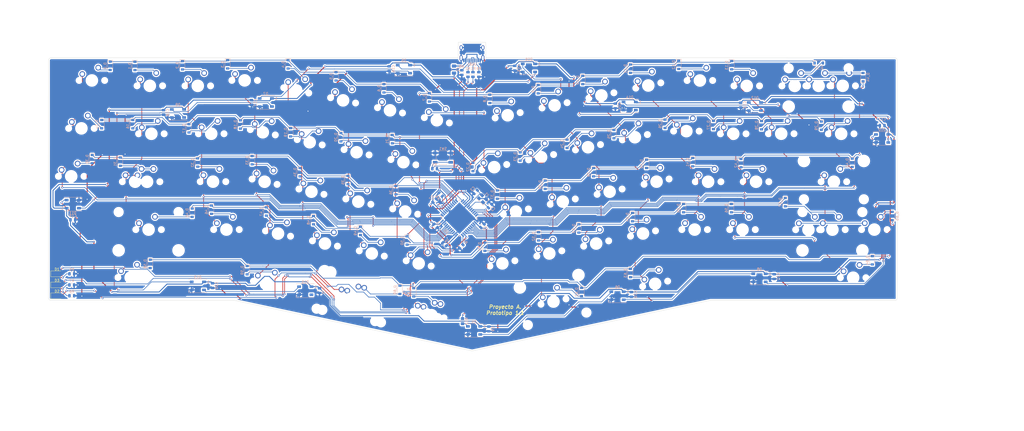
<source format=kicad_pcb>
(kicad_pcb (version 20171130) (host pcbnew "(5.1.6)-1")
  (layers (0 F.Cu signal) (31 B.Cu signal) (34 B.Paste user) (35 F.Paste user) (36 B.SilkS user) (37 F.SilkS user) (38 B.Mask user) (39 F.Mask user) (44 Edge.Cuts user))
  (net 0 "")
  (net 1 GND)
  (net 2 +5V)
  (net 3 "Net-(C2-Pad1)")
  (net 4 "Net-(C3-Pad1)")
  (net 5 "Net-(C6-Pad2)")
  (net 6 caps)
  (net 7 "Net-(D1-Pad1)")
  (net 8 "Net-(D2-Pad1)")
  (net 9 num)
  (net 10 "Net-(D3-Pad1)")
  (net 11 "Net-(D4-Pad2)")
  (net 12 UNDERGLOW)
  (net 13 "Net-(D5-Pad2)")
  (net 14 "Net-(D16-Pad2)")
  (net 15 "Net-(D6-Pad2)")
  (net 16 "Net-(D7-Pad2)")
  (net 17 "Net-(D10-Pad4)")
  (net 18 "Net-(D11-Pad4)")
  (net 19 "Net-(D10-Pad2)")
  (net 20 "Net-(D11-Pad2)")
  (net 21 "Net-(D12-Pad2)")
  (net 22 "Net-(D13-Pad2)")
  (net 23 "Net-(D14-Pad2)")
  (net 24 "Net-(D15-Pad2)")
  (net 25 "Net-(D_0-Pad2)")
  (net 26 row0)
  (net 27 "Net-(D_1-Pad2)")
  (net 28 "Net-(D_2-Pad2)")
  (net 29 "Net-(D_3-Pad2)")
  (net 30 "Net-(D_4-Pad2)")
  (net 31 "Net-(D_5-Pad2)")
  (net 32 "Net-(D_6-Pad2)")
  (net 33 "Net-(D_7-Pad2)")
  (net 34 "Net-(D_8-Pad2)")
  (net 35 "Net-(D_9-Pad2)")
  (net 36 "Net-(D_10-Pad2)")
  (net 37 "Net-(D_11-Pad2)")
  (net 38 "Net-(D_12-Pad2)")
  (net 39 "Net-(D_15-Pad2)")
  (net 40 row1)
  (net 41 "Net-(D_16-Pad2)")
  (net 42 "Net-(D_17-Pad2)")
  (net 43 "Net-(D_18-Pad2)")
  (net 44 "Net-(D_19-Pad2)")
  (net 45 "Net-(D_20-Pad2)")
  (net 46 "Net-(D_21-Pad2)")
  (net 47 "Net-(D_22-Pad2)")
  (net 48 "Net-(D_23-Pad2)")
  (net 49 "Net-(D_24-Pad2)")
  (net 50 "Net-(D_25-Pad2)")
  (net 51 "Net-(D_26-Pad2)")
  (net 52 "Net-(D_27-Pad2)")
  (net 53 "Net-(D_28-Pad2)")
  (net 54 "Net-(D_29-Pad2)")
  (net 55 "Net-(D_30-Pad2)")
  (net 56 row2)
  (net 57 "Net-(D_33-Pad2)")
  (net 58 "Net-(D_35-Pad2)")
  (net 59 "Net-(D_36-Pad2)")
  (net 60 "Net-(D_37-Pad2)")
  (net 61 "Net-(D_38-Pad2)")
  (net 62 "Net-(D_39-Pad2)")
  (net 63 "Net-(D_40-Pad2)")
  (net 64 "Net-(D_43-Pad2)")
  (net 65 "Net-(D_45-Pad2)")
  (net 66 row3)
  (net 67 "Net-(D_46-Pad2)")
  (net 68 "Net-(D_47-Pad2)")
  (net 69 "Net-(D_49-Pad2)")
  (net 70 "Net-(D_52-Pad2)")
  (net 71 "Net-(D_53-Pad2)")
  (net 72 "Net-(D_57-Pad2)")
  (net 73 row4)
  (net 74 "Net-(D_60-Pad2)")
  (net 75 "Net-(D_61-Pad2)")
  (net 76 "Net-(D_62-Pad2)")
  (net 77 "Net-(D_63-Pad2)")
  (net 78 "Net-(D_64-Pad2)")
  (net 79 "Net-(D_65-Pad2)")
  (net 80 VCC)
  (net 81 col0)
  (net 82 col1)
  (net 83 col2)
  (net 84 col3)
  (net 85 col4)
  (net 86 col5)
  (net 87 col6)
  (net 88 col7)
  (net 89 col8)
  (net 90 col9)
  (net 91 col10)
  (net 92 col11)
  (net 93 col12)
  (net 94 col13)
  (net 95 col14)
  (net 96 "Net-(R1-Pad2)")
  (net 97 D+)
  (net 98 "Net-(R2-Pad2)")
  (net 99 D-)
  (net 100 "Net-(R3-Pad2)")
  (net 101 "Net-(R4-Pad2)")
  (net 102 "Net-(R8-Pad2)")
  (net 103 "Net-(R9-Pad2)")
  (net 104 "Net-(U1-Pad42)")
  (net 105 "Net-(USB1-Pad3)")
  (net 106 "Net-(USB1-Pad9)")
  (net 107 "Net-('1-Pad2)")
  (net 108 "Net-(,<1-Pad2)")
  (net 109 "Net-(.>1-Pad2)")
  (net 110 "Net-(/1-Pad2)")
  (net 111 "Net-(;1-Pad2)")
  (net 112 "Net-(=+1-Pad2)")
  (net 113 "Net-(A1-Pad2)")
  (net 114 "Net-(ALT1-Pad2)")
  (net 115 "Net-(B1-Pad2)")
  (net 116 "Net-(B2-Pad2)")
  (net 117 "Net-(C8-Pad2)")
  (net 118 "Net-(CAPS1-Pad2)")
  (net 119 "Net-(CTRL1-Pad2)")
  (net 120 "Net-(D18-Pad2)")
  (net 121 "Net-(BACKSPACE1-Pad2)")
  (net 122 scrol)
  (net 123 "Net-(U1-Pad18)")
  (net 124 "Net-(D_14-Pad2)")
  (net 125 "Net-(D4-Pad4)")
  (module Resistor_SMD:R_0805_2012Metric_Pad1.15x1.40mm_HandSolder (layer B.Cu) (at 227.4274 98.697 90)
    (fp_text reference R11 (at 0 1.65 270) (layer B.SilkS) (effects (justify mirror)))
    (fp_text value "500 ohm")
    (pad 2 smd roundrect (at 1.025 0 90) (size 1.15 1.4) (layers B.Cu B.Paste B.Mask) (roundrect_rratio 0.217391) (net 12 UNDERGLOW))
    (pad 1 smd roundrect (at -1.025 0 90) (size 1.15 1.4) (layers B.Cu B.Paste B.Mask) (roundrect_rratio 0.217391) (net 125 "Net-(D4-Pad4)"))
  )
  (module LED_SMD:LED_1206_3216Metric_Pad1.42x1.75mm_HandSolder (layer F.Cu) (at 66.2399 84.312)
    (fp_text reference D3 (at 0 -1.82) (layer F.SilkS))
    (fp_text value num)
    (pad 2 smd roundrect (at 1.4875 0) (size 1.425 1.75) (layers F.Cu F.Paste F.Mask) (roundrect_rratio 0.175439) (net 9 num))
    (pad 1 smd roundrect (at -1.4875 0) (size 1.425 1.75) (layers F.Cu F.Paste F.Mask) (roundrect_rratio 0.175439) (net 10 "Net-(D3-Pad1)"))
  )
  (module LED_SMD:LED_1206_3216Metric_Pad1.42x1.75mm_HandSolder (layer F.Cu) (at 66.2399 88.637)
    (fp_text reference D2 (at 0 -1.82) (layer F.SilkS))
    (fp_text value Scrol)
    (pad 2 smd roundrect (at 1.4875 0) (size 1.425 1.75) (layers F.Cu F.Paste F.Mask) (roundrect_rratio 0.175439) (net 122 scrol))
    (pad 1 smd roundrect (at -1.4875 0) (size 1.425 1.75) (layers F.Cu F.Paste F.Mask) (roundrect_rratio 0.175439) (net 8 "Net-(D2-Pad1)"))
  )
  (module LED_SMD:LED_1206_3216Metric_Pad1.42x1.75mm_HandSolder (layer F.Cu) (at 66.2399 79.887)
    (fp_text reference D1 (at 0 -1.82) (layer F.SilkS))
    (fp_text value Caps)
    (pad 2 smd roundrect (at 1.4875 0) (size 1.425 1.75) (layers F.Cu F.Paste F.Mask) (roundrect_rratio 0.175439) (net 6 caps))
    (pad 1 smd roundrect (at -1.4875 0) (size 1.425 1.75) (layers F.Cu F.Paste F.Mask) (roundrect_rratio 0.175439) (net 7 "Net-(D1-Pad1)"))
  )
  (module Resistor_SMD:R_0805_2012Metric (layer B.Cu) (at 227.1524 -0.1005 90)
    (fp_text reference R8 (at 2.3865 -0.0866 180) (layer B.SilkS) (effects (justify mirror)))
    (fp_text value 5k1)
    (pad 1 smd roundrect (at -0.9375 0 90) (size 0.975 1.4) (layers B.Cu B.Paste B.Mask) (net 1 GND))
    (pad 2 smd roundrect (at 0.9375 0 90) (size 0.975 1.4) (layers B.Cu B.Paste B.Mask) (net 102 "Net-(R8-Pad2)"))
  )
  (module Resistor_SMD:R_0805_2012Metric (layer B.Cu) (at 229.6024 0.662 90)
    (fp_text reference R2 (at 2.407499 -0.025 180) (layer B.SilkS) (effects (justify mirror)))
    (fp_text value 22)
    (pad 1 smd roundrect (at -0.9375 0 90) (size 0.975 1.4) (layers B.Cu B.Paste B.Mask) (net 99 D-))
    (pad 2 smd roundrect (at 0.9375 0 90) (size 0.975 1.4) (layers B.Cu B.Paste B.Mask) (net 98 "Net-(R2-Pad2)"))
  )
  (module Type-C:HRO-TYPE-C-31-M-12-jlc (layer B.Cu) (at 231.2024 -12.648)
    (fp_text reference USB1 (at 0 9.25) (layer B.SilkS) (effects (justify mirror)))
    (fp_text value HRO-TYPE-C-31-M-12)
    (pad 13 thru_hole oval (at 4.32 2.6) (size 1.2 1.8) (drill oval 0.6 1.2) (layers *.Cu *.Mask) (net 1 GND))
    (pad 13 thru_hole oval (at -4.32 2.6) (size 1.2 1.8) (drill oval 0.6 1.2) (layers *.Cu *.Mask) (net 1 GND))
    (pad 13 thru_hole oval (at 4.32 6.78) (size 1.2 2.3) (drill oval 0.6 1.7) (layers *.Cu *.Mask) (net 1 GND))
    (pad 13 thru_hole oval (at -4.32 6.78) (size 1.2 2.3) (drill oval 0.6 1.7) (layers *.Cu *.Mask) (net 1 GND))
    (pad "" np_thru_hole circle (at -2.89 6.25) (size 0.65 0.65) (drill 0.65) (layers *.Cu *.Mask))
    (pad "" np_thru_hole circle (at 2.89 6.25) (size 0.65 0.65) (drill 0.65) (layers *.Cu *.Mask))
    (pad 6 smd rect (at -0.25 7.695) (size 0.3 1.45) (layers B.Cu B.Paste B.Mask) (net 96 "Net-(R1-Pad2)"))
    (pad 7 smd rect (at 0.25 7.695) (size 0.3 1.45) (layers B.Cu B.Paste B.Mask) (net 98 "Net-(R2-Pad2)"))
    (pad 8 smd rect (at 0.75 7.695) (size 0.3 1.45) (layers B.Cu B.Paste B.Mask) (net 96 "Net-(R1-Pad2)"))
    (pad 5 smd rect (at -0.75 7.695) (size 0.3 1.45) (layers B.Cu B.Paste B.Mask) (net 98 "Net-(R2-Pad2)"))
    (pad 9 smd rect (at 1.25 7.695) (size 0.3 1.45) (layers B.Cu B.Paste B.Mask) (net 106 "Net-(USB1-Pad9)"))
    (pad 4 smd rect (at -1.25 7.695) (size 0.3 1.45) (layers B.Cu B.Paste B.Mask) (net 102 "Net-(R8-Pad2)"))
    (pad 10 smd rect (at 1.75 7.695) (size 0.3 1.45) (layers B.Cu B.Paste B.Mask) (net 103 "Net-(R9-Pad2)"))
    (pad 3 smd rect (at -1.75 7.695) (size 0.3 1.45) (layers B.Cu B.Paste B.Mask) (net 105 "Net-(USB1-Pad3)"))
    (pad 2 smd rect (at -2.45 7.695) (size 0.575 1.45) (layers B.Cu B.Paste B.Mask) (net 80 VCC))
    (pad 11 smd rect (at 2.45 7.695) (size 0.575 1.45) (layers B.Cu B.Paste B.Mask) (net 80 VCC))
    (pad 1 smd rect (at -3.225 7.695) (size 0.575 1.45) (layers B.Cu B.Paste B.Mask) (net 1 GND))
    (pad 12 smd rect (at 3.225 7.695) (size 0.575 1.45) (layers B.Cu B.Paste B.Mask) (net 1 GND))
  )
  (module Capacitor_SMD:C_0805_2012Metric (layer B.Cu) (at 232.634487 47.289913 225)
    (fp_text reference C3 (at 0 1.65 45) (layer B.SilkS) (effects (justify mirror)))
    (fp_text value 22pF)
    (pad 2 smd roundrect (at 0.9375 0 225) (size 0.975 1.4) (layers B.Cu B.Paste B.Mask) (net 1 GND))
    (pad 1 smd roundrect (at -0.9375 0 225) (size 0.975 1.4) (layers B.Cu B.Paste B.Mask) (net 4 "Net-(C3-Pad1)"))
  )
  (module Resistor_SMD:R_0805_2012Metric (layer B.Cu) (at 231.5774 0.6495 90)
    (fp_text reference R1 (at 2.3475 0.125 180) (layer B.SilkS) (effects (justify mirror)))
    (fp_text value 22)
    (pad 1 smd roundrect (at -0.9375 0 90) (size 0.975 1.4) (layers B.Cu B.Paste B.Mask) (net 97 D+))
    (pad 2 smd roundrect (at 0.9375 0 90) (size 0.975 1.4) (layers B.Cu B.Paste B.Mask) (net 96 "Net-(R1-Pad2)"))
  )
  (module MX_Only:MXOnly-1U-NoLED (layer F.Cu) (at 179.96 10.94 348)
    (fp_text reference K4)
    (fp_text value 4)
    (pad 2 thru_hole circle (at 2.54 -5.08 348) (size 2.25 2.25) (drill 1.47) (layers *.Cu B.Mask) (net 31 "Net-(D_5-Pad2)"))
    (pad "" np_thru_hole circle (at 0 0 348) (size 3.9878 3.9878) (drill 3.9878) (layers *.Cu *.Mask))
    (pad 1 thru_hole circle (at -3.81 -2.54 348) (size 2.25 2.25) (drill 1.47) (layers *.Cu B.Mask) (net 86 col5))
    (pad "" np_thru_hole circle (at -5.08 0 36.0996) (size 1.75 1.75) (drill 1.75) (layers *.Cu *.Mask))
    (pad "" np_thru_hole circle (at 5.08 0 36.0996) (size 1.75 1.75) (drill 1.75) (layers *.Cu *.Mask))
  )
  (module Capacitor_SMD:C_0805_2012Metric (layer B.Cu) (at 170.5864 86.565499 90)
    (fp_text reference C21 (at 0 1.65 90) (layer B.SilkS) (effects (justify mirror)))
    (fp_text value "0.1 uf")
    (pad 2 smd roundrect (at 0.9375 0 90) (size 0.975 1.4) (layers B.Cu B.Paste B.Mask) (net 2 +5V))
    (pad 1 smd roundrect (at -0.9375 0 90) (size 0.975 1.4) (layers B.Cu B.Paste B.Mask) (net 1 GND))
  )
  (module Capacitor_SMD:C_0805_2012Metric (layer B.Cu) (at 128.0414 84.582 90)
    (fp_text reference C20 (at 0 1.65 90) (layer B.SilkS) (effects (justify mirror)))
    (fp_text value "0.1 uf")
    (pad 2 smd roundrect (at 0.9375 0 90) (size 0.975 1.4) (layers B.Cu B.Paste B.Mask) (net 2 +5V))
    (pad 1 smd roundrect (at -0.9375 0 90) (size 0.975 1.4) (layers B.Cu B.Paste B.Mask) (net 1 GND))
  )
  (module Capacitor_SMD:C_0805_2012Metric (layer B.Cu) (at 72.5424 58.42 180)
    (fp_text reference C19 (at 0 1.65) (layer B.SilkS) (effects (justify mirror)))
    (fp_text value "0.1 uf")
    (pad 2 smd roundrect (at 0.9375 0 180) (size 0.975 1.4) (layers B.Cu B.Paste B.Mask) (net 2 +5V))
    (pad 1 smd roundrect (at -0.9375 0 180) (size 0.975 1.4) (layers B.Cu B.Paste B.Mask) (net 1 GND))
  )
  (module Capacitor_SMD:C_0805_2012Metric (layer B.Cu) (at 108.6104 15.748 90)
    (fp_text reference C18 (at 0 1.65 90) (layer B.SilkS) (effects (justify mirror)))
    (fp_text value "0.1 uf")
    (pad 2 smd roundrect (at 0.9375 0 90) (size 0.975 1.4) (layers B.Cu B.Paste B.Mask) (net 2 +5V))
    (pad 1 smd roundrect (at -0.9375 0 90) (size 0.975 1.4) (layers B.Cu B.Paste B.Mask) (net 1 GND))
  )
  (module Capacitor_SMD:C_0805_2012Metric (layer B.Cu) (at 143.5354 11.762499 90)
    (fp_text reference C17 (at 0 1.65 90) (layer B.SilkS) (effects (justify mirror)))
    (fp_text value "0.1 uf")
    (pad 2 smd roundrect (at 0.9375 0 90) (size 0.975 1.4) (layers B.Cu B.Paste B.Mask) (net 2 +5V))
    (pad 1 smd roundrect (at -0.9375 0 90) (size 0.975 1.4) (layers B.Cu B.Paste B.Mask) (net 1 GND))
  )
  (module Capacitor_SMD:C_0805_2012Metric (layer B.Cu) (at 198.2724 -1.651 90)
    (fp_text reference C16 (at 0 1.65 90) (layer B.SilkS) (effects (justify mirror)))
    (fp_text value "0.1 uf")
    (pad 2 smd roundrect (at 0.9375 0 90) (size 0.975 1.4) (layers B.Cu B.Paste B.Mask) (net 2 +5V))
    (pad 1 smd roundrect (at -0.9375 0 90) (size 0.975 1.4) (layers B.Cu B.Paste B.Mask) (net 1 GND))
  )
  (module Capacitor_SMD:C_0805_2012Metric (layer B.Cu) (at 248.1834 -1.856499 90)
    (fp_text reference C15 (at 0 1.65 90) (layer B.SilkS) (effects (justify mirror)))
    (fp_text value "0.1 uf")
    (pad 2 smd roundrect (at 0.9375 0 90) (size 0.975 1.4) (layers B.Cu B.Paste B.Mask) (net 2 +5V))
    (pad 1 smd roundrect (at -0.9375 0 90) (size 0.975 1.4) (layers B.Cu B.Paste B.Mask) (net 1 GND))
  )
  (module Capacitor_SMD:C_0805_2012Metric (layer B.Cu) (at 288.1884 13.159499 90)
    (fp_text reference C14 (at 0 1.65 90) (layer B.SilkS) (effects (justify mirror)))
    (fp_text value "0.1 uf")
    (pad 2 smd roundrect (at 0.9375 0 90) (size 0.975 1.4) (layers B.Cu B.Paste B.Mask) (net 2 +5V))
    (pad 1 smd roundrect (at -0.9375 0 90) (size 0.975 1.4) (layers B.Cu B.Paste B.Mask) (net 1 GND))
  )
  (module Capacitor_SMD:C_0805_2012Metric (layer B.Cu) (at 337.9724 12.827 90)
    (fp_text reference C13 (at 0.127 1.65 90) (layer B.SilkS) (effects (justify mirror)))
    (fp_text value "0.1 uf")
    (pad 2 smd roundrect (at 0.9375 0 90) (size 0.975 1.4) (layers B.Cu B.Paste B.Mask) (net 2 +5V))
    (pad 1 smd roundrect (at -0.9375 0 90) (size 0.975 1.4) (layers B.Cu B.Paste B.Mask) (net 1 GND))
  )
  (module Capacitor_SMD:C_0805_2012Metric (layer B.Cu) (at 394.2334 20.955)
    (fp_text reference C12 (at 0 -2.54) (layer B.SilkS) (effects (justify mirror)))
    (fp_text value "0.1 uf")
    (pad 2 smd roundrect (at 0.9375 0) (size 0.975 1.4) (layers B.Cu B.Paste B.Mask) (net 2 +5V))
    (pad 1 smd roundrect (at -0.9375 0) (size 0.975 1.4) (layers B.Cu B.Paste B.Mask) (net 1 GND))
  )
  (module Capacitor_SMD:C_0805_2012Metric (layer B.Cu) (at 351.3074 80.977499 90)
    (fp_text reference C11 (at 0 1.65 90) (layer B.SilkS) (effects (justify mirror)))
    (fp_text value "0.1 uf")
    (pad 2 smd roundrect (at 0.9375 0 90) (size 0.975 1.4) (layers B.Cu B.Paste B.Mask) (net 2 +5V))
    (pad 1 smd roundrect (at -0.9375 0 90) (size 0.975 1.4) (layers B.Cu B.Paste B.Mask) (net 1 GND))
  )
  (module Capacitor_SMD:C_0805_2012Metric (layer B.Cu) (at 294.5384 88.0595 90)
    (fp_text reference C10 (at 0 1.65 90) (layer B.SilkS) (effects (justify mirror)))
    (fp_text value "0.1 uf")
    (pad 2 smd roundrect (at 0.9375 0 90) (size 0.975 1.4) (layers B.Cu B.Paste B.Mask) (net 2 +5V))
    (pad 1 smd roundrect (at -0.9375 0 90) (size 0.975 1.4) (layers B.Cu B.Paste B.Mask) (net 1 GND))
  )
  (module Capacitor_SMD:C_0805_2012Metric (layer B.Cu) (at 237.8964 101.805499 90)
    (fp_text reference C9 (at 0 1.65 90) (layer B.SilkS) (effects (justify mirror)))
    (fp_text value "0.1 uf")
    (pad 2 smd roundrect (at 0.9375 0 90) (size 0.975 1.4) (layers B.Cu B.Paste B.Mask) (net 2 +5V))
    (pad 1 smd roundrect (at -0.9375 0 90) (size 0.975 1.4) (layers B.Cu B.Paste B.Mask) (net 1 GND))
  )
  (module Diode_SMD:D_SOD-123 (layer B.Cu) (at 294.1774 79.567 270)
    (fp_text reference D_63 (at 0 2 90) (layer B.SilkS) (effects (justify mirror)))
    (fp_text value D)
    (pad 2 smd rect (at 1.65 0 270) (size 0.9 1.2) (layers B.Cu B.Paste B.Mask) (net 77 "Net-(D_63-Pad2)"))
    (pad 1 smd rect (at -1.65 0 270) (size 0.9 1.2) (layers B.Cu B.Paste B.Mask) (net 73 row4))
  )
  (module Resistor_SMD:R_0805_2012Metric (layer B.Cu) (at 72.1349 88.587 180)
    (fp_text reference R6 (at 0 1.65) (layer B.SilkS) (effects (justify mirror)))
    (fp_text value 1k)
    (pad 2 smd roundrect (at 0.9375 0 180) (size 0.975 1.4) (layers B.Cu B.Paste B.Mask) (net 8 "Net-(D2-Pad1)"))
    (pad 1 smd roundrect (at -0.9375 0 180) (size 0.975 1.4) (layers B.Cu B.Paste B.Mask) (net 1 GND))
  )
  (module Capacitor_SMD:C_0805_2012Metric (layer B.Cu) (at 216.3274 50.787 45)
    (fp_text reference C7 (at -0.052449 -1.65463 225) (layer B.SilkS) (effects (justify mirror)))
    (fp_text value 100uf)
    (pad 2 smd roundrect (at 0.9375 0 45) (size 0.975 1.4) (layers B.Cu B.Paste B.Mask) (net 1 GND))
    (pad 1 smd roundrect (at -0.9375 0 45) (size 0.975 1.4) (layers B.Cu B.Paste B.Mask) (net 2 +5V))
  )
  (module Diode_SMD:D_SOD-123 (layer B.Cu) (at 300.557528 36.170961 270)
    (fp_text reference D_40 (at 0 2 270) (layer B.SilkS) (effects (justify mirror)))
    (fp_text value D)
    (pad 2 smd rect (at 1.65 0 270) (size 0.9 1.2) (layers B.Cu B.Paste B.Mask) (net 63 "Net-(D_40-Pad2)"))
    (pad 1 smd rect (at -1.65 0 270) (size 0.9 1.2) (layers B.Cu B.Paste B.Mask) (net 56 row2))
  )
  (module MX_Only:MXOnly-1U-NoLED (layer F.Cu) (at 378.55188 5.15168)
    (fp_text reference SPLIT_BKS1)
    (fp_text value sbbackspace2)
    (pad 2 thru_hole circle (at 2.54 -5.08) (size 2.25 2.25) (drill 1.47) (layers *.Cu B.Mask) (net 121 "Net-(BACKSPACE1-Pad2)"))
    (pad "" np_thru_hole circle (at 0 0) (size 3.9878 3.9878) (drill 3.9878) (layers *.Cu *.Mask))
    (pad 1 thru_hole circle (at -3.81 -2.54) (size 2.25 2.25) (drill 1.47) (layers *.Cu B.Mask) (net 95 col14))
    (pad "" np_thru_hole circle (at -5.08 0 48.0996) (size 1.75 1.75) (drill 1.75) (layers *.Cu *.Mask))
    (pad "" np_thru_hole circle (at 5.08 0 48.0996) (size 1.75 1.75) (drill 1.75) (layers *.Cu *.Mask))
  )
  (module Diode_SMD:D_SOD-123 (layer B.Cu) (at 386.67 1.7 90)
    (fp_text reference D_44 (at 0 2 270) (layer B.SilkS) (effects (justify mirror)))
    (fp_text value D)
    (pad 2 smd rect (at 1.65 0 90) (size 0.9 1.2) (layers B.Cu B.Paste B.Mask) (net 121 "Net-(BACKSPACE1-Pad2)"))
    (pad 1 smd rect (at -1.65 0 90) (size 0.9 1.2) (layers B.Cu B.Paste B.Mask) (net 56 row2))
  )
  (module Crystal:Crystal_SMD_3225-4Pin_3.2x2.5mm (layer B.Cu) (at 235.378542 50.050223 135)
    (fp_text reference Y1 (at 0 2.45 135) (layer B.SilkS) (effects (justify mirror)))
    (fp_text value 16MHZ)
    (pad 4 smd rect (at -1.1 0.85 135) (size 1.4 1.2) (layers B.Cu B.Paste B.Mask) (net 1 GND))
    (pad 3 smd rect (at 1.1 0.85 135) (size 1.4 1.2) (layers B.Cu B.Paste B.Mask) (net 4 "Net-(C3-Pad1)"))
    (pad 2 smd rect (at 1.1 -0.85 135) (size 1.4 1.2) (layers B.Cu B.Paste B.Mask) (net 1 GND))
    (pad 1 smd rect (at -1.1 -0.85 135) (size 1.4 1.2) (layers B.Cu B.Paste B.Mask) (net 3 "Net-(C2-Pad1)"))
  )
  (module Package_QFP:TQFP-44_10x10mm_P0.8mm (layer B.Cu) (at 226.20776 57.72968 315)
    (fp_text reference U1 (at 0 7.45 135) (layer B.SilkS) (effects (justify mirror)))
    (fp_text value ATmega32U4-AU)
    (pad 44 smd rect (at -4 5.7 225) (size 1.5 0.55) (layers B.Cu B.Paste B.Mask) (net 2 +5V))
    (pad 43 smd rect (at -3.2 5.7 225) (size 1.5 0.55) (layers B.Cu B.Paste B.Mask) (net 1 GND))
    (pad 42 smd rect (at -2.4 5.7 225) (size 1.5 0.55) (layers B.Cu B.Paste B.Mask) (net 104 "Net-(U1-Pad42)"))
    (pad 41 smd rect (at -1.6 5.7 225) (size 1.5 0.55) (layers B.Cu B.Paste B.Mask) (net 86 col5))
    (pad 40 smd rect (at -0.8 5.7 225) (size 1.5 0.55) (layers B.Cu B.Paste B.Mask) (net 85 col4))
    (pad 39 smd rect (at 0 5.7 225) (size 1.5 0.55) (layers B.Cu B.Paste B.Mask) (net 84 col3))
    (pad 38 smd rect (at 0.8 5.7 225) (size 1.5 0.55) (layers B.Cu B.Paste B.Mask) (net 83 col2))
    (pad 37 smd rect (at 1.6 5.7 225) (size 1.5 0.55) (layers B.Cu B.Paste B.Mask) (net 82 col1))
    (pad 36 smd rect (at 2.4 5.7 225) (size 1.5 0.55) (layers B.Cu B.Paste B.Mask) (net 81 col0))
    (pad 35 smd rect (at 3.2 5.7 225) (size 1.5 0.55) (layers B.Cu B.Paste B.Mask) (net 1 GND))
    (pad 34 smd rect (at 4 5.7 225) (size 1.5 0.55) (layers B.Cu B.Paste B.Mask) (net 2 +5V))
    (pad 33 smd rect (at 5.7 4 315) (size 1.5 0.55) (layers B.Cu B.Paste B.Mask) (net 101 "Net-(R4-Pad2)"))
    (pad 32 smd rect (at 5.7 3.2 315) (size 1.5 0.55) (layers B.Cu B.Paste B.Mask) (net 87 col6))
    (pad 31 smd rect (at 5.7 2.4 315) (size 1.5 0.55) (layers B.Cu B.Paste B.Mask) (net 95 col14))
    (pad 30 smd rect (at 5.7 1.6 315) (size 1.5 0.55) (layers B.Cu B.Paste B.Mask) (net 94 col13))
    (pad 29 smd rect (at 5.7 0.8 315) (size 1.5 0.55) (layers B.Cu B.Paste B.Mask) (net 93 col12))
    (pad 28 smd rect (at 5.7 0 315) (size 1.5 0.55) (layers B.Cu B.Paste B.Mask) (net 92 col11))
    (pad 27 smd rect (at 5.7 -0.8 315) (size 1.5 0.55) (layers B.Cu B.Paste B.Mask) (net 91 col10))
    (pad 26 smd rect (at 5.7 -1.6 315) (size 1.5 0.55) (layers B.Cu B.Paste B.Mask) (net 90 col9))
    (pad 25 smd rect (at 5.7 -2.4 315) (size 1.5 0.55) (layers B.Cu B.Paste B.Mask) (net 89 col8))
    (pad 24 smd rect (at 5.7 -3.2 315) (size 1.5 0.55) (layers B.Cu B.Paste B.Mask) (net 2 +5V))
    (pad 23 smd rect (at 5.7 -4 315) (size 1.5 0.55) (layers B.Cu B.Paste B.Mask) (net 1 GND))
    (pad 22 smd rect (at 4 -5.7 225) (size 1.5 0.55) (layers B.Cu B.Paste B.Mask) (net 88 col7))
    (pad 21 smd rect (at 3.2 -5.7 225) (size 1.5 0.55) (layers B.Cu B.Paste B.Mask) (net 122 scrol))
    (pad 20 smd rect (at 2.4 -5.7 225) (size 1.5 0.55) (layers B.Cu B.Paste B.Mask) (net 9 num))
    (pad 19 smd rect (at 1.6 -5.7 225) (size 1.5 0.55) (layers B.Cu B.Paste B.Mask) (net 6 caps))
    (pad 18 smd rect (at 0.8 -5.7 225) (size 1.5 0.55) (layers B.Cu B.Paste B.Mask) (net 123 "Net-(U1-Pad18)"))
    (pad 17 smd rect (at 0 -5.7 225) (size 1.5 0.55) (layers B.Cu B.Paste B.Mask) (net 3 "Net-(C2-Pad1)"))
    (pad 16 smd rect (at -0.8 -5.7 225) (size 1.5 0.55) (layers B.Cu B.Paste B.Mask) (net 4 "Net-(C3-Pad1)"))
    (pad 15 smd rect (at -1.6 -5.7 225) (size 1.5 0.55) (layers B.Cu B.Paste B.Mask) (net 1 GND))
    (pad 14 smd rect (at -2.4 -5.7 225) (size 1.5 0.55) (layers B.Cu B.Paste B.Mask) (net 2 +5V))
    (pad 13 smd rect (at -3.2 -5.7 225) (size 1.5 0.55) (layers B.Cu B.Paste B.Mask) (net 100 "Net-(R3-Pad2)"))
    (pad 12 smd rect (at -4 -5.7 225) (size 1.5 0.55) (layers B.Cu B.Paste B.Mask) (net 73 row4))
    (pad 11 smd rect (at -5.7 -4 315) (size 1.5 0.55) (layers B.Cu B.Paste B.Mask) (net 26 row0))
    (pad 10 smd rect (at -5.7 -3.2 315) (size 1.5 0.55) (layers B.Cu B.Paste B.Mask) (net 40 row1))
    (pad 9 smd rect (at -5.7 -2.4 315) (size 1.5 0.55) (layers B.Cu B.Paste B.Mask) (net 56 row2))
    (pad 8 smd rect (at -5.7 -1.6 315) (size 1.5 0.55) (layers B.Cu B.Paste B.Mask) (net 66 row3))
    (pad 7 smd rect (at -5.7 -0.8 315) (size 1.5 0.55) (layers B.Cu B.Paste B.Mask) (net 2 +5V))
    (pad 6 smd rect (at -5.7 0 315) (size 1.5 0.55) (layers B.Cu B.Paste B.Mask) (net 5 "Net-(C6-Pad2)"))
    (pad 5 smd rect (at -5.7 0.8 315) (size 1.5 0.55) (layers B.Cu B.Paste B.Mask) (net 1 GND))
    (pad 4 smd rect (at -5.7 1.6 315) (size 1.5 0.55) (layers B.Cu B.Paste B.Mask) (net 97 D+))
    (pad 3 smd rect (at -5.7 2.4 315) (size 1.5 0.55) (layers B.Cu B.Paste B.Mask) (net 99 D-))
    (pad 2 smd rect (at -5.7 3.2 315) (size 1.5 0.55) (layers B.Cu B.Paste B.Mask) (net 2 +5V))
    (pad 1 smd rect (at -5.7 4 315) (size 1.5 0.55) (layers B.Cu B.Paste B.Mask) (net 12 UNDERGLOW))
  )
  (module Button_Switch_SMD:SW_SPST_SKQG_WithStem (layer B.Cu) (at 219.65 33.7 180)
    (fp_text reference SW1 (at 0 3.6) (layer B.SilkS) (effects (justify mirror)))
    (fp_text value SW_Push)
    (pad 2 smd rect (at 3.1 -1.85 180) (size 1.8 1.1) (layers B.Cu B.Paste B.Mask) (net 100 "Net-(R3-Pad2)"))
    (pad 2 smd rect (at -3.1 -1.85 180) (size 1.8 1.1) (layers B.Cu B.Paste B.Mask) (net 100 "Net-(R3-Pad2)"))
    (pad 1 smd rect (at 3.1 1.85 180) (size 1.8 1.1) (layers B.Cu B.Paste B.Mask) (net 1 GND))
    (pad 1 smd rect (at -3.1 1.85 180) (size 1.8 1.1) (layers B.Cu B.Paste B.Mask) (net 1 GND))
  )
  (module Resistor_SMD:R_0805_2012Metric (layer B.Cu) (at 233.9274 0.662 90)
    (fp_text reference R9 (at 2.3615 0.0634 180) (layer B.SilkS) (effects (justify mirror)))
    (fp_text value 5k1)
    (pad 1 smd roundrect (at -0.9375 0 90) (size 0.975 1.4) (layers B.Cu B.Paste B.Mask) (net 1 GND))
    (pad 2 smd roundrect (at 0.9375 0 90) (size 0.975 1.4) (layers B.Cu B.Paste B.Mask) (net 103 "Net-(R9-Pad2)"))
  )
  (module Resistor_SMD:R_0805_2012Metric (layer B.Cu) (at 72.1149 84.317 180)
    (fp_text reference R7 (at 0 1.65) (layer B.SilkS) (effects (justify mirror)))
    (fp_text value 1k)
    (pad 2 smd roundrect (at 0.9375 0 180) (size 0.975 1.4) (layers B.Cu B.Paste B.Mask) (net 10 "Net-(D3-Pad1)"))
    (pad 1 smd roundrect (at -0.9375 0 180) (size 0.975 1.4) (layers B.Cu B.Paste B.Mask) (net 1 GND))
  )
  (module Resistor_SMD:R_0805_2012Metric (layer B.Cu) (at 72.1349 79.887 180)
    (fp_text reference R5 (at 0 1.65) (layer B.SilkS) (effects (justify mirror)))
    (fp_text value 1k)
    (pad 2 smd roundrect (at 0.9375 0 180) (size 0.975 1.4) (layers B.Cu B.Paste B.Mask) (net 7 "Net-(D1-Pad1)"))
    (pad 1 smd roundrect (at -0.9375 0 180) (size 0.975 1.4) (layers B.Cu B.Paste B.Mask) (net 1 GND))
  )
  (module Resistor_SMD:R_0805_2012Metric (layer B.Cu) (at 226.9274 68.987 45)
    (fp_text reference R4 (at 2.4125 -0.15 315) (layer B.SilkS) (effects (justify mirror)))
    (fp_text value 10k)
    (pad 2 smd roundrect (at 0.9375 0 45) (size 0.975 1.4) (layers B.Cu B.Paste B.Mask) (net 101 "Net-(R4-Pad2)"))
    (pad 1 smd roundrect (at -0.9375 0 45) (size 0.975 1.4) (layers B.Cu B.Paste B.Mask) (net 1 GND))
  )
  (module Resistor_SMD:R_0805_2012Metric (layer B.Cu) (at 216.364901 38.087 180)
    (fp_text reference R3 (at 0 1.65) (layer B.SilkS) (effects (justify mirror)))
    (fp_text value 10k)
    (pad 2 smd roundrect (at 0.9375 0 180) (size 0.975 1.4) (layers B.Cu B.Paste B.Mask) (net 100 "Net-(R3-Pad2)"))
    (pad 1 smd roundrect (at -0.9375 0 180) (size 0.975 1.4) (layers B.Cu B.Paste B.Mask) (net 2 +5V))
  )
  (module MX_Only:MXOnly-1U-NoLED (layer F.Cu) (at 215.12 96.32 348)
    (fp_text reference FUNC1)
    (fp_text value func1)
    (pad 2 thru_hole circle (at 2.54 -5.08 348) (size 2.25 2.25) (drill 1.47) (layers *.Cu B.Mask) (net 75 "Net-(D_61-Pad2)"))
    (pad "" np_thru_hole circle (at 0 0 348) (size 3.9878 3.9878) (drill 3.9878) (layers *.Cu *.Mask))
    (pad 1 thru_hole circle (at -3.81 -2.54 348) (size 2.25 2.25) (drill 1.47) (layers *.Cu B.Mask) (net 87 col6))
    (pad "" np_thru_hole circle (at -5.08 0 36.0996) (size 1.75 1.75) (drill 1.75) (layers *.Cu *.Mask))
    (pad "" np_thru_hole circle (at 5.08 0 36.0996) (size 1.75 1.75) (drill 1.75) (layers *.Cu *.Mask))
  )
  (module MX_Only:MXOnly-2.25U-ReversedStabilizers-NoLED (layer F.Cu) (at 184.82354 89.87084 348)
    (fp_text reference lgui1)
    (fp_text value lgui)
    (pad 2 thru_hole circle (at 2.54 -5.08 348) (size 2.25 2.25) (drill 1.47) (layers *.Cu B.Mask) (net 74 "Net-(D_60-Pad2)"))
    (pad "" np_thru_hole circle (at 0 0 348) (size 3.9878 3.9878) (drill 3.9878) (layers *.Cu *.Mask))
    (pad 1 thru_hole circle (at -3.81 -2.54 348) (size 2.25 2.25) (drill 1.47) (layers *.Cu B.Mask) (net 85 col4))
    (pad "" np_thru_hole circle (at -5.08 0 36.0996) (size 1.75 1.75) (drill 1.75) (layers *.Cu *.Mask))
    (pad "" np_thru_hole circle (at 5.08 0 36.0996) (size 1.75 1.75) (drill 1.75) (layers *.Cu *.Mask))
    (pad "" np_thru_hole circle (at -11.90625 6.985 348) (size 3.048 3.048) (drill 3.048) (layers *.Cu *.Mask))
    (pad "" np_thru_hole circle (at 11.90625 6.985 348) (size 3.048 3.048) (drill 3.048) (layers *.Cu *.Mask))
    (pad "" np_thru_hole circle (at -11.90625 -8.255 348) (size 3.9878 3.9878) (drill 3.9878) (layers *.Cu *.Mask))
    (pad "" np_thru_hole circle (at 11.90625 -8.255 348) (size 3.9878 3.9878) (drill 3.9878) (layers *.Cu *.Mask))
  )
  (module MX_Only:MXOnly-2.75U-NoLED (layer F.Cu) (at 374.4701 62.32454)
    (fp_text reference RSHIFT2)
    (fp_text value rshift2)
    (pad 2 thru_hole circle (at 2.54 -5.08) (size 2.25 2.25) (drill 1.47) (layers *.Cu B.Mask) (net 72 "Net-(D_57-Pad2)"))
    (pad "" np_thru_hole circle (at 0 0) (size 3.9878 3.9878) (drill 3.9878) (layers *.Cu *.Mask))
    (pad 1 thru_hole circle (at -3.81 -2.54) (size 2.25 2.25) (drill 1.47) (layers *.Cu B.Mask) (net 94 col13))
    (pad "" np_thru_hole circle (at -5.08 0 48.0996) (size 1.75 1.75) (drill 1.75) (layers *.Cu *.Mask))
    (pad "" np_thru_hole circle (at 5.08 0 48.0996) (size 1.75 1.75) (drill 1.75) (layers *.Cu *.Mask))
    (pad "" np_thru_hole circle (at -11.90625 -6.985) (size 3.048 3.048) (drill 3.048) (layers *.Cu *.Mask))
    (pad "" np_thru_hole circle (at 11.90625 -6.985) (size 3.048 3.048) (drill 3.048) (layers *.Cu *.Mask))
    (pad "" np_thru_hole circle (at -11.90625 8.255) (size 3.9878 3.9878) (drill 3.9878) (layers *.Cu *.Mask))
    (pad "" np_thru_hole circle (at 11.90625 8.255) (size 3.9878 3.9878) (drill 3.9878) (layers *.Cu *.Mask))
  )
  (module MX_Only:MXOnly-1U-NoLED (layer F.Cu) (at 97.3 43.27)
    (fp_text reference CAPS2)
    (fp_text value stcaps)
    (pad 2 thru_hole circle (at 2.54 -5.08) (size 2.25 2.25) (drill 1.47) (layers *.Cu B.Mask) (net 118 "Net-(CAPS1-Pad2)"))
    (pad "" np_thru_hole circle (at 0 0) (size 3.9878 3.9878) (drill 3.9878) (layers *.Cu *.Mask))
    (pad 1 thru_hole circle (at -3.81 -2.54) (size 2.25 2.25) (drill 1.47) (layers *.Cu B.Mask) (net 82 col1))
    (pad "" np_thru_hole circle (at -5.08 0 48.0996) (size 1.75 1.75) (drill 1.75) (layers *.Cu *.Mask))
    (pad "" np_thru_hole circle (at 5.08 0 48.0996) (size 1.75 1.75) (drill 1.75) (layers *.Cu *.Mask))
  )
  (module MX_Only:MXOnly-2U-NoLED (layer F.Cu) (at 368.99 5.17)
    (fp_text reference BACKSPACE1)
    (fp_text value backspace)
    (pad 2 thru_hole circle (at 2.54 -5.08) (size 2.25 2.25) (drill 1.47) (layers *.Cu B.Mask) (net 121 "Net-(BACKSPACE1-Pad2)"))
    (pad "" np_thru_hole circle (at 0 0) (size 3.9878 3.9878) (drill 3.9878) (layers *.Cu *.Mask))
    (pad 1 thru_hole circle (at -3.81 -2.54) (size 2.25 2.25) (drill 1.47) (layers *.Cu B.Mask) (net 95 col14))
    (pad "" np_thru_hole circle (at -5.08 0 48.0996) (size 1.75 1.75) (drill 1.75) (layers *.Cu *.Mask))
    (pad "" np_thru_hole circle (at 5.08 0 48.0996) (size 1.75 1.75) (drill 1.75) (layers *.Cu *.Mask))
    (pad "" np_thru_hole circle (at -11.90625 -6.985) (size 3.048 3.048) (drill 3.048) (layers *.Cu *.Mask))
    (pad "" np_thru_hole circle (at 11.90625 -6.985) (size 3.048 3.048) (drill 3.048) (layers *.Cu *.Mask))
    (pad "" np_thru_hole circle (at -11.90625 8.255) (size 3.9878 3.9878) (drill 3.9878) (layers *.Cu *.Mask))
    (pad "" np_thru_hole circle (at 11.90625 8.255) (size 3.9878 3.9878) (drill 3.9878) (layers *.Cu *.Mask))
  )
  (module MX_Only:MXOnly-1U-NoLED (layer F.Cu) (at 391.13 62.3)
    (fp_text reference FUNCT1)
    (fp_text value FUNC3)
    (pad 2 thru_hole circle (at 2.54 -5.08) (size 2.25 2.25) (drill 1.47) (layers *.Cu B.Mask) (net 79 "Net-(D_65-Pad2)"))
    (pad "" np_thru_hole circle (at 0 0) (size 3.9878 3.9878) (drill 3.9878) (layers *.Cu *.Mask))
    (pad 1 thru_hole circle (at -3.81 -2.54) (size 2.25 2.25) (drill 1.47) (layers *.Cu B.Mask) (net 94 col13))
    (pad "" np_thru_hole circle (at -5.08 0 48.0996) (size 1.75 1.75) (drill 1.75) (layers *.Cu *.Mask))
    (pad "" np_thru_hole circle (at 5.08 0 48.0996) (size 1.75 1.75) (drill 1.75) (layers *.Cu *.Mask))
  )
  (module MX_Only:MXOnly-1.5U-NoLED (layer F.Cu) (at 382.71 81.43)
    (fp_text reference RCTL1)
    (fp_text value RCTRL)
    (pad 2 thru_hole circle (at 2.54 -5.08) (size 2.25 2.25) (drill 1.47) (layers *.Cu B.Mask) (net 78 "Net-(D_64-Pad2)"))
    (pad "" np_thru_hole circle (at 0 0) (size 3.9878 3.9878) (drill 3.9878) (layers *.Cu *.Mask))
    (pad 1 thru_hole circle (at -3.81 -2.54) (size 2.25 2.25) (drill 1.47) (layers *.Cu B.Mask) (net 93 col12))
    (pad "" np_thru_hole circle (at -5.08 0 48.0996) (size 1.75 1.75) (drill 1.75) (layers *.Cu *.Mask))
    (pad "" np_thru_hole circle (at 5.08 0 48.0996) (size 1.75 1.75) (drill 1.75) (layers *.Cu *.Mask))
  )
  (module MX_Only:MXOnly-1.5U-NoLED (layer F.Cu) (at 303.9974 83.847 12)
    (fp_text reference RALT1)
    (fp_text value ralt)
    (pad 2 thru_hole circle (at 2.54 -5.08 12) (size 2.25 2.25) (drill 1.47) (layers *.Cu B.Mask) (net 77 "Net-(D_63-Pad2)"))
    (pad "" np_thru_hole circle (at 0 0 12) (size 3.9878 3.9878) (drill 3.9878) (layers *.Cu *.Mask))
    (pad 1 thru_hole circle (at -3.81 -2.54 12) (size 2.25 2.25) (drill 1.47) (layers *.Cu B.Mask) (net 91 col10))
    (pad "" np_thru_hole circle (at -5.08 0 60.0996) (size 1.75 1.75) (drill 1.75) (layers *.Cu *.Mask))
    (pad "" np_thru_hole circle (at 5.08 0 60.0996) (size 1.75 1.75) (drill 1.75) (layers *.Cu *.Mask))
  )
  (module MX_Only:MXOnly-2.75U-ReversedStabilizers-NoLED (layer F.Cu) (at 263.59148 90.9224 12)
    (fp_text reference space2)
    (fp_text value KEYSW)
    (pad 2 thru_hole circle (at 2.54 -5.08 12) (size 2.25 2.25) (drill 1.47) (layers *.Cu B.Mask) (net 76 "Net-(D_62-Pad2)"))
    (pad "" np_thru_hole circle (at 0 0 12) (size 3.9878 3.9878) (drill 3.9878) (layers *.Cu *.Mask))
    (pad 1 thru_hole circle (at -3.81 -2.54 12) (size 2.25 2.25) (drill 1.47) (layers *.Cu B.Mask) (net 89 col8))
    (pad "" np_thru_hole circle (at -5.08 0 60.0996) (size 1.75 1.75) (drill 1.75) (layers *.Cu *.Mask))
    (pad "" np_thru_hole circle (at 5.08 0 60.0996) (size 1.75 1.75) (drill 1.75) (layers *.Cu *.Mask))
    (pad "" np_thru_hole circle (at -11.90625 6.985 12) (size 3.048 3.048) (drill 3.048) (layers *.Cu *.Mask))
    (pad "" np_thru_hole circle (at 11.90625 6.985 12) (size 3.048 3.048) (drill 3.048) (layers *.Cu *.Mask))
    (pad "" np_thru_hole circle (at -11.90625 -8.255 12) (size 3.9878 3.9878) (drill 3.9878) (layers *.Cu *.Mask))
    (pad "" np_thru_hole circle (at 11.90625 -8.255 12) (size 3.9878 3.9878) (drill 3.9878) (layers *.Cu *.Mask))
  )
  (module MX_Only:MXOnly-1.25U-NoLED (layer F.Cu) (at 212.83 95.83 348)
    (fp_text reference FUNC2)
    (fp_text value func1-2)
    (pad 2 thru_hole circle (at 2.54 -5.08 348) (size 2.25 2.25) (drill 1.47) (layers *.Cu B.Mask) (net 75 "Net-(D_61-Pad2)"))
    (pad "" np_thru_hole circle (at 0 0 348) (size 3.9878 3.9878) (drill 3.9878) (layers *.Cu *.Mask))
    (pad 1 thru_hole circle (at -3.81 -2.54 348) (size 2.25 2.25) (drill 1.47) (layers *.Cu B.Mask) (net 87 col6))
    (pad "" np_thru_hole circle (at -5.08 0 36.0996) (size 1.75 1.75) (drill 1.75) (layers *.Cu *.Mask))
    (pad "" np_thru_hole circle (at 5.08 0 36.0996) (size 1.75 1.75) (drill 1.75) (layers *.Cu *.Mask))
  )
  (module MX_Only:MXOnly-2U-ReversedStabilizers-NoLED (layer F.Cu) (at 182.53 89.39 348)
    (fp_text reference SPCE2)
    (fp_text value lgui2)
    (pad 2 thru_hole circle (at 2.54 -5.08 348) (size 2.25 2.25) (drill 1.47) (layers *.Cu B.Mask) (net 74 "Net-(D_60-Pad2)"))
    (pad "" np_thru_hole circle (at 0 0 348) (size 3.9878 3.9878) (drill 3.9878) (layers *.Cu *.Mask))
    (pad 1 thru_hole circle (at -3.81 -2.54 348) (size 2.25 2.25) (drill 1.47) (layers *.Cu B.Mask) (net 85 col4))
    (pad "" np_thru_hole circle (at -5.08 0 36.0996) (size 1.75 1.75) (drill 1.75) (layers *.Cu *.Mask))
    (pad "" np_thru_hole circle (at 5.08 0 36.0996) (size 1.75 1.75) (drill 1.75) (layers *.Cu *.Mask))
    (pad "" np_thru_hole circle (at -11.90625 6.985 348) (size 3.048 3.048) (drill 3.048) (layers *.Cu *.Mask))
    (pad "" np_thru_hole circle (at 11.90625 6.985 348) (size 3.048 3.048) (drill 3.048) (layers *.Cu *.Mask))
    (pad "" np_thru_hole circle (at -11.90625 -8.255 348) (size 3.9878 3.9878) (drill 3.9878) (layers *.Cu *.Mask))
    (pad "" np_thru_hole circle (at 11.90625 -8.255 348) (size 3.9878 3.9878) (drill 3.9878) (layers *.Cu *.Mask))
  )
  (module MX_Only:MXOnly-1.5U-NoLED (layer F.Cu) (at 149.2874 83.857 348)
    (fp_text reference ALT1)
    (fp_text value lalt)
    (pad 2 thru_hole circle (at 2.54 -5.08 348) (size 2.25 2.25) (drill 1.47) (layers *.Cu B.Mask) (net 114 "Net-(ALT1-Pad2)"))
    (pad "" np_thru_hole circle (at 0 0 348) (size 3.9878 3.9878) (drill 3.9878) (layers *.Cu *.Mask))
    (pad 1 thru_hole circle (at -3.81 -2.54 348) (size 2.25 2.25) (drill 1.47) (layers *.Cu B.Mask) (net 84 col3))
    (pad "" np_thru_hole circle (at -5.08 0 36.0996) (size 1.75 1.75) (drill 1.75) (layers *.Cu *.Mask))
    (pad "" np_thru_hole circle (at 5.08 0 36.0996) (size 1.75 1.75) (drill 1.75) (layers *.Cu *.Mask))
  )
  (module MX_Only:MXOnly-1.5U-NoLED (layer F.Cu) (at 95.52 81.36)
    (fp_text reference CTRL1)
    (fp_text value lctrl)
    (pad 2 thru_hole circle (at 2.54 -5.08) (size 2.25 2.25) (drill 1.47) (layers *.Cu B.Mask) (net 119 "Net-(CTRL1-Pad2)"))
    (pad "" np_thru_hole circle (at 0 0) (size 3.9878 3.9878) (drill 3.9878) (layers *.Cu *.Mask))
    (pad 1 thru_hole circle (at -3.81 -2.54) (size 2.25 2.25) (drill 1.47) (layers *.Cu B.Mask) (net 82 col1))
    (pad "" np_thru_hole circle (at -5.08 0 48.0996) (size 1.75 1.75) (drill 1.75) (layers *.Cu *.Mask))
    (pad "" np_thru_hole circle (at 5.08 0 48.0996) (size 1.75 1.75) (drill 1.75) (layers *.Cu *.Mask))
  )
  (module MX_Only:MXOnly-1.75U-NoLED (layer F.Cu) (at 364.94 62.35)
    (fp_text reference RSHIFT1)
    (fp_text value rshift1)
    (pad 2 thru_hole circle (at 2.54 -5.08) (size 2.25 2.25) (drill 1.47) (layers *.Cu B.Mask) (net 72 "Net-(D_57-Pad2)"))
    (pad "" np_thru_hole circle (at 0 0) (size 3.9878 3.9878) (drill 3.9878) (layers *.Cu *.Mask))
    (pad 1 thru_hole circle (at -3.81 -2.54) (size 2.25 2.25) (drill 1.47) (layers *.Cu B.Mask) (net 94 col13))
    (pad "" np_thru_hole circle (at -5.08 0 48.0996) (size 1.75 1.75) (drill 1.75) (layers *.Cu *.Mask))
    (pad "" np_thru_hole circle (at 5.08 0 48.0996) (size 1.75 1.75) (drill 1.75) (layers *.Cu *.Mask))
  )
  (module MX_Only:MXOnly-1U-NoLED (layer F.Cu) (at 338.73 62.31)
    (fp_text reference /1)
    (fp_text value /)
    (pad 2 thru_hole circle (at 2.54 -5.08) (size 2.25 2.25) (drill 1.47) (layers *.Cu B.Mask) (net 110 "Net-(/1-Pad2)"))
    (pad "" np_thru_hole circle (at 0 0) (size 3.9878 3.9878) (drill 3.9878) (layers *.Cu *.Mask))
    (pad 1 thru_hole circle (at -3.81 -2.54) (size 2.25 2.25) (drill 1.47) (layers *.Cu B.Mask) (net 93 col12))
    (pad "" np_thru_hole circle (at -5.08 0 48.0996) (size 1.75 1.75) (drill 1.75) (layers *.Cu *.Mask))
    (pad "" np_thru_hole circle (at 5.08 0 48.0996) (size 1.75 1.75) (drill 1.75) (layers *.Cu *.Mask))
  )
  (module MX_Only:MXOnly-1U-NoLED (layer F.Cu) (at 319.7 62.3)
    (fp_text reference .>1)
    (fp_text value .>)
    (pad 2 thru_hole circle (at 2.54 -5.08) (size 2.25 2.25) (drill 1.47) (layers *.Cu B.Mask) (net 109 "Net-(.>1-Pad2)"))
    (pad "" np_thru_hole circle (at 0 0) (size 3.9878 3.9878) (drill 3.9878) (layers *.Cu *.Mask))
    (pad 1 thru_hole circle (at -3.81 -2.54) (size 2.25 2.25) (drill 1.47) (layers *.Cu B.Mask) (net 92 col11))
    (pad "" np_thru_hole circle (at -5.08 0 48.0996) (size 1.75 1.75) (drill 1.75) (layers *.Cu *.Mask))
    (pad "" np_thru_hole circle (at 5.08 0 48.0996) (size 1.75 1.75) (drill 1.75) (layers *.Cu *.Mask))
  )
  (module MX_Only:MXOnly-1U-NoLED (layer F.Cu) (at 299.18 63.86 12)
    (fp_text reference ,<1)
    (fp_text value ,<)
    (pad 2 thru_hole circle (at 2.54 -5.08 12) (size 2.25 2.25) (drill 1.47) (layers *.Cu B.Mask) (net 108 "Net-(,<1-Pad2)"))
    (pad "" np_thru_hole circle (at 0 0 12) (size 3.9878 3.9878) (drill 3.9878) (layers *.Cu *.Mask))
    (pad 1 thru_hole circle (at -3.81 -2.54 12) (size 2.25 2.25) (drill 1.47) (layers *.Cu B.Mask) (net 91 col10))
    (pad "" np_thru_hole circle (at -5.08 0 60.0996) (size 1.75 1.75) (drill 1.75) (layers *.Cu *.Mask))
    (pad "" np_thru_hole circle (at 5.08 0 60.0996) (size 1.75 1.75) (drill 1.75) (layers *.Cu *.Mask))
  )
  (module MX_Only:MXOnly-1U-NoLED (layer F.Cu) (at 280.56 67.85 12)
    (fp_text reference M1)
    (fp_text value KEYSW)
    (pad 2 thru_hole circle (at 2.54 -5.08 12) (size 2.25 2.25) (drill 1.47) (layers *.Cu B.Mask) (net 71 "Net-(D_53-Pad2)"))
    (pad "" np_thru_hole circle (at 0 0 12) (size 3.9878 3.9878) (drill 3.9878) (layers *.Cu *.Mask))
    (pad 1 thru_hole circle (at -3.81 -2.54 12) (size 2.25 2.25) (drill 1.47) (layers *.Cu B.Mask) (net 90 col9))
    (pad "" np_thru_hole circle (at -5.08 0 60.0996) (size 1.75 1.75) (drill 1.75) (layers *.Cu *.Mask))
    (pad "" np_thru_hole circle (at 5.08 0 60.0996) (size 1.75 1.75) (drill 1.75) (layers *.Cu *.Mask))
  )
  (module MX_Only:MXOnly-1U-NoLED (layer F.Cu) (at 261.94 71.8 12)
    (fp_text reference N1)
    (fp_text value n)
    (pad 2 thru_hole circle (at 2.54 -5.08 12) (size 2.25 2.25) (drill 1.47) (layers *.Cu B.Mask) (net 70 "Net-(D_52-Pad2)"))
    (pad "" np_thru_hole circle (at 0 0 12) (size 3.9878 3.9878) (drill 3.9878) (layers *.Cu *.Mask))
    (pad 1 thru_hole circle (at -3.81 -2.54 12) (size 2.25 2.25) (drill 1.47) (layers *.Cu B.Mask) (net 89 col8))
    (pad "" np_thru_hole circle (at -5.08 0 60.0996) (size 1.75 1.75) (drill 1.75) (layers *.Cu *.Mask))
    (pad "" np_thru_hole circle (at 5.08 0 60.0996) (size 1.75 1.75) (drill 1.75) (layers *.Cu *.Mask))
  )
  (module MX_Only:MXOnly-1U-NoLED (layer F.Cu) (at 243.28 75.75 12)
    (fp_text reference B2)
    (fp_text value b2)
    (pad 2 thru_hole circle (at 2.54 -5.08 12) (size 2.25 2.25) (drill 1.47) (layers *.Cu B.Mask) (net 116 "Net-(B2-Pad2)"))
    (pad "" np_thru_hole circle (at 0 0 12) (size 3.9878 3.9878) (drill 3.9878) (layers *.Cu *.Mask))
    (pad 1 thru_hole circle (at -3.81 -2.54 12) (size 2.25 2.25) (drill 1.47) (layers *.Cu B.Mask) (net 88 col7))
    (pad "" np_thru_hole circle (at -5.08 0 60.0996) (size 1.75 1.75) (drill 1.75) (layers *.Cu *.Mask))
    (pad "" np_thru_hole circle (at 5.08 0 60.0996) (size 1.75 1.75) (drill 1.75) (layers *.Cu *.Mask))
  )
  (module MX_Only:MXOnly-1U-NoLED (layer F.Cu) (at 210.01 75.75 348)
    (fp_text reference B1)
    (fp_text value b)
    (pad 2 thru_hole circle (at 2.54 -5.08 348) (size 2.25 2.25) (drill 1.47) (layers *.Cu B.Mask) (net 115 "Net-(B1-Pad2)"))
    (pad "" np_thru_hole circle (at 0 0 348) (size 3.9878 3.9878) (drill 3.9878) (layers *.Cu *.Mask))
    (pad 1 thru_hole circle (at -3.81 -2.54 348) (size 2.25 2.25) (drill 1.47) (layers *.Cu B.Mask) (net 87 col6))
    (pad "" np_thru_hole circle (at -5.08 0 36.0996) (size 1.75 1.75) (drill 1.75) (layers *.Cu *.Mask))
    (pad "" np_thru_hole circle (at 5.08 0 36.0996) (size 1.75 1.75) (drill 1.75) (layers *.Cu *.Mask))
  )
  (module MX_Only:MXOnly-1U-NoLED (layer F.Cu) (at 191.37 71.8 348)
    (fp_text reference V1)
    (fp_text value v)
    (pad 2 thru_hole circle (at 2.54 -5.08 348) (size 2.25 2.25) (drill 1.47) (layers *.Cu B.Mask) (net 69 "Net-(D_49-Pad2)"))
    (pad "" np_thru_hole circle (at 0 0 348) (size 3.9878 3.9878) (drill 3.9878) (layers *.Cu *.Mask))
    (pad 1 thru_hole circle (at -3.81 -2.54 348) (size 2.25 2.25) (drill 1.47) (layers *.Cu B.Mask) (net 86 col5))
    (pad "" np_thru_hole circle (at -5.08 0 36.0996) (size 1.75 1.75) (drill 1.75) (layers *.Cu *.Mask))
    (pad "" np_thru_hole circle (at 5.08 0 36.0996) (size 1.75 1.75) (drill 1.75) (layers *.Cu *.Mask))
  )
  (module MX_Only:MXOnly-1U-NoLED (layer F.Cu) (at 172.75 67.83 348)
    (fp_text reference C8)
    (fp_text value c)
    (pad 2 thru_hole circle (at 2.54 -5.08 348) (size 2.25 2.25) (drill 1.47) (layers *.Cu B.Mask) (net 117 "Net-(C8-Pad2)"))
    (pad "" np_thru_hole circle (at 0 0 348) (size 3.9878 3.9878) (drill 3.9878) (layers *.Cu *.Mask))
    (pad 1 thru_hole circle (at -3.81 -2.54 348) (size 2.25 2.25) (drill 1.47) (layers *.Cu B.Mask) (net 85 col4))
    (pad "" np_thru_hole circle (at -5.08 0 36.0996) (size 1.75 1.75) (drill 1.75) (layers *.Cu *.Mask))
    (pad "" np_thru_hole circle (at 5.08 0 36.0996) (size 1.75 1.75) (drill 1.75) (layers *.Cu *.Mask))
  )
  (module MX_Only:MXOnly-1U-NoLED (layer F.Cu) (at 154.1 63.88 348)
    (fp_text reference X1)
    (fp_text value x)
    (pad 2 thru_hole circle (at 2.54 -5.08 348) (size 2.25 2.25) (drill 1.47) (layers *.Cu B.Mask) (net 68 "Net-(D_47-Pad2)"))
    (pad "" np_thru_hole circle (at 0 0 348) (size 3.9878 3.9878) (drill 3.9878) (layers *.Cu *.Mask))
    (pad 1 thru_hole circle (at -3.81 -2.54 348) (size 2.25 2.25) (drill 1.47) (layers *.Cu B.Mask) (net 84 col3))
    (pad "" np_thru_hole circle (at -5.08 0 36.0996) (size 1.75 1.75) (drill 1.75) (layers *.Cu *.Mask))
    (pad "" np_thru_hole circle (at 5.08 0 36.0996) (size 1.75 1.75) (drill 1.75) (layers *.Cu *.Mask))
  )
  (module MX_Only:MXOnly-1U-NoLED (layer F.Cu) (at 133.6 62.3)
    (fp_text reference Z1)
    (fp_text value z)
    (pad 2 thru_hole circle (at 2.54 -5.08) (size 2.25 2.25) (drill 1.47) (layers *.Cu B.Mask) (net 67 "Net-(D_46-Pad2)"))
    (pad "" np_thru_hole circle (at 0 0) (size 3.9878 3.9878) (drill 3.9878) (layers *.Cu *.Mask))
    (pad 1 thru_hole circle (at -3.81 -2.54) (size 2.25 2.25) (drill 1.47) (layers *.Cu B.Mask) (net 83 col2))
    (pad "" np_thru_hole circle (at -5.08 0 48.0996) (size 1.75 1.75) (drill 1.75) (layers *.Cu *.Mask))
    (pad "" np_thru_hole circle (at 5.08 0 48.0996) (size 1.75 1.75) (drill 1.75) (layers *.Cu *.Mask))
  )
  (module MX_Only:MXOnly-2.25U-NoLED (layer F.Cu) (at 102.65 62.31)
    (fp_text reference SHIFT1)
    (fp_text value lshift)
    (pad 2 thru_hole circle (at 2.54 -5.08) (size 2.25 2.25) (drill 1.47) (layers *.Cu B.Mask) (net 65 "Net-(D_45-Pad2)"))
    (pad "" np_thru_hole circle (at 0 0) (size 3.9878 3.9878) (drill 3.9878) (layers *.Cu *.Mask))
    (pad 1 thru_hole circle (at -3.81 -2.54) (size 2.25 2.25) (drill 1.47) (layers *.Cu B.Mask) (net 82 col1))
    (pad "" np_thru_hole circle (at -5.08 0 48.0996) (size 1.75 1.75) (drill 1.75) (layers *.Cu *.Mask))
    (pad "" np_thru_hole circle (at 5.08 0 48.0996) (size 1.75 1.75) (drill 1.75) (layers *.Cu *.Mask))
    (pad "" np_thru_hole circle (at -11.90625 -6.985) (size 3.048 3.048) (drill 3.048) (layers *.Cu *.Mask))
    (pad "" np_thru_hole circle (at 11.90625 -6.985) (size 3.048 3.048) (drill 3.048) (layers *.Cu *.Mask))
    (pad "" np_thru_hole circle (at -11.90625 8.255) (size 3.9878 3.9878) (drill 3.9878) (layers *.Cu *.Mask))
    (pad "" np_thru_hole circle (at 11.90625 8.255) (size 3.9878 3.9878) (drill 3.9878) (layers *.Cu *.Mask))
  )
  (module MX_Only:MXOnly-2.25U-ReversedStabilizers-NoLED (layer F.Cu) (at 375.05 43.28)
    (fp_text reference RETURN1)
    (fp_text value return)
    (pad 2 thru_hole circle (at 2.54 -5.08) (size 2.25 2.25) (drill 1.47) (layers *.Cu B.Mask) (net 64 "Net-(D_43-Pad2)"))
    (pad "" np_thru_hole circle (at 0 0) (size 3.9878 3.9878) (drill 3.9878) (layers *.Cu *.Mask))
    (pad 1 thru_hole circle (at -3.81 -2.54) (size 2.25 2.25) (drill 1.47) (layers *.Cu B.Mask) (net 94 col13))
    (pad "" np_thru_hole circle (at -5.08 0 48.0996) (size 1.75 1.75) (drill 1.75) (layers *.Cu *.Mask))
    (pad "" np_thru_hole circle (at 5.08 0 48.0996) (size 1.75 1.75) (drill 1.75) (layers *.Cu *.Mask))
    (pad "" np_thru_hole circle (at -11.90625 6.985) (size 3.048 3.048) (drill 3.048) (layers *.Cu *.Mask))
    (pad "" np_thru_hole circle (at 11.90625 6.985) (size 3.048 3.048) (drill 3.048) (layers *.Cu *.Mask))
    (pad "" np_thru_hole circle (at -11.90625 -8.255) (size 3.9878 3.9878) (drill 3.9878) (layers *.Cu *.Mask))
    (pad "" np_thru_hole circle (at 11.90625 -8.255) (size 3.9878 3.9878) (drill 3.9878) (layers *.Cu *.Mask))
  )
  (module MX_Only:MXOnly-1U-NoLED (layer F.Cu) (at 344.1 43.28)
    (fp_text reference '1)
    (fp_text value ')
    (pad 2 thru_hole circle (at 2.54 -5.08) (size 2.25 2.25) (drill 1.47) (layers *.Cu B.Mask) (net 107 "Net-('1-Pad2)"))
    (pad "" np_thru_hole circle (at 0 0) (size 3.9878 3.9878) (drill 3.9878) (layers *.Cu *.Mask))
    (pad 1 thru_hole circle (at -3.81 -2.54) (size 2.25 2.25) (drill 1.47) (layers *.Cu B.Mask) (net 93 col12))
    (pad "" np_thru_hole circle (at -5.08 0 48.0996) (size 1.75 1.75) (drill 1.75) (layers *.Cu *.Mask))
    (pad "" np_thru_hole circle (at 5.08 0 48.0996) (size 1.75 1.75) (drill 1.75) (layers *.Cu *.Mask))
  )
  (module MX_Only:MXOnly-1U-NoLED (layer F.Cu) (at 325.06 43.28)
    (fp_text reference ;1)
    (fp_text value ;)
    (pad 2 thru_hole circle (at 2.54 -5.08) (size 2.25 2.25) (drill 1.47) (layers *.Cu B.Mask) (net 111 "Net-(;1-Pad2)"))
    (pad "" np_thru_hole circle (at 0 0) (size 3.9878 3.9878) (drill 3.9878) (layers *.Cu *.Mask))
    (pad 1 thru_hole circle (at -3.81 -2.54) (size 2.25 2.25) (drill 1.47) (layers *.Cu B.Mask) (net 92 col11))
    (pad "" np_thru_hole circle (at -5.08 0 48.0996) (size 1.75 1.75) (drill 1.75) (layers *.Cu *.Mask))
    (pad "" np_thru_hole circle (at 5.08 0 48.0996) (size 1.75 1.75) (drill 1.75) (layers *.Cu *.Mask))
  )
  (module MX_Only:MXOnly-1U-NoLED (layer F.Cu) (at 304.57 43.25 12)
    (fp_text reference L1)
    (fp_text value l)
    (pad 2 thru_hole circle (at 2.54 -5.08 12) (size 2.25 2.25) (drill 1.47) (layers *.Cu B.Mask) (net 63 "Net-(D_40-Pad2)"))
    (pad "" np_thru_hole circle (at 0 0 12) (size 3.9878 3.9878) (drill 3.9878) (layers *.Cu *.Mask))
    (pad 1 thru_hole circle (at -3.81 -2.54 12) (size 2.25 2.25) (drill 1.47) (layers *.Cu B.Mask) (net 91 col10))
    (pad "" np_thru_hole circle (at -5.08 0 60.0996) (size 1.75 1.75) (drill 1.75) (layers *.Cu *.Mask))
    (pad "" np_thru_hole circle (at 5.08 0 60.0996) (size 1.75 1.75) (drill 1.75) (layers *.Cu *.Mask))
  )
  (module MX_Only:MXOnly-1U-NoLED (layer F.Cu) (at 285.91 47.24 12)
    (fp_text reference K11)
    (fp_text value k)
    (pad 2 thru_hole circle (at 2.54 -5.08 12) (size 2.25 2.25) (drill 1.47) (layers *.Cu B.Mask) (net 62 "Net-(D_39-Pad2)"))
    (pad "" np_thru_hole circle (at 0 0 12) (size 3.9878 3.9878) (drill 3.9878) (layers *.Cu *.Mask))
    (pad 1 thru_hole circle (at -3.81 -2.54 12) (size 2.25 2.25) (drill 1.47) (layers *.Cu B.Mask) (net 90 col9))
    (pad "" np_thru_hole circle (at -5.08 0 60.0996) (size 1.75 1.75) (drill 1.75) (layers *.Cu *.Mask))
    (pad "" np_thru_hole circle (at 5.08 0 60.0996) (size 1.75 1.75) (drill 1.75) (layers *.Cu *.Mask))
  )
  (module MX_Only:MXOnly-1U-NoLED (layer F.Cu) (at 267.29 51.18 12)
    (fp_text reference J1)
    (fp_text value j)
    (pad 2 thru_hole circle (at 2.54 -5.08 12) (size 2.25 2.25) (drill 1.47) (layers *.Cu B.Mask) (net 61 "Net-(D_38-Pad2)"))
    (pad "" np_thru_hole circle (at 0 0 12) (size 3.9878 3.9878) (drill 3.9878) (layers *.Cu *.Mask))
    (pad 1 thru_hole circle (at -3.81 -2.54 12) (size 2.25 2.25) (drill 1.47) (layers *.Cu B.Mask) (net 89 col8))
    (pad "" np_thru_hole circle (at -5.08 0 60.0996) (size 1.75 1.75) (drill 1.75) (layers *.Cu *.Mask))
    (pad "" np_thru_hole circle (at 5.08 0 60.0996) (size 1.75 1.75) (drill 1.75) (layers *.Cu *.Mask))
  )
  (module MX_Only:MXOnly-1U-NoLED (layer F.Cu) (at 248.64 55.15 12)
    (fp_text reference H1)
    (fp_text value h)
    (pad 2 thru_hole circle (at 2.54 -5.08 12) (size 2.25 2.25) (drill 1.47) (layers *.Cu B.Mask) (net 60 "Net-(D_37-Pad2)"))
    (pad "" np_thru_hole circle (at 0 0 12) (size 3.9878 3.9878) (drill 3.9878) (layers *.Cu *.Mask))
    (pad 1 thru_hole circle (at -3.81 -2.54 12) (size 2.25 2.25) (drill 1.47) (layers *.Cu B.Mask) (net 88 col7))
    (pad "" np_thru_hole circle (at -5.08 0 60.0996) (size 1.75 1.75) (drill 1.75) (layers *.Cu *.Mask))
    (pad "" np_thru_hole circle (at 5.08 0 60.0996) (size 1.75 1.75) (drill 1.75) (layers *.Cu *.Mask))
  )
  (module MX_Only:MXOnly-1U-NoLED (layer F.Cu) (at 204.65 55.13 348)
    (fp_text reference G1)
    (fp_text value g)
    (pad 2 thru_hole circle (at 2.54 -5.08 348) (size 2.25 2.25) (drill 1.47) (layers *.Cu B.Mask) (net 59 "Net-(D_36-Pad2)"))
    (pad "" np_thru_hole circle (at 0 0 348) (size 3.9878 3.9878) (drill 3.9878) (layers *.Cu *.Mask))
    (pad 1 thru_hole circle (at -3.81 -2.54 348) (size 2.25 2.25) (drill 1.47) (layers *.Cu B.Mask) (net 87 col6))
    (pad "" np_thru_hole circle (at -5.08 0 36.0996) (size 1.75 1.75) (drill 1.75) (layers *.Cu *.Mask))
    (pad "" np_thru_hole circle (at 5.08 0 36.0996) (size 1.75 1.75) (drill 1.75) (layers *.Cu *.Mask))
  )
  (module MX_Only:MXOnly-1U-NoLED (layer F.Cu) (at 186.02 51.19 348)
    (fp_text reference F2)
    (fp_text value f)
    (pad 2 thru_hole circle (at 2.54 -5.08 348) (size 2.25 2.25) (drill 1.47) (layers *.Cu B.Mask) (net 58 "Net-(D_35-Pad2)"))
    (pad "" np_thru_hole circle (at 0 0 348) (size 3.9878 3.9878) (drill 3.9878) (layers *.Cu *.Mask))
    (pad 1 thru_hole circle (at -3.81 -2.54 348) (size 2.25 2.25) (drill 1.47) (layers *.Cu B.Mask) (net 86 col5))
    (pad "" np_thru_hole circle (at -5.08 0 36.0996) (size 1.75 1.75) (drill 1.75) (layers *.Cu *.Mask))
    (pad "" np_thru_hole circle (at 5.08 0 36.0996) (size 1.75 1.75) (drill 1.75) (layers *.Cu *.Mask))
  )
  (module MX_Only:MXOnly-1U-NoLED (layer F.Cu) (at 167.38 47.24 348)
    (fp_text reference D18)
    (fp_text value d)
    (pad 2 thru_hole circle (at 2.54 -5.08 348) (size 2.25 2.25) (drill 1.47) (layers *.Cu B.Mask) (net 120 "Net-(D18-Pad2)"))
    (pad "" np_thru_hole circle (at 0 0 348) (size 3.9878 3.9878) (drill 3.9878) (layers *.Cu *.Mask))
    (pad 1 thru_hole circle (at -3.81 -2.54 348) (size 2.25 2.25) (drill 1.47) (layers *.Cu B.Mask) (net 85 col4))
    (pad "" np_thru_hole circle (at -5.08 0 36.0996) (size 1.75 1.75) (drill 1.75) (layers *.Cu *.Mask))
    (pad "" np_thru_hole circle (at 5.08 0 36.0996) (size 1.75 1.75) (drill 1.75) (layers *.Cu *.Mask))
  )
  (module MX_Only:MXOnly-1U-NoLED (layer F.Cu) (at 148.76 43.28 348)
    (fp_text reference S1)
    (fp_text value s)
    (pad 2 thru_hole circle (at 2.54 -5.08 348) (size 2.25 2.25) (drill 1.47) (layers *.Cu B.Mask) (net 57 "Net-(D_33-Pad2)"))
    (pad "" np_thru_hole circle (at 0 0 348) (size 3.9878 3.9878) (drill 3.9878) (layers *.Cu *.Mask))
    (pad 1 thru_hole circle (at -3.81 -2.54 348) (size 2.25 2.25) (drill 1.47) (layers *.Cu B.Mask) (net 84 col3))
    (pad "" np_thru_hole circle (at -5.08 0 36.0996) (size 1.75 1.75) (drill 1.75) (layers *.Cu *.Mask))
    (pad "" np_thru_hole circle (at 5.08 0 36.0996) (size 1.75 1.75) (drill 1.75) (layers *.Cu *.Mask))
  )
  (module MX_Only:MXOnly-1U-NoLED (layer F.Cu) (at 128.26 43.25)
    (fp_text reference A1)
    (fp_text value a)
    (pad 2 thru_hole circle (at 2.54 -5.08) (size 2.25 2.25) (drill 1.47) (layers *.Cu B.Mask) (net 113 "Net-(A1-Pad2)"))
    (pad "" np_thru_hole circle (at 0 0) (size 3.9878 3.9878) (drill 3.9878) (layers *.Cu *.Mask))
    (pad 1 thru_hole circle (at -3.81 -2.54) (size 2.25 2.25) (drill 1.47) (layers *.Cu B.Mask) (net 83 col2))
    (pad "" np_thru_hole circle (at -5.08 0 48.0996) (size 1.75 1.75) (drill 1.75) (layers *.Cu *.Mask))
    (pad "" np_thru_hole circle (at 5.08 0 48.0996) (size 1.75 1.75) (drill 1.75) (layers *.Cu *.Mask))
  )
  (module MX_Only:MXOnly-1.75U-NoLED (layer F.Cu) (at 102.04 43.29)
    (fp_text reference CAPS1)
    (fp_text value caps1)
    (pad 2 thru_hole circle (at 2.54 -5.08) (size 2.25 2.25) (drill 1.47) (layers *.Cu B.Mask) (net 118 "Net-(CAPS1-Pad2)"))
    (pad "" np_thru_hole circle (at 0 0) (size 3.9878 3.9878) (drill 3.9878) (layers *.Cu *.Mask))
    (pad 1 thru_hole circle (at -3.81 -2.54) (size 2.25 2.25) (drill 1.47) (layers *.Cu B.Mask) (net 82 col1))
    (pad "" np_thru_hole circle (at -5.08 0 48.0996) (size 1.75 1.75) (drill 1.75) (layers *.Cu *.Mask))
    (pad "" np_thru_hole circle (at 5.08 0 48.0996) (size 1.75 1.75) (drill 1.75) (layers *.Cu *.Mask))
  )
  (module MX_Only:MXOnly-1U-NoLED (layer F.Cu) (at 71.89 41.13)
    (fp_text reference PGDN1)
    (fp_text value KEYSW)
    (pad 2 thru_hole circle (at 2.54 -5.08) (size 2.25 2.25) (drill 1.47) (layers *.Cu B.Mask) (net 55 "Net-(D_30-Pad2)"))
    (pad "" np_thru_hole circle (at 0 0) (size 3.9878 3.9878) (drill 3.9878) (layers *.Cu *.Mask))
    (pad 1 thru_hole circle (at -3.81 -2.54) (size 2.25 2.25) (drill 1.47) (layers *.Cu B.Mask) (net 81 col0))
    (pad "" np_thru_hole circle (at -5.08 0 48.0996) (size 1.75 1.75) (drill 1.75) (layers *.Cu *.Mask))
    (pad "" np_thru_hole circle (at 5.08 0 48.0996) (size 1.75 1.75) (drill 1.75) (layers *.Cu *.Mask))
  )
  (module MX_Only:MXOnly-1U-NoLED (layer F.Cu) (at 377.95 24.23)
    (fp_text reference K\1)
    (fp_text value \|)
    (pad 2 thru_hole circle (at 2.54 -5.08) (size 2.25 2.25) (drill 1.47) (layers *.Cu B.Mask) (net 54 "Net-(D_29-Pad2)"))
    (pad "" np_thru_hole circle (at 0 0) (size 3.9878 3.9878) (drill 3.9878) (layers *.Cu *.Mask))
    (pad 1 thru_hole circle (at -3.81 -2.54) (size 2.25 2.25) (drill 1.47) (layers *.Cu B.Mask) (net 95 col14))
    (pad "" np_thru_hole circle (at -5.08 0 48.0996) (size 1.75 1.75) (drill 1.75) (layers *.Cu *.Mask))
    (pad "" np_thru_hole circle (at 5.08 0 48.0996) (size 1.75 1.75) (drill 1.75) (layers *.Cu *.Mask))
  )
  (module MX_Only:MXOnly-1U-NoLED (layer F.Cu) (at 354.12 24.2)
    (fp_text reference ]1)
    (fp_text value ])
    (pad 2 thru_hole circle (at 2.54 -5.08) (size 2.25 2.25) (drill 1.47) (layers *.Cu B.Mask) (net 53 "Net-(D_28-Pad2)"))
    (pad "" np_thru_hole circle (at 0 0) (size 3.9878 3.9878) (drill 3.9878) (layers *.Cu *.Mask))
    (pad 1 thru_hole circle (at -3.81 -2.54) (size 2.25 2.25) (drill 1.47) (layers *.Cu B.Mask) (net 94 col13))
    (pad "" np_thru_hole circle (at -5.08 0 48.0996) (size 1.75 1.75) (drill 1.75) (layers *.Cu *.Mask))
    (pad "" np_thru_hole circle (at 5.08 0 48.0996) (size 1.75 1.75) (drill 1.75) (layers *.Cu *.Mask))
  )
  (module MX_Only:MXOnly-1U-NoLED (layer F.Cu) (at 335.05 24.23)
    (fp_text reference [1)
    (fp_text value [)
    (pad 2 thru_hole circle (at 2.54 -5.08) (size 2.25 2.25) (drill 1.47) (layers *.Cu B.Mask) (net 52 "Net-(D_27-Pad2)"))
    (pad "" np_thru_hole circle (at 0 0) (size 3.9878 3.9878) (drill 3.9878) (layers *.Cu *.Mask))
    (pad 1 thru_hole circle (at -3.81 -2.54) (size 2.25 2.25) (drill 1.47) (layers *.Cu B.Mask) (net 93 col12))
    (pad "" np_thru_hole circle (at -5.08 0 48.0996) (size 1.75 1.75) (drill 1.75) (layers *.Cu *.Mask))
    (pad "" np_thru_hole circle (at 5.08 0 48.0996) (size 1.75 1.75) (drill 1.75) (layers *.Cu *.Mask))
  )
  (module MX_Only:MXOnly-1U-NoLED (layer F.Cu) (at 316.42 23.17)
    (fp_text reference P1)
    (fp_text value p)
    (pad 2 thru_hole circle (at 2.54 -5.08) (size 2.25 2.25) (drill 1.47) (layers *.Cu B.Mask) (net 51 "Net-(D_26-Pad2)"))
    (pad "" np_thru_hole circle (at 0 0) (size 3.9878 3.9878) (drill 3.9878) (layers *.Cu *.Mask))
    (pad 1 thru_hole circle (at -3.81 -2.54) (size 2.25 2.25) (drill 1.47) (layers *.Cu B.Mask) (net 92 col11))
    (pad "" np_thru_hole circle (at -5.08 0 48.0996) (size 1.75 1.75) (drill 1.75) (layers *.Cu *.Mask))
    (pad "" np_thru_hole circle (at 5.08 0 48.0996) (size 1.75 1.75) (drill 1.75) (layers *.Cu *.Mask))
  )
  (module MX_Only:MXOnly-1U-NoLED (layer F.Cu) (at 295.94 25.59 12)
    (fp_text reference O1)
    (fp_text value o)
    (pad 2 thru_hole circle (at 2.54 -5.08 12) (size 2.25 2.25) (drill 1.47) (layers *.Cu B.Mask) (net 50 "Net-(D_25-Pad2)"))
    (pad "" np_thru_hole circle (at 0 0 12) (size 3.9878 3.9878) (drill 3.9878) (layers *.Cu *.Mask))
    (pad 1 thru_hole circle (at -3.81 -2.54 12) (size 2.25 2.25) (drill 1.47) (layers *.Cu B.Mask) (net 91 col10))
    (pad "" np_thru_hole circle (at -5.08 0 60.0996) (size 1.75 1.75) (drill 1.75) (layers *.Cu *.Mask))
    (pad "" np_thru_hole circle (at 5.08 0 60.0996) (size 1.75 1.75) (drill 1.75) (layers *.Cu *.Mask))
  )
  (module MX_Only:MXOnly-1U-NoLED (layer F.Cu) (at 277.31 29.57 12)
    (fp_text reference I1)
    (fp_text value i)
    (pad 2 thru_hole circle (at 2.54 -5.08 12) (size 2.25 2.25) (drill 1.47) (layers *.Cu B.Mask) (net 49 "Net-(D_24-Pad2)"))
    (pad "" np_thru_hole circle (at 0 0 12) (size 3.9878 3.9878) (drill 3.9878) (layers *.Cu *.Mask))
    (pad 1 thru_hole circle (at -3.81 -2.54 12) (size 2.25 2.25) (drill 1.47) (layers *.Cu B.Mask) (net 90 col9))
    (pad "" np_thru_hole circle (at -5.08 0 60.0996) (size 1.75 1.75) (drill 1.75) (layers *.Cu *.Mask))
    (pad "" np_thru_hole circle (at 5.08 0 60.0996) (size 1.75 1.75) (drill 1.75) (layers *.Cu *.Mask))
  )
  (module MX_Only:MXOnly-1U-NoLED (layer F.Cu) (at 258.67 33.53 12)
    (fp_text reference U2)
    (fp_text value u)
    (pad 2 thru_hole circle (at 2.54 -5.08 12) (size 2.25 2.25) (drill 1.47) (layers *.Cu B.Mask) (net 48 "Net-(D_23-Pad2)"))
    (pad "" np_thru_hole circle (at 0 0 12) (size 3.9878 3.9878) (drill 3.9878) (layers *.Cu *.Mask))
    (pad 1 thru_hole circle (at -3.81 -2.54 12) (size 2.25 2.25) (drill 1.47) (layers *.Cu B.Mask) (net 89 col8))
    (pad "" np_thru_hole circle (at -5.08 0 60.0996) (size 1.75 1.75) (drill 1.75) (layers *.Cu *.Mask))
    (pad "" np_thru_hole circle (at 5.08 0 60.0996) (size 1.75 1.75) (drill 1.75) (layers *.Cu *.Mask))
  )
  (module MX_Only:MXOnly-1U-NoLED (layer F.Cu) (at 240.03 37.49 12)
    (fp_text reference Y2)
    (fp_text value y)
    (pad 2 thru_hole circle (at 2.54 -5.08 12) (size 2.25 2.25) (drill 1.47) (layers *.Cu B.Mask) (net 47 "Net-(D_22-Pad2)"))
    (pad "" np_thru_hole circle (at 0 0 12) (size 3.9878 3.9878) (drill 3.9878) (layers *.Cu *.Mask))
    (pad 1 thru_hole circle (at -3.81 -2.54 12) (size 2.25 2.25) (drill 1.47) (layers *.Cu B.Mask) (net 88 col7))
    (pad "" np_thru_hole circle (at -5.08 0 60.0996) (size 1.75 1.75) (drill 1.75) (layers *.Cu *.Mask))
    (pad "" np_thru_hole circle (at 5.08 0 60.0996) (size 1.75 1.75) (drill 1.75) (layers *.Cu *.Mask))
  )
  (module MX_Only:MXOnly-1U-NoLED (layer F.Cu) (at 203.94 35.51 348)
    (fp_text reference T1)
    (fp_text value t)
    (pad 2 thru_hole circle (at 2.54 -5.08 348) (size 2.25 2.25) (drill 1.47) (layers *.Cu B.Mask) (net 46 "Net-(D_21-Pad2)"))
    (pad "" np_thru_hole circle (at 0 0 348) (size 3.9878 3.9878) (drill 3.9878) (layers *.Cu *.Mask))
    (pad 1 thru_hole circle (at -3.81 -2.54 348) (size 2.25 2.25) (drill 1.47) (layers *.Cu B.Mask) (net 87 col6))
    (pad "" np_thru_hole circle (at -5.08 0 36.0996) (size 1.75 1.75) (drill 1.75) (layers *.Cu *.Mask))
    (pad "" np_thru_hole circle (at 5.08 0 36.0996) (size 1.75 1.75) (drill 1.75) (layers *.Cu *.Mask))
  )
  (module MX_Only:MXOnly-1U-NoLED (layer F.Cu) (at 185.32 31.56 348)
    (fp_text reference R10)
    (fp_text value r)
    (pad 2 thru_hole circle (at 2.54 -5.08 348) (size 2.25 2.25) (drill 1.47) (layers *.Cu B.Mask) (net 45 "Net-(D_20-Pad2)"))
    (pad "" np_thru_hole circle (at 0 0 348) (size 3.9878 3.9878) (drill 3.9878) (layers *.Cu *.Mask))
    (pad 1 thru_hole circle (at -3.81 -2.54 348) (size 2.25 2.25) (drill 1.47) (layers *.Cu B.Mask) (net 86 col5))
    (pad "" np_thru_hole circle (at -5.08 0 36.0996) (size 1.75 1.75) (drill 1.75) (layers *.Cu *.Mask))
    (pad "" np_thru_hole circle (at 5.08 0 36.0996) (size 1.75 1.75) (drill 1.75) (layers *.Cu *.Mask))
  )
  (module MX_Only:MXOnly-1U-NoLED (layer F.Cu) (at 166.69 27.59 348)
    (fp_text reference E1)
    (fp_text value e)
    (pad 2 thru_hole circle (at 2.54 -5.08 348) (size 2.25 2.25) (drill 1.47) (layers *.Cu B.Mask) (net 44 "Net-(D_19-Pad2)"))
    (pad "" np_thru_hole circle (at 0 0 348) (size 3.9878 3.9878) (drill 3.9878) (layers *.Cu *.Mask))
    (pad 1 thru_hole circle (at -3.81 -2.54 348) (size 2.25 2.25) (drill 1.47) (layers *.Cu B.Mask) (net 85 col4))
    (pad "" np_thru_hole circle (at -5.08 0 36.0996) (size 1.75 1.75) (drill 1.75) (layers *.Cu *.Mask))
    (pad "" np_thru_hole circle (at 5.08 0 36.0996) (size 1.75 1.75) (drill 1.75) (layers *.Cu *.Mask))
  )
  (module MX_Only:MXOnly-1U-NoLED (layer F.Cu) (at 148.05 23.62 348)
    (fp_text reference W1)
    (fp_text value w)
    (pad 2 thru_hole circle (at 2.54 -5.08 348) (size 2.25 2.25) (drill 1.47) (layers *.Cu B.Mask) (net 43 "Net-(D_18-Pad2)"))
    (pad "" np_thru_hole circle (at 0 0 348) (size 3.9878 3.9878) (drill 3.9878) (layers *.Cu *.Mask))
    (pad 1 thru_hole circle (at -3.81 -2.54 348) (size 2.25 2.25) (drill 1.47) (layers *.Cu B.Mask) (net 84 col3))
    (pad "" np_thru_hole circle (at -5.08 0 36.0996) (size 1.75 1.75) (drill 1.75) (layers *.Cu *.Mask))
    (pad "" np_thru_hole circle (at 5.08 0 36.0996) (size 1.75 1.75) (drill 1.75) (layers *.Cu *.Mask))
  )
  (module MX_Only:MXOnly-1U-NoLED (layer F.Cu) (at 127.55 24.21)
    (fp_text reference Q1)
    (fp_text value q)
    (pad 2 thru_hole circle (at 2.54 -5.08) (size 2.25 2.25) (drill 1.47) (layers *.Cu B.Mask) (net 42 "Net-(D_17-Pad2)"))
    (pad "" np_thru_hole circle (at 0 0) (size 3.9878 3.9878) (drill 3.9878) (layers *.Cu *.Mask))
    (pad 1 thru_hole circle (at -3.81 -2.54) (size 2.25 2.25) (drill 1.47) (layers *.Cu B.Mask) (net 83 col2))
    (pad "" np_thru_hole circle (at -5.08 0 48.0996) (size 1.75 1.75) (drill 1.75) (layers *.Cu *.Mask))
    (pad "" np_thru_hole circle (at 5.08 0 48.0996) (size 1.75 1.75) (drill 1.75) (layers *.Cu *.Mask))
  )
  (module MX_Only:MXOnly-1.5U-NoLED (layer F.Cu) (at 103.76 24.22)
    (fp_text reference TAB1)
    (fp_text value tabulador)
    (pad 2 thru_hole circle (at 2.54 -5.08) (size 2.25 2.25) (drill 1.47) (layers *.Cu B.Mask) (net 41 "Net-(D_16-Pad2)"))
    (pad "" np_thru_hole circle (at 0 0) (size 3.9878 3.9878) (drill 3.9878) (layers *.Cu *.Mask))
    (pad 1 thru_hole circle (at -3.81 -2.54) (size 2.25 2.25) (drill 1.47) (layers *.Cu B.Mask) (net 82 col1))
    (pad "" np_thru_hole circle (at -5.08 0 48.0996) (size 1.75 1.75) (drill 1.75) (layers *.Cu *.Mask))
    (pad "" np_thru_hole circle (at 5.08 0 48.0996) (size 1.75 1.75) (drill 1.75) (layers *.Cu *.Mask))
  )
  (module MX_Only:MXOnly-1U-NoLED (layer F.Cu) (at 75.95 22.07)
    (fp_text reference PGUP1)
    (fp_text value pgup)
    (pad 2 thru_hole circle (at 2.54 -5.08) (size 2.25 2.25) (drill 1.47) (layers *.Cu B.Mask) (net 39 "Net-(D_15-Pad2)"))
    (pad "" np_thru_hole circle (at 0 0) (size 3.9878 3.9878) (drill 3.9878) (layers *.Cu *.Mask))
    (pad 1 thru_hole circle (at -3.81 -2.54) (size 2.25 2.25) (drill 1.47) (layers *.Cu B.Mask) (net 81 col0))
    (pad "" np_thru_hole circle (at -5.08 0 48.0996) (size 1.75 1.75) (drill 1.75) (layers *.Cu *.Mask))
    (pad "" np_thru_hole circle (at 5.08 0 48.0996) (size 1.75 1.75) (drill 1.75) (layers *.Cu *.Mask))
  )
  (module MX_Only:MXOnly-1U-NoLED (layer F.Cu) (at 359.48 5.19)
    (fp_text reference K_14)
    (fp_text value sbackspace)
    (pad 2 thru_hole circle (at 2.54 -5.08) (size 2.25 2.25) (drill 1.47) (layers *.Cu B.Mask) (net 124 "Net-(D_14-Pad2)"))
    (pad "" np_thru_hole circle (at 0 0) (size 3.9878 3.9878) (drill 3.9878) (layers *.Cu *.Mask))
    (pad 1 thru_hole circle (at -3.81 -2.54) (size 2.25 2.25) (drill 1.47) (layers *.Cu B.Mask) (net 95 col14))
    (pad "" np_thru_hole circle (at -5.08 0 48.0996) (size 1.75 1.75) (drill 1.75) (layers *.Cu *.Mask))
    (pad "" np_thru_hole circle (at 5.08 0 48.0996) (size 1.75 1.75) (drill 1.75) (layers *.Cu *.Mask))
  )
  (module MX_Only:MXOnly-1U-NoLED (layer F.Cu) (at 340.41 5.18)
    (fp_text reference =+1)
    (fp_text value =)
    (pad 2 thru_hole circle (at 2.54 -5.08) (size 2.25 2.25) (drill 1.47) (layers *.Cu B.Mask) (net 112 "Net-(=+1-Pad2)"))
    (pad "" np_thru_hole circle (at 0 0) (size 3.9878 3.9878) (drill 3.9878) (layers *.Cu *.Mask))
    (pad 1 thru_hole circle (at -3.81 -2.54) (size 2.25 2.25) (drill 1.47) (layers *.Cu B.Mask) (net 94 col13))
    (pad "" np_thru_hole circle (at -5.08 0 48.0996) (size 1.75 1.75) (drill 1.75) (layers *.Cu *.Mask))
    (pad "" np_thru_hole circle (at 5.08 0 48.0996) (size 1.75 1.75) (drill 1.75) (layers *.Cu *.Mask))
  )
  (module MX_Only:MXOnly-1U-NoLED (layer F.Cu) (at 321.79 3.04)
    (fp_text reference _-1)
    (fp_text value -)
    (pad 2 thru_hole circle (at 2.54 -5.08) (size 2.25 2.25) (drill 1.47) (layers *.Cu B.Mask) (net 38 "Net-(D_12-Pad2)"))
    (pad "" np_thru_hole circle (at 0 0) (size 3.9878 3.9878) (drill 3.9878) (layers *.Cu *.Mask))
    (pad 1 thru_hole circle (at -3.81 -2.54) (size 2.25 2.25) (drill 1.47) (layers *.Cu B.Mask) (net 93 col12))
    (pad "" np_thru_hole circle (at -5.08 0 48.0996) (size 1.75 1.75) (drill 1.75) (layers *.Cu *.Mask))
    (pad "" np_thru_hole circle (at 5.08 0 48.0996) (size 1.75 1.75) (drill 1.75) (layers *.Cu *.Mask))
  )
  (module MX_Only:MXOnly-1U-NoLED (layer F.Cu) (at 301.28 5.03 12)
    (fp_text reference K10)
    (fp_text value 10)
    (pad 2 thru_hole circle (at 2.54 -5.08 12) (size 2.25 2.25) (drill 1.47) (layers *.Cu B.Mask) (net 37 "Net-(D_11-Pad2)"))
    (pad "" np_thru_hole circle (at 0 0 12) (size 3.9878 3.9878) (drill 3.9878) (layers *.Cu *.Mask))
    (pad 1 thru_hole circle (at -3.81 -2.54 12) (size 2.25 2.25) (drill 1.47) (layers *.Cu B.Mask) (net 92 col11))
    (pad "" np_thru_hole circle (at -5.08 0 60.0996) (size 1.75 1.75) (drill 1.75) (layers *.Cu *.Mask))
    (pad "" np_thru_hole circle (at 5.08 0 60.0996) (size 1.75 1.75) (drill 1.75) (layers *.Cu *.Mask))
  )
  (module MX_Only:MXOnly-1U-NoLED (layer F.Cu) (at 282.64 8.98 12)
    (fp_text reference K9)
    (fp_text value 9)
    (pad 2 thru_hole circle (at 2.54 -5.08 12) (size 2.25 2.25) (drill 1.47) (layers *.Cu B.Mask) (net 36 "Net-(D_10-Pad2)"))
    (pad "" np_thru_hole circle (at 0 0 12) (size 3.9878 3.9878) (drill 3.9878) (layers *.Cu *.Mask))
    (pad 1 thru_hole circle (at -3.81 -2.54 12) (size 2.25 2.25) (drill 1.47) (layers *.Cu B.Mask) (net 91 col10))
    (pad "" np_thru_hole circle (at -5.08 0 60.0996) (size 1.75 1.75) (drill 1.75) (layers *.Cu *.Mask))
    (pad "" np_thru_hole circle (at 5.08 0 60.0996) (size 1.75 1.75) (drill 1.75) (layers *.Cu *.Mask))
  )
  (module MX_Only:MXOnly-1U-NoLED (layer F.Cu) (at 264.03 12.91 12)
    (fp_text reference K8)
    (fp_text value 8)
    (pad 2 thru_hole circle (at 2.54 -5.08 12) (size 2.25 2.25) (drill 1.47) (layers *.Cu B.Mask) (net 35 "Net-(D_9-Pad2)"))
    (pad "" np_thru_hole circle (at 0 0 12) (size 3.9878 3.9878) (drill 3.9878) (layers *.Cu *.Mask))
    (pad 1 thru_hole circle (at -3.81 -2.54 12) (size 2.25 2.25) (drill 1.47) (layers *.Cu B.Mask) (net 90 col9))
    (pad "" np_thru_hole circle (at -5.08 0 60.0996) (size 1.75 1.75) (drill 1.75) (layers *.Cu *.Mask))
    (pad "" np_thru_hole circle (at 5.08 0 60.0996) (size 1.75 1.75) (drill 1.75) (layers *.Cu *.Mask))
  )
  (module MX_Only:MXOnly-1U-NoLED (layer F.Cu) (at 245.38 16.87 12)
    (fp_text reference K7)
    (fp_text value 7)
    (pad 2 thru_hole circle (at 2.54 -5.08 12) (size 2.25 2.25) (drill 1.47) (layers *.Cu B.Mask) (net 34 "Net-(D_8-Pad2)"))
    (pad "" np_thru_hole circle (at 0 0 12) (size 3.9878 3.9878) (drill 3.9878) (layers *.Cu *.Mask))
    (pad 1 thru_hole circle (at -3.81 -2.54 12) (size 2.25 2.25) (drill 1.47) (layers *.Cu B.Mask) (net 89 col8))
    (pad "" np_thru_hole circle (at -5.08 0 60.0996) (size 1.75 1.75) (drill 1.75) (layers *.Cu *.Mask))
    (pad "" np_thru_hole circle (at 5.08 0 60.0996) (size 1.75 1.75) (drill 1.75) (layers *.Cu *.Mask))
  )
  (module MX_Only:MXOnly-1U-NoLED (layer F.Cu) (at 217.23 18.85 348)
    (fp_text reference K6)
    (fp_text value 6)
    (pad 2 thru_hole circle (at 2.54 -5.08 348) (size 2.25 2.25) (drill 1.47) (layers *.Cu B.Mask) (net 33 "Net-(D_7-Pad2)"))
    (pad "" np_thru_hole circle (at 0 0 348) (size 3.9878 3.9878) (drill 3.9878) (layers *.Cu *.Mask))
    (pad 1 thru_hole circle (at -3.81 -2.54 348) (size 2.25 2.25) (drill 1.47) (layers *.Cu B.Mask) (net 88 col7))
    (pad "" np_thru_hole circle (at -5.08 0 36.0996) (size 1.75 1.75) (drill 1.75) (layers *.Cu *.Mask))
    (pad "" np_thru_hole circle (at 5.08 0 36.0996) (size 1.75 1.75) (drill 1.75) (layers *.Cu *.Mask))
  )
  (module MX_Only:MXOnly-1U-NoLED (layer F.Cu) (at 198.61 14.9 348)
    (fp_text reference k5)
    (fp_text value 5)
    (pad 2 thru_hole circle (at 2.54 -5.08 348) (size 2.25 2.25) (drill 1.47) (layers *.Cu B.Mask) (net 32 "Net-(D_6-Pad2)"))
    (pad "" np_thru_hole circle (at 0 0 348) (size 3.9878 3.9878) (drill 3.9878) (layers *.Cu *.Mask))
    (pad 1 thru_hole circle (at -3.81 -2.54 348) (size 2.25 2.25) (drill 1.47) (layers *.Cu B.Mask) (net 87 col6))
    (pad "" np_thru_hole circle (at -5.08 0 36.0996) (size 1.75 1.75) (drill 1.75) (layers *.Cu *.Mask))
    (pad "" np_thru_hole circle (at 5.08 0 36.0996) (size 1.75 1.75) (drill 1.75) (layers *.Cu *.Mask))
  )
  (module MX_Only:MXOnly-1U-NoLED (layer F.Cu) (at 161.34 6.97 348)
    (fp_text reference K3)
    (fp_text value 3)
    (pad 2 thru_hole circle (at 2.54 -5.08 348) (size 2.25 2.25) (drill 1.47) (layers *.Cu B.Mask) (net 30 "Net-(D_4-Pad2)"))
    (pad "" np_thru_hole circle (at 0 0 348) (size 3.9878 3.9878) (drill 3.9878) (layers *.Cu *.Mask))
    (pad 1 thru_hole circle (at -3.81 -2.54 348) (size 2.25 2.25) (drill 1.47) (layers *.Cu B.Mask) (net 85 col4))
    (pad "" np_thru_hole circle (at -5.08 0 36.0996) (size 1.75 1.75) (drill 1.75) (layers *.Cu *.Mask))
    (pad "" np_thru_hole circle (at 5.08 0 36.0996) (size 1.75 1.75) (drill 1.75) (layers *.Cu *.Mask))
  )
  (module MX_Only:MXOnly-1U-NoLED (layer F.Cu) (at 140.83 3)
    (fp_text reference K2)
    (fp_text value 2)
    (pad 2 thru_hole circle (at 2.54 -5.08) (size 2.25 2.25) (drill 1.47) (layers *.Cu B.Mask) (net 29 "Net-(D_3-Pad2)"))
    (pad "" np_thru_hole circle (at 0 0) (size 3.9878 3.9878) (drill 3.9878) (layers *.Cu *.Mask))
    (pad 1 thru_hole circle (at -3.81 -2.54) (size 2.25 2.25) (drill 1.47) (layers *.Cu B.Mask) (net 84 col3))
    (pad "" np_thru_hole circle (at -5.08 0 48.0996) (size 1.75 1.75) (drill 1.75) (layers *.Cu *.Mask))
    (pad "" np_thru_hole circle (at 5.08 0 48.0996) (size 1.75 1.75) (drill 1.75) (layers *.Cu *.Mask))
  )
  (module MX_Only:MXOnly-1U-NoLED (layer F.Cu) (at 122.2 5.17)
    (fp_text reference K1)
    (fp_text value 1)
    (pad 2 thru_hole circle (at 2.54 -5.08) (size 2.25 2.25) (drill 1.47) (layers *.Cu B.Mask) (net 28 "Net-(D_2-Pad2)"))
    (pad "" np_thru_hole circle (at 0 0) (size 3.9878 3.9878) (drill 3.9878) (layers *.Cu *.Mask))
    (pad 1 thru_hole circle (at -3.81 -2.54) (size 2.25 2.25) (drill 1.47) (layers *.Cu B.Mask) (net 83 col2))
    (pad "" np_thru_hole circle (at -5.08 0 48.0996) (size 1.75 1.75) (drill 1.75) (layers *.Cu *.Mask))
    (pad "" np_thru_hole circle (at 5.08 0 48.0996) (size 1.75 1.75) (drill 1.75) (layers *.Cu *.Mask))
  )
  (module MX_Only:MXOnly-1U-NoLED (layer F.Cu) (at 103.14 5.15)
    (fp_text reference KK0)
    (fp_text value ES)
    (pad 2 thru_hole circle (at 2.54 -5.08) (size 2.25 2.25) (drill 1.47) (layers *.Cu B.Mask) (net 27 "Net-(D_1-Pad2)"))
    (pad "" np_thru_hole circle (at 0 0) (size 3.9878 3.9878) (drill 3.9878) (layers *.Cu *.Mask))
    (pad 1 thru_hole circle (at -3.81 -2.54) (size 2.25 2.25) (drill 1.47) (layers *.Cu B.Mask) (net 82 col1))
    (pad "" np_thru_hole circle (at -5.08 0 48.0996) (size 1.75 1.75) (drill 1.75) (layers *.Cu *.Mask))
    (pad "" np_thru_hole circle (at 5.08 0 48.0996) (size 1.75 1.75) (drill 1.75) (layers *.Cu *.Mask))
  )
  (module MX_Only:MXOnly-1U-NoLED (layer F.Cu) (at 80.11 3.02)
    (fp_text reference Esc1)
    (fp_text value KEYSW)
    (pad 2 thru_hole circle (at 2.54 -5.08) (size 2.25 2.25) (drill 1.47) (layers *.Cu B.Mask) (net 25 "Net-(D_0-Pad2)"))
    (pad "" np_thru_hole circle (at 0 0) (size 3.9878 3.9878) (drill 3.9878) (layers *.Cu *.Mask))
    (pad 1 thru_hole circle (at -3.81 -2.54) (size 2.25 2.25) (drill 1.47) (layers *.Cu B.Mask) (net 81 col0))
    (pad "" np_thru_hole circle (at -5.08 0 48.0996) (size 1.75 1.75) (drill 1.75) (layers *.Cu *.Mask))
    (pad "" np_thru_hole circle (at 5.08 0 48.0996) (size 1.75 1.75) (drill 1.75) (layers *.Cu *.Mask))
  )
  (module Fuse:Fuse_1206_3216Metric (layer B.Cu) (at 224.05 -1.3 90)
    (fp_text reference F1 (at 0 1.82 90) (layer B.SilkS) (effects (justify mirror)))
    (fp_text value Polyfuse)
    (pad 2 smd roundrect (at 1.4 0 90) (size 1.25 1.75) (layers B.Cu B.Paste B.Mask) (roundrect_rratio 0.2) (net 80 VCC))
    (pad 1 smd roundrect (at -1.4 0 90) (size 1.25 1.75) (layers B.Cu B.Paste B.Mask) (roundrect_rratio 0.2) (net 2 +5V))
  )
  (module Diode_SMD:D_SOD-123 (layer B.Cu) (at 398.25 56.9 90)
    (fp_text reference D_65 (at 0 2 270) (layer B.SilkS) (effects (justify mirror)))
    (fp_text value D)
    (pad 2 smd rect (at 1.65 0 90) (size 0.9 1.2) (layers B.Cu B.Paste B.Mask) (net 79 "Net-(D_65-Pad2)"))
    (pad 1 smd rect (at -1.65 0 90) (size 0.9 1.2) (layers B.Cu B.Paste B.Mask) (net 73 row4))
  )
  (module Diode_SMD:D_SOD-123 (layer B.Cu) (at 390.35 74.5 270)
    (fp_text reference D_64 (at 0 2 90) (layer B.SilkS) (effects (justify mirror)))
    (fp_text value D)
    (pad 2 smd rect (at 1.65 0 270) (size 0.9 1.2) (layers B.Cu B.Paste B.Mask) (net 78 "Net-(D_64-Pad2)"))
    (pad 1 smd rect (at -1.65 0 270) (size 0.9 1.2) (layers B.Cu B.Paste B.Mask) (net 73 row4))
  )
  (module Diode_SMD:D_SOD-123 (layer B.Cu) (at 274.76875 87.11875 270)
    (fp_text reference D_62 (at 0 2 90) (layer B.SilkS) (effects (justify mirror)))
    (fp_text value D)
    (pad 2 smd rect (at 1.65 0 270) (size 0.9 1.2) (layers B.Cu B.Paste B.Mask) (net 76 "Net-(D_62-Pad2)"))
    (pad 1 smd rect (at -1.65 0 270) (size 0.9 1.2) (layers B.Cu B.Paste B.Mask) (net 73 row4))
  )
  (module Diode_SMD:D_SOD-123 (layer B.Cu) (at 208.05 87.25 270)
    (fp_text reference D_61 (at 0 2 90) (layer B.SilkS) (effects (justify mirror)))
    (fp_text value D)
    (pad 2 smd rect (at 1.65 0 270) (size 0.9 1.2) (layers B.Cu B.Paste B.Mask) (net 75 "Net-(D_61-Pad2)"))
    (pad 1 smd rect (at -1.65 0 270) (size 0.9 1.2) (layers B.Cu B.Paste B.Mask) (net 73 row4))
  )
  (module Diode_SMD:D_SOD-123 (layer B.Cu) (at 202.55 86.25 270)
    (fp_text reference D_60 (at 0 2 90) (layer B.SilkS) (effects (justify mirror)))
    (fp_text value D)
    (pad 2 smd rect (at 1.65 0 270) (size 0.9 1.2) (layers B.Cu B.Paste B.Mask) (net 74 "Net-(D_60-Pad2)"))
    (pad 1 smd rect (at -1.65 0 270) (size 0.9 1.2) (layers B.Cu B.Paste B.Mask) (net 73 row4))
  )
  (module Diode_SMD:D_SOD-123 (layer B.Cu) (at 141.8074 78.447 270)
    (fp_text reference D_59 (at 0 2 90) (layer B.SilkS) (effects (justify mirror)))
    (fp_text value D)
    (pad 2 smd rect (at 1.65 0 270) (size 0.9 1.2) (layers B.Cu B.Paste B.Mask) (net 114 "Net-(ALT1-Pad2)"))
    (pad 1 smd rect (at -1.65 0 270) (size 0.9 1.2) (layers B.Cu B.Paste B.Mask) (net 73 row4))
  )
  (module Diode_SMD:D_SOD-123 (layer B.Cu) (at 103.31875 75.94375 270)
    (fp_text reference D_58 (at 0 2 90) (layer B.SilkS) (effects (justify mirror)))
    (fp_text value D)
    (pad 2 smd rect (at 1.65 0 270) (size 0.9 1.2) (layers B.Cu B.Paste B.Mask) (net 119 "Net-(CTRL1-Pad2)"))
    (pad 1 smd rect (at -1.65 0 270) (size 0.9 1.2) (layers B.Cu B.Paste B.Mask) (net 73 row4))
  )
  (module Diode_SMD:D_SOD-123 (layer B.Cu) (at 355.73125 51.4 270)
    (fp_text reference D_57 (at 0 2 90) (layer B.SilkS) (effects (justify mirror)))
    (fp_text value D)
    (pad 2 smd rect (at 1.65 0 270) (size 0.9 1.2) (layers B.Cu B.Paste B.Mask) (net 72 "Net-(D_57-Pad2)"))
    (pad 1 smd rect (at -1.65 0 270) (size 0.9 1.2) (layers B.Cu B.Paste B.Mask) (net 66 row3))
  )
  (module Diode_SMD:D_SOD-123 (layer B.Cu) (at 334.3 53.78125 270)
    (fp_text reference D_56 (at 0 2 90) (layer B.SilkS) (effects (justify mirror)))
    (fp_text value D)
    (pad 2 smd rect (at 1.65 0 270) (size 0.9 1.2) (layers B.Cu B.Paste B.Mask) (net 110 "Net-(/1-Pad2)"))
    (pad 1 smd rect (at -1.65 0 270) (size 0.9 1.2) (layers B.Cu B.Paste B.Mask) (net 66 row3))
  )
  (module Diode_SMD:D_SOD-123 (layer B.Cu) (at 315.25 53.78125 270)
    (fp_text reference D_55 (at 0 2 90) (layer B.SilkS) (effects (justify mirror)))
    (fp_text value D)
    (pad 2 smd rect (at 1.65 0 270) (size 0.9 1.2) (layers B.Cu B.Paste B.Mask) (net 109 "Net-(.>1-Pad2)"))
    (pad 1 smd rect (at -1.65 0 270) (size 0.9 1.2) (layers B.Cu B.Paste B.Mask) (net 66 row3))
  )
  (module Diode_SMD:D_SOD-123 (layer B.Cu) (at 294.98 57.35 270)
    (fp_text reference D_54 (at 0 2 270) (layer B.SilkS) (effects (justify mirror)))
    (fp_text value D)
    (pad 2 smd rect (at 1.65 0 270) (size 0.9 1.2) (layers B.Cu B.Paste B.Mask) (net 108 "Net-(,<1-Pad2)"))
    (pad 1 smd rect (at -1.65 0 270) (size 0.9 1.2) (layers B.Cu B.Paste B.Mask) (net 66 row3))
  )
  (module Diode_SMD:D_SOD-123 (layer B.Cu) (at 273.65 61.85 270)
    (fp_text reference D_53 (at 0 2 90) (layer B.SilkS) (effects (justify mirror)))
    (fp_text value D)
    (pad 2 smd rect (at 1.65 0 270) (size 0.9 1.2) (layers B.Cu B.Paste B.Mask) (net 71 "Net-(D_53-Pad2)"))
    (pad 1 smd rect (at -1.65 0 270) (size 0.9 1.2) (layers B.Cu B.Paste B.Mask) (net 66 row3))
  )
  (module Diode_SMD:D_SOD-123 (layer B.Cu) (at 257.65 64.99 270)
    (fp_text reference D_52 (at 0 2 90) (layer B.SilkS) (effects (justify mirror)))
    (fp_text value D)
    (pad 2 smd rect (at 1.65 0 270) (size 0.9 1.2) (layers B.Cu B.Paste B.Mask) (net 70 "Net-(D_52-Pad2)"))
    (pad 1 smd rect (at -1.65 0 270) (size 0.9 1.2) (layers B.Cu B.Paste B.Mask) (net 66 row3))
  )
  (module Diode_SMD:D_SOD-123 (layer B.Cu) (at 236.3 69.1 270)
    (fp_text reference D_51 (at 0 2 90) (layer B.SilkS) (effects (justify mirror)))
    (fp_text value D)
    (pad 2 smd rect (at 1.65 0 270) (size 0.9 1.2) (layers B.Cu B.Paste B.Mask) (net 116 "Net-(B2-Pad2)"))
    (pad 1 smd rect (at -1.65 0 270) (size 0.9 1.2) (layers B.Cu B.Paste B.Mask) (net 66 row3))
  )
  (module Diode_SMD:D_SOD-123 (layer B.Cu) (at 205.4 66.65 270)
    (fp_text reference D_50 (at 0 2 90) (layer B.SilkS) (effects (justify mirror)))
    (fp_text value D)
    (pad 2 smd rect (at 1.65 0 270) (size 0.9 1.2) (layers B.Cu B.Paste B.Mask) (net 115 "Net-(B1-Pad2)"))
    (pad 1 smd rect (at -1.65 0 270) (size 0.9 1.2) (layers B.Cu B.Paste B.Mask) (net 66 row3))
  )
  (module Diode_SMD:D_SOD-123 (layer B.Cu) (at 186.85 62.8 270)
    (fp_text reference D_49 (at 0 2 90) (layer B.SilkS) (effects (justify mirror)))
    (fp_text value D)
    (pad 2 smd rect (at 1.65 0 270) (size 0.9 1.2) (layers B.Cu B.Paste B.Mask) (net 69 "Net-(D_49-Pad2)"))
    (pad 1 smd rect (at -1.65 0 270) (size 0.9 1.2) (layers B.Cu B.Paste B.Mask) (net 66 row3))
  )
  (module Diode_SMD:D_SOD-123 (layer B.Cu) (at 168.2 58.55 270)
    (fp_text reference D_48 (at 0 2 90) (layer B.SilkS) (effects (justify mirror)))
    (fp_text value D)
    (pad 2 smd rect (at 1.65 0 270) (size 0.9 1.2) (layers B.Cu B.Paste B.Mask) (net 117 "Net-(C8-Pad2)"))
    (pad 1 smd rect (at -1.65 0 270) (size 0.9 1.2) (layers B.Cu B.Paste B.Mask) (net 66 row3))
  )
  (module Diode_SMD:D_SOD-123 (layer B.Cu) (at 149.45 55.1 270)
    (fp_text reference D_47 (at 0 2 90) (layer B.SilkS) (effects (justify mirror)))
    (fp_text value D)
    (pad 2 smd rect (at 1.65 0 270) (size 0.9 1.2) (layers B.Cu B.Paste B.Mask) (net 68 "Net-(D_47-Pad2)"))
    (pad 1 smd rect (at -1.65 0 270) (size 0.9 1.2) (layers B.Cu B.Paste B.Mask) (net 66 row3))
  )
  (module Diode_SMD:D_SOD-123 (layer B.Cu) (at 127.62 54.39 270)
    (fp_text reference D_46 (at 0 2 90) (layer B.SilkS) (effects (justify mirror)))
    (fp_text value D)
    (pad 2 smd rect (at 1.65 0 270) (size 0.9 1.2) (layers B.Cu B.Paste B.Mask) (net 67 "Net-(D_46-Pad2)"))
    (pad 1 smd rect (at -1.65 0 270) (size 0.9 1.2) (layers B.Cu B.Paste B.Mask) (net 66 row3))
  )
  (module Diode_SMD:D_SOD-123 (layer B.Cu) (at 119.9875 55.6 270)
    (fp_text reference D_45 (at 0 2 90) (layer B.SilkS) (effects (justify mirror)))
    (fp_text value D)
    (pad 2 smd rect (at 1.65 0 270) (size 0.9 1.2) (layers B.Cu B.Paste B.Mask) (net 65 "Net-(D_45-Pad2)"))
    (pad 1 smd rect (at -1.65 0 270) (size 0.9 1.2) (layers B.Cu B.Paste B.Mask) (net 66 row3))
  )
  (module Diode_SMD:D_SOD-123 (layer B.Cu) (at 382.35 35.75 270)
    (fp_text reference D_43 (at 0 2 90) (layer B.SilkS) (effects (justify mirror)))
    (fp_text value D)
    (pad 2 smd rect (at 1.65 0 270) (size 0.9 1.2) (layers B.Cu B.Paste B.Mask) (net 64 "Net-(D_43-Pad2)"))
    (pad 1 smd rect (at -1.65 0 270) (size 0.9 1.2) (layers B.Cu B.Paste B.Mask) (net 56 row2))
  )
  (module Diode_SMD:D_SOD-123 (layer B.Cu) (at 338.1 35.88 270)
    (fp_text reference D_42 (at 0 2 90) (layer B.SilkS) (effects (justify mirror)))
    (fp_text value D)
    (pad 2 smd rect (at 1.65 0 270) (size 0.9 1.2) (layers B.Cu B.Paste B.Mask) (net 107 "Net-('1-Pad2)"))
    (pad 1 smd rect (at -1.65 0 270) (size 0.9 1.2) (layers B.Cu B.Paste B.Mask) (net 56 row2))
  )
  (module Diode_SMD:D_SOD-123 (layer B.Cu) (at 318.9 35.5 270)
    (fp_text reference D_41 (at 0 2 90) (layer B.SilkS) (effects (justify mirror)))
    (fp_text value D)
    (pad 2 smd rect (at 1.65 0 270) (size 0.9 1.2) (layers B.Cu B.Paste B.Mask) (net 111 "Net-(;1-Pad2)"))
    (pad 1 smd rect (at -1.65 0 270) (size 0.9 1.2) (layers B.Cu B.Paste B.Mask) (net 56 row2))
  )
  (module Diode_SMD:D_SOD-123 (layer B.Cu) (at 279.53125 39.49375 270)
    (fp_text reference D_39 (at 0 2 90) (layer B.SilkS) (effects (justify mirror)))
    (fp_text value D)
    (pad 2 smd rect (at 1.65 0 270) (size 0.9 1.2) (layers B.Cu B.Paste B.Mask) (net 62 "Net-(D_39-Pad2)"))
    (pad 1 smd rect (at -1.65 0 270) (size 0.9 1.2) (layers B.Cu B.Paste B.Mask) (net 56 row2))
  )
  (module Diode_SMD:D_SOD-123 (layer B.Cu) (at 260.27 44.49 270)
    (fp_text reference D_38 (at 0 2 90) (layer B.SilkS) (effects (justify mirror)))
    (fp_text value D)
    (pad 2 smd rect (at 1.65 0 270) (size 0.9 1.2) (layers B.Cu B.Paste B.Mask) (net 61 "Net-(D_38-Pad2)"))
    (pad 1 smd rect (at -1.65 0 270) (size 0.9 1.2) (layers B.Cu B.Paste B.Mask) (net 56 row2))
  )
  (module Diode_SMD:D_SOD-123 (layer B.Cu) (at 241.25 48.4 270)
    (fp_text reference D_37 (at 0 2 90) (layer B.SilkS) (effects (justify mirror)))
    (fp_text value D)
    (pad 2 smd rect (at 1.65 0 270) (size 0.9 1.2) (layers B.Cu B.Paste B.Mask) (net 60 "Net-(D_37-Pad2)"))
    (pad 1 smd rect (at -1.65 0 270) (size 0.9 1.2) (layers B.Cu B.Paste B.Mask) (net 56 row2))
  )
  (module Diode_SMD:D_SOD-123 (layer B.Cu) (at 200.95 46.6375 270)
    (fp_text reference D_36 (at 0 2 90) (layer B.SilkS) (effects (justify mirror)))
    (fp_text value D)
    (pad 2 smd rect (at 1.65 0 270) (size 0.9 1.2) (layers B.Cu B.Paste B.Mask) (net 59 "Net-(D_36-Pad2)"))
    (pad 1 smd rect (at -1.65 0 270) (size 0.9 1.2) (layers B.Cu B.Paste B.Mask) (net 56 row2))
  )
  (module Diode_SMD:D_SOD-123 (layer B.Cu) (at 181.9 42.60625 270)
    (fp_text reference D_35 (at 0 2 90) (layer B.SilkS) (effects (justify mirror)))
    (fp_text value D)
    (pad 2 smd rect (at 1.65 0 270) (size 0.9 1.2) (layers B.Cu B.Paste B.Mask) (net 58 "Net-(D_35-Pad2)"))
    (pad 1 smd rect (at -1.65 0 270) (size 0.9 1.2) (layers B.Cu B.Paste B.Mask) (net 56 row2))
  )
  (module Diode_SMD:D_SOD-123 (layer B.Cu) (at 162.85 39.49375 270)
    (fp_text reference D_34 (at 0 2 90) (layer B.SilkS) (effects (justify mirror)))
    (fp_text value D)
    (pad 2 smd rect (at 1.65 0 270) (size 0.9 1.2) (layers B.Cu B.Paste B.Mask) (net 120 "Net-(D18-Pad2)"))
    (pad 1 smd rect (at -1.65 0 270) (size 0.9 1.2) (layers B.Cu B.Paste B.Mask) (net 56 row2))
  )
  (module Diode_SMD:D_SOD-123 (layer B.Cu) (at 143.8 34.73125 270)
    (fp_text reference D_33 (at 0 2 90) (layer B.SilkS) (effects (justify mirror)))
    (fp_text value D)
    (pad 2 smd rect (at 1.65 0 270) (size 0.9 1.2) (layers B.Cu B.Paste B.Mask) (net 57 "Net-(D_33-Pad2)"))
    (pad 1 smd rect (at -1.65 0 270) (size 0.9 1.2) (layers B.Cu B.Paste B.Mask) (net 56 row2))
  )
  (module Diode_SMD:D_SOD-123 (layer B.Cu) (at 122.17 35.66 270)
    (fp_text reference D_32 (at 0 2 90) (layer B.SilkS) (effects (justify mirror)))
    (fp_text value D)
    (pad 2 smd rect (at 1.65 0 270) (size 0.9 1.2) (layers B.Cu B.Paste B.Mask) (net 113 "Net-(A1-Pad2)"))
    (pad 1 smd rect (at -1.65 0 270) (size 0.9 1.2) (layers B.Cu B.Paste B.Mask) (net 56 row2))
  )
  (module Diode_SMD:D_SOD-123 (layer B.Cu) (at 91.41 35.3 270)
    (fp_text reference D_31 (at 0 2 90) (layer B.SilkS) (effects (justify mirror)))
    (fp_text value D)
    (pad 2 smd rect (at 1.65 0 270) (size 0.9 1.2) (layers B.Cu B.Paste B.Mask) (net 118 "Net-(CAPS1-Pad2)"))
    (pad 1 smd rect (at -1.65 0 270) (size 0.9 1.2) (layers B.Cu B.Paste B.Mask) (net 56 row2))
  )
  (module Diode_SMD:D_SOD-123 (layer B.Cu) (at 80.25 34.3 270)
    (fp_text reference D_30 (at 0 2 90) (layer B.SilkS) (effects (justify mirror)))
    (fp_text value D)
    (pad 2 smd rect (at 1.65 0 270) (size 0.9 1.2) (layers B.Cu B.Paste B.Mask) (net 55 "Net-(D_30-Pad2)"))
    (pad 1 smd rect (at -1.65 0 270) (size 0.9 1.2) (layers B.Cu B.Paste B.Mask) (net 56 row2))
  )
  (module Diode_SMD:D_SOD-123 (layer B.Cu) (at 370.049999 20.99375 270)
    (fp_text reference D_29 (at 0 2 90) (layer B.SilkS) (effects (justify mirror)))
    (fp_text value D)
    (pad 2 smd rect (at 1.65 0 270) (size 0.9 1.2) (layers B.Cu B.Paste B.Mask) (net 54 "Net-(D_29-Pad2)"))
    (pad 1 smd rect (at -1.65 0 270) (size 0.9 1.2) (layers B.Cu B.Paste B.Mask) (net 40 row1))
  )
  (module Diode_SMD:D_SOD-123 (layer B.Cu) (at 346.289074 20.820545 270)
    (fp_text reference D_28 (at 0 2 90) (layer B.SilkS) (effects (justify mirror)))
    (fp_text value D)
    (pad 2 smd rect (at 1.65 0 270) (size 0.9 1.2) (layers B.Cu B.Paste B.Mask) (net 53 "Net-(D_28-Pad2)"))
    (pad 1 smd rect (at -1.65 0 270) (size 0.9 1.2) (layers B.Cu B.Paste B.Mask) (net 40 row1))
  )
  (module Diode_SMD:D_SOD-123 (layer B.Cu) (at 327.175 20.725 270)
    (fp_text reference D_27 (at 0 2 90) (layer B.SilkS) (effects (justify mirror)))
    (fp_text value D)
    (pad 2 smd rect (at 1.65 0 270) (size 0.9 1.2) (layers B.Cu B.Paste B.Mask) (net 52 "Net-(D_27-Pad2)"))
    (pad 1 smd rect (at -1.65 0 270) (size 0.9 1.2) (layers B.Cu B.Paste B.Mask) (net 40 row1))
  )
  (module Diode_SMD:D_SOD-123 (layer B.Cu) (at 307.93 20.265001 270)
    (fp_text reference D_26 (at 0 2 90) (layer B.SilkS) (effects (justify mirror)))
    (fp_text value D)
    (pad 2 smd rect (at 1.65 0 270) (size 0.9 1.2) (layers B.Cu B.Paste B.Mask) (net 51 "Net-(D_26-Pad2)"))
    (pad 1 smd rect (at -1.65 0 270) (size 0.9 1.2) (layers B.Cu B.Paste B.Mask) (net 40 row1))
  )
  (module Diode_SMD:D_SOD-123 (layer B.Cu) (at 287.625 24.35 270)
    (fp_text reference D_25 (at 0 2 90) (layer B.SilkS) (effects (justify mirror)))
    (fp_text value D)
    (pad 2 smd rect (at 1.65 0 270) (size 0.9 1.2) (layers B.Cu B.Paste B.Mask) (net 50 "Net-(D_25-Pad2)"))
    (pad 1 smd rect (at -1.65 0 270) (size 0.9 1.2) (layers B.Cu B.Paste B.Mask) (net 40 row1))
  )
  (module Diode_SMD:D_SOD-123 (layer B.Cu) (at 269 28.2 270)
    (fp_text reference D_24 (at 0 2 270) (layer B.SilkS) (effects (justify mirror)))
    (fp_text value D)
    (pad 2 smd rect (at 1.65 0 270) (size 0.9 1.2) (layers B.Cu B.Paste B.Mask) (net 49 "Net-(D_24-Pad2)"))
    (pad 1 smd rect (at -1.65 0 270) (size 0.9 1.2) (layers B.Cu B.Paste B.Mask) (net 40 row1))
  )
  (module Diode_SMD:D_SOD-123 (layer B.Cu) (at 250.35 33.275 270)
    (fp_text reference D_23 (at 0 2 270) (layer B.SilkS) (effects (justify mirror)))
    (fp_text value D)
    (pad 2 smd rect (at 1.65 0 270) (size 0.9 1.2) (layers B.Cu B.Paste B.Mask) (net 48 "Net-(D_23-Pad2)"))
    (pad 1 smd rect (at -1.65 0 270) (size 0.9 1.2) (layers B.Cu B.Paste B.Mask) (net 40 row1))
  )
  (module Diode_SMD:D_SOD-123 (layer B.Cu) (at 231.575 37.425 270)
    (fp_text reference D_22 (at 0 2 90) (layer B.SilkS) (effects (justify mirror)))
    (fp_text value D)
    (pad 2 smd rect (at 1.65 0 270) (size 0.9 1.2) (layers B.Cu B.Paste B.Mask) (net 47 "Net-(D_22-Pad2)"))
    (pad 1 smd rect (at -1.65 0 270) (size 0.9 1.2) (layers B.Cu B.Paste B.Mask) (net 40 row1))
  )
  (module Diode_SMD:D_SOD-123 (layer B.Cu) (at 199.52 26.36 270)
    (fp_text reference D_21 (at 0 2 90) (layer B.SilkS) (effects (justify mirror)))
    (fp_text value D)
    (pad 2 smd rect (at 1.65 0 270) (size 0.9 1.2) (layers B.Cu B.Paste B.Mask) (net 46 "Net-(D_21-Pad2)"))
    (pad 1 smd rect (at -1.65 0 270) (size 0.9 1.2) (layers B.Cu B.Paste B.Mask) (net 40 row1))
  )
  (module Diode_SMD:D_SOD-123 (layer B.Cu) (at 179.1 25.6 270)
    (fp_text reference D_20 (at 0 2 270) (layer B.SilkS) (effects (justify mirror)))
    (fp_text value D)
    (pad 2 smd rect (at 1.65 0 270) (size 0.9 1.2) (layers B.Cu B.Paste B.Mask) (net 45 "Net-(D_20-Pad2)"))
    (pad 1 smd rect (at -1.65 0 270) (size 0.9 1.2) (layers B.Cu B.Paste B.Mask) (net 40 row1))
  )
  (module Diode_SMD:D_SOD-123 (layer B.Cu) (at 159.075 23.625 270)
    (fp_text reference D_19 (at 0 2 90) (layer B.SilkS) (effects (justify mirror)))
    (fp_text value D)
    (pad 2 smd rect (at 1.65 0 270) (size 0.9 1.2) (layers B.Cu B.Paste B.Mask) (net 44 "Net-(D_19-Pad2)"))
    (pad 1 smd rect (at -1.65 0 270) (size 0.9 1.2) (layers B.Cu B.Paste B.Mask) (net 40 row1))
  )
  (module Diode_SMD:D_SOD-123 (layer B.Cu) (at 139.1274 20.537 270)
    (fp_text reference D_18 (at 0 2 90) (layer B.SilkS) (effects (justify mirror)))
    (fp_text value D)
    (pad 2 smd rect (at 1.65 0 270) (size 0.9 1.2) (layers B.Cu B.Paste B.Mask) (net 43 "Net-(D_18-Pad2)"))
    (pad 1 smd rect (at -1.65 0 270) (size 0.9 1.2) (layers B.Cu B.Paste B.Mask) (net 40 row1))
  )
  (module Diode_SMD:D_SOD-123 (layer B.Cu) (at 118.7 22.05 270)
    (fp_text reference D_17 (at 0 2 90) (layer B.SilkS) (effects (justify mirror)))
    (fp_text value D)
    (pad 2 smd rect (at 1.65 0 270) (size 0.9 1.2) (layers B.Cu B.Paste B.Mask) (net 42 "Net-(D_17-Pad2)"))
    (pad 1 smd rect (at -1.65 0 270) (size 0.9 1.2) (layers B.Cu B.Paste B.Mask) (net 40 row1))
  )
  (module Diode_SMD:D_SOD-123 (layer B.Cu) (at 96.375 20.4 270)
    (fp_text reference D_16 (at 0 2 270) (layer B.SilkS) (effects (justify mirror)))
    (fp_text value D)
    (pad 2 smd rect (at 1.65 0 270) (size 0.9 1.2) (layers B.Cu B.Paste B.Mask) (net 41 "Net-(D_16-Pad2)"))
    (pad 1 smd rect (at -1.65 0 270) (size 0.9 1.2) (layers B.Cu B.Paste B.Mask) (net 40 row1))
  )
  (module Diode_SMD:D_SOD-123 (layer B.Cu) (at 84 20.4 270)
    (fp_text reference D_15 (at 0 2 90) (layer B.SilkS) (effects (justify mirror)))
    (fp_text value D)
    (pad 2 smd rect (at 1.65 0 270) (size 0.9 1.2) (layers B.Cu B.Paste B.Mask) (net 39 "Net-(D_15-Pad2)"))
    (pad 1 smd rect (at -1.65 0 270) (size 0.9 1.2) (layers B.Cu B.Paste B.Mask) (net 40 row1))
  )
  (module Diode_SMD:D_SOD-123 (layer B.Cu) (at 369.05 -3.9)
    (fp_text reference D_14 (at 0 2) (layer B.SilkS) (effects (justify mirror)))
    (fp_text value D)
    (pad 2 smd rect (at 1.65 0) (size 0.9 1.2) (layers B.Cu B.Paste B.Mask) (net 124 "Net-(D_14-Pad2)"))
    (pad 1 smd rect (at -1.65 0) (size 0.9 1.2) (layers B.Cu B.Paste B.Mask) (net 26 row0))
  )
  (module Diode_SMD:D_SOD-123 (layer B.Cu) (at 334.4 -3.05 270)
    (fp_text reference D_13 (at 0 2 90) (layer B.SilkS) (effects (justify mirror)))
    (fp_text value D)
    (pad 2 smd rect (at 1.65 0 270) (size 0.9 1.2) (layers B.Cu B.Paste B.Mask) (net 112 "Net-(=+1-Pad2)"))
    (pad 1 smd rect (at -1.65 0 270) (size 0.9 1.2) (layers B.Cu B.Paste B.Mask) (net 26 row0))
  )
  (module Diode_SMD:D_SOD-123 (layer B.Cu) (at 313.35 -3.2 270)
    (fp_text reference D_12 (at 0 2 90) (layer B.SilkS) (effects (justify mirror)))
    (fp_text value D)
    (pad 2 smd rect (at 1.65 0 270) (size 0.9 1.2) (layers B.Cu B.Paste B.Mask) (net 38 "Net-(D_12-Pad2)"))
    (pad 1 smd rect (at -1.65 0 270) (size 0.9 1.2) (layers B.Cu B.Paste B.Mask) (net 26 row0))
  )
  (module Diode_SMD:D_SOD-123 (layer B.Cu) (at 294.15 -1.65 270)
    (fp_text reference D_11 (at 0 2 90) (layer B.SilkS) (effects (justify mirror)))
    (fp_text value D)
    (pad 2 smd rect (at 1.65 0 270) (size 0.9 1.2) (layers B.Cu B.Paste B.Mask) (net 37 "Net-(D_11-Pad2)"))
    (pad 1 smd rect (at -1.65 0 270) (size 0.9 1.2) (layers B.Cu B.Paste B.Mask) (net 26 row0))
  )
  (module Diode_SMD:D_SOD-123 (layer B.Cu) (at 275.2 2.85 270)
    (fp_text reference D_10 (at 0 2 90) (layer B.SilkS) (effects (justify mirror)))
    (fp_text value D)
    (pad 2 smd rect (at 1.65 0 270) (size 0.9 1.2) (layers B.Cu B.Paste B.Mask) (net 36 "Net-(D_10-Pad2)"))
    (pad 1 smd rect (at -1.65 0 270) (size 0.9 1.2) (layers B.Cu B.Paste B.Mask) (net 26 row0))
  )
  (module Diode_SMD:D_SOD-123 (layer B.Cu) (at 257.5 6.5 270)
    (fp_text reference D_9 (at 0 2 90) (layer B.SilkS) (effects (justify mirror)))
    (fp_text value D)
    (pad 2 smd rect (at 1.65 0 270) (size 0.9 1.2) (layers B.Cu B.Paste B.Mask) (net 35 "Net-(D_9-Pad2)"))
    (pad 1 smd rect (at -1.65 0 270) (size 0.9 1.2) (layers B.Cu B.Paste B.Mask) (net 26 row0))
  )
  (module Diode_SMD:D_SOD-123 (layer B.Cu) (at 238.25 10.35 270)
    (fp_text reference D_8 (at 0 2 90) (layer B.SilkS) (effects (justify mirror)))
    (fp_text value D)
    (pad 2 smd rect (at 1.65 0 270) (size 0.9 1.2) (layers B.Cu B.Paste B.Mask) (net 34 "Net-(D_8-Pad2)"))
    (pad 1 smd rect (at -1.65 0 270) (size 0.9 1.2) (layers B.Cu B.Paste B.Mask) (net 26 row0))
  )
  (module Diode_SMD:D_SOD-123 (layer B.Cu) (at 214.24 9.76 270)
    (fp_text reference D_7 (at 0 2 90) (layer B.SilkS) (effects (justify mirror)))
    (fp_text value D)
    (pad 2 smd rect (at 1.65 0 270) (size 0.9 1.2) (layers B.Cu B.Paste B.Mask) (net 33 "Net-(D_7-Pad2)"))
    (pad 1 smd rect (at -1.65 0 270) (size 0.9 1.2) (layers B.Cu B.Paste B.Mask) (net 26 row0))
  )
  (module Diode_SMD:D_SOD-123 (layer B.Cu) (at 196.1875 6.15625 270)
    (fp_text reference D_6 (at 0 2 90) (layer B.SilkS) (effects (justify mirror)))
    (fp_text value D)
    (pad 2 smd rect (at 1.65 0 270) (size 0.9 1.2) (layers B.Cu B.Paste B.Mask) (net 32 "Net-(D_6-Pad2)"))
    (pad 1 smd rect (at -1.65 0 270) (size 0.9 1.2) (layers B.Cu B.Paste B.Mask) (net 26 row0))
  )
  (module Diode_SMD:D_SOD-123 (layer B.Cu) (at 177.1375 1.39375 270)
    (fp_text reference D_5 (at 0 2 90) (layer B.SilkS) (effects (justify mirror)))
    (fp_text value D)
    (pad 2 smd rect (at 1.65 0 270) (size 0.9 1.2) (layers B.Cu B.Paste B.Mask) (net 31 "Net-(D_5-Pad2)"))
    (pad 1 smd rect (at -1.65 0 270) (size 0.9 1.2) (layers B.Cu B.Paste B.Mask) (net 26 row0))
  )
  (module Diode_SMD:D_SOD-123 (layer B.Cu) (at 158.0875 -3.36875 270)
    (fp_text reference D_4 (at 0 2 90) (layer B.SilkS) (effects (justify mirror)))
    (fp_text value D)
    (pad 2 smd rect (at 1.65 0 270) (size 0.9 1.2) (layers B.Cu B.Paste B.Mask) (net 30 "Net-(D_4-Pad2)"))
    (pad 1 smd rect (at -1.65 0 270) (size 0.9 1.2) (layers B.Cu B.Paste B.Mask) (net 26 row0))
  )
  (module Diode_SMD:D_SOD-123 (layer B.Cu) (at 134.05 -3.4 270)
    (fp_text reference D_3 (at 0 2 90) (layer B.SilkS) (effects (justify mirror)))
    (fp_text value D)
    (pad 2 smd rect (at 1.65 0 270) (size 0.9 1.2) (layers B.Cu B.Paste B.Mask) (net 29 "Net-(D_3-Pad2)"))
    (pad 1 smd rect (at -1.65 0 270) (size 0.9 1.2) (layers B.Cu B.Paste B.Mask) (net 26 row0))
  )
  (module Diode_SMD:D_SOD-123 (layer B.Cu) (at 116.1 -3 270)
    (fp_text reference D_2 (at 0 2 90) (layer B.SilkS) (effects (justify mirror)))
    (fp_text value D)
    (pad 2 smd rect (at 1.65 0 270) (size 0.9 1.2) (layers B.Cu B.Paste B.Mask) (net 28 "Net-(D_2-Pad2)"))
    (pad 1 smd rect (at -1.65 0 270) (size 0.9 1.2) (layers B.Cu B.Paste B.Mask) (net 26 row0))
  )
  (module Diode_SMD:D_SOD-123 (layer B.Cu) (at 97.2 -2.75 270)
    (fp_text reference D_1 (at 0 2 90) (layer B.SilkS) (effects (justify mirror)))
    (fp_text value D)
    (pad 2 smd rect (at 1.65 0 270) (size 0.9 1.2) (layers B.Cu B.Paste B.Mask) (net 27 "Net-(D_1-Pad2)"))
    (pad 1 smd rect (at -1.65 0 270) (size 0.9 1.2) (layers B.Cu B.Paste B.Mask) (net 26 row0))
  )
  (module Diode_SMD:D_SOD-123 (layer B.Cu) (at 87.4 -2.8 270)
    (fp_text reference D_0 (at 0 2 90) (layer B.SilkS) (effects (justify mirror)))
    (fp_text value D)
    (pad 2 smd rect (at 1.65 0 270) (size 0.9 1.2) (layers B.Cu B.Paste B.Mask) (net 25 "Net-(D_0-Pad2)"))
    (pad 1 smd rect (at -1.65 0 270) (size 0.9 1.2) (layers B.Cu B.Paste B.Mask) (net 26 row0))
  )
  (module LED_SMD:LED_WS2812B_PLCC4_5.0x5.0mm_P3.2mm (layer B.Cu) (at 253.8274 -1.963 180)
    (fp_text reference D16 (at 0 3.5) (layer B.SilkS) (effects (justify mirror)))
    (fp_text value WS2812B)
    (fp_text user 1 (at -4.15 1.6) (layer B.SilkS) (effects (justify mirror)))
    (pad 1 smd rect (at -2.45 1.6 180) (size 1.5 1) (layers B.Cu B.Paste B.Mask) (net 2 +5V))
    (pad 2 smd rect (at -2.45 -1.6 180) (size 1.5 1) (layers B.Cu B.Paste B.Mask) (net 14 "Net-(D16-Pad2)"))
    (pad 4 smd rect (at 2.45 1.6 180) (size 1.5 1) (layers B.Cu B.Paste B.Mask) (net 23 "Net-(D14-Pad2)"))
    (pad 3 smd rect (at 2.45 -1.6 180) (size 1.5 1) (layers B.Cu B.Paste B.Mask) (net 1 GND))
  )
  (module LED_SMD:LED_WS2812B_PLCC4_5.0x5.0mm_P3.2mm (layer B.Cu) (at 164.9274 86.587 180)
    (fp_text reference D15 (at 0 3.5) (layer B.SilkS) (effects (justify mirror)))
    (fp_text value WS2812B)
    (fp_text user 1 (at -4.15 1.6) (layer B.SilkS) (effects (justify mirror)))
    (pad 1 smd rect (at -2.45 1.6 180) (size 1.5 1) (layers B.Cu B.Paste B.Mask) (net 2 +5V))
    (pad 2 smd rect (at -2.45 -1.6 180) (size 1.5 1) (layers B.Cu B.Paste B.Mask) (net 24 "Net-(D15-Pad2)"))
    (pad 4 smd rect (at 2.45 1.6 180) (size 1.5 1) (layers B.Cu B.Paste B.Mask) (net 22 "Net-(D13-Pad2)"))
    (pad 3 smd rect (at 2.45 -1.6 180) (size 1.5 1) (layers B.Cu B.Paste B.Mask) (net 1 GND))
  )
  (module LED_SMD:LED_WS2812B_PLCC4_5.0x5.0mm_P3.2mm (layer B.Cu) (at 293.8774 13.187 180)
    (fp_text reference D14 (at 0 3.5) (layer B.SilkS) (effects (justify mirror)))
    (fp_text value WS2812B)
    (fp_text user 1 (at -4.15 1.6) (layer B.SilkS) (effects (justify mirror)))
    (pad 1 smd rect (at -2.45 1.6 180) (size 1.5 1) (layers B.Cu B.Paste B.Mask) (net 2 +5V))
    (pad 2 smd rect (at -2.45 -1.6 180) (size 1.5 1) (layers B.Cu B.Paste B.Mask) (net 23 "Net-(D14-Pad2)"))
    (pad 4 smd rect (at 2.45 1.6 180) (size 1.5 1) (layers B.Cu B.Paste B.Mask) (net 21 "Net-(D12-Pad2)"))
    (pad 3 smd rect (at 2.45 -1.6 180) (size 1.5 1) (layers B.Cu B.Paste B.Mask) (net 1 GND))
  )
  (module LED_SMD:LED_WS2812B_PLCC4_5.0x5.0mm_P3.2mm (layer B.Cu) (at 122.2274 84.687 180)
    (fp_text reference D13 (at 0 3.5) (layer B.SilkS) (effects (justify mirror)))
    (fp_text value WS2812B)
    (fp_text user 1 (at -4.15 1.6) (layer B.SilkS) (effects (justify mirror)))
    (pad 1 smd rect (at -2.45 1.6 180) (size 1.5 1) (layers B.Cu B.Paste B.Mask) (net 2 +5V))
    (pad 2 smd rect (at -2.45 -1.6 180) (size 1.5 1) (layers B.Cu B.Paste B.Mask) (net 22 "Net-(D13-Pad2)"))
    (pad 4 smd rect (at 2.45 1.6 180) (size 1.5 1) (layers B.Cu B.Paste B.Mask) (net 20 "Net-(D11-Pad2)"))
    (pad 3 smd rect (at 2.45 -1.6 180) (size 1.5 1) (layers B.Cu B.Paste B.Mask) (net 1 GND))
  )
  (module LED_SMD:LED_WS2812B_PLCC4_5.0x5.0mm_P3.2mm (layer B.Cu) (at 343.6774 13.387 180)
    (fp_text reference D12 (at 0 3.5) (layer B.SilkS) (effects (justify mirror)))
    (fp_text value WS2812B)
    (fp_text user 1 (at -4.15 1.6) (layer B.SilkS) (effects (justify mirror)))
    (pad 1 smd rect (at -2.45 1.6 180) (size 1.5 1) (layers B.Cu B.Paste B.Mask) (net 2 +5V))
    (pad 2 smd rect (at -2.45 -1.6 180) (size 1.5 1) (layers B.Cu B.Paste B.Mask) (net 21 "Net-(D12-Pad2)"))
    (pad 4 smd rect (at 2.45 1.6 180) (size 1.5 1) (layers B.Cu B.Paste B.Mask) (net 19 "Net-(D10-Pad2)"))
    (pad 3 smd rect (at 2.45 -1.6 180) (size 1.5 1) (layers B.Cu B.Paste B.Mask) (net 1 GND))
  )
  (module LED_SMD:LED_WS2812B_PLCC4_5.0x5.0mm_P3.2mm (layer B.Cu) (at 72.5274 52.187)
    (fp_text reference D11 (at 0 3.5) (layer B.SilkS) (effects (justify mirror)))
    (fp_text value WS2812B)
    (fp_text user 1 (at -4.15 1.6) (layer B.SilkS) (effects (justify mirror)))
    (pad 1 smd rect (at -2.45 1.6) (size 1.5 1) (layers B.Cu B.Paste B.Mask) (net 2 +5V))
    (pad 2 smd rect (at -2.45 -1.6) (size 1.5 1) (layers B.Cu B.Paste B.Mask) (net 20 "Net-(D11-Pad2)"))
    (pad 4 smd rect (at 2.45 1.6) (size 1.5 1) (layers B.Cu B.Paste B.Mask) (net 18 "Net-(D11-Pad4)"))
    (pad 3 smd rect (at 2.45 -1.6) (size 1.5 1) (layers B.Cu B.Paste B.Mask) (net 1 GND))
  )
  (module LED_SMD:LED_WS2812B_PLCC4_5.0x5.0mm_P3.2mm (layer B.Cu) (at 394.2274 26.087 180)
    (fp_text reference D10 (at 0 3.5) (layer B.SilkS) (effects (justify mirror)))
    (fp_text value WS2812B)
    (fp_text user 1 (at -4.15 1.6) (layer B.SilkS) (effects (justify mirror)))
    (pad 1 smd rect (at -2.45 1.6 180) (size 1.5 1) (layers B.Cu B.Paste B.Mask) (net 2 +5V))
    (pad 2 smd rect (at -2.45 -1.6 180) (size 1.5 1) (layers B.Cu B.Paste B.Mask) (net 19 "Net-(D10-Pad2)"))
    (pad 4 smd rect (at 2.45 1.6 180) (size 1.5 1) (layers B.Cu B.Paste B.Mask) (net 17 "Net-(D10-Pad4)"))
    (pad 3 smd rect (at 2.45 -1.6 180) (size 1.5 1) (layers B.Cu B.Paste B.Mask) (net 1 GND))
  )
  (module LED_SMD:LED_WS2812B_PLCC4_5.0x5.0mm_P3.2mm (layer B.Cu) (at 114.3274 16.137 180)
    (fp_text reference D9 (at 0 3.5) (layer B.SilkS) (effects (justify mirror)))
    (fp_text value WS2812B)
    (fp_text user 1 (at -4.15 1.6) (layer B.SilkS) (effects (justify mirror)))
    (pad 1 smd rect (at -2.45 1.6 180) (size 1.5 1) (layers B.Cu B.Paste B.Mask) (net 2 +5V))
    (pad 2 smd rect (at -2.45 -1.6 180) (size 1.5 1) (layers B.Cu B.Paste B.Mask) (net 18 "Net-(D11-Pad4)"))
    (pad 4 smd rect (at 2.45 1.6 180) (size 1.5 1) (layers B.Cu B.Paste B.Mask) (net 16 "Net-(D7-Pad2)"))
    (pad 3 smd rect (at 2.45 -1.6 180) (size 1.5 1) (layers B.Cu B.Paste B.Mask) (net 1 GND))
  )
  (module LED_SMD:LED_WS2812B_PLCC4_5.0x5.0mm_P3.2mm (layer B.Cu) (at 345.4774 81.487 180)
    (fp_text reference D8 (at 0 3.5) (layer B.SilkS) (effects (justify mirror)))
    (fp_text value WS2812B)
    (fp_text user 1 (at -4.15 1.6) (layer B.SilkS) (effects (justify mirror)))
    (pad 1 smd rect (at -2.45 1.6 180) (size 1.5 1) (layers B.Cu B.Paste B.Mask) (net 2 +5V))
    (pad 2 smd rect (at -2.45 -1.6 180) (size 1.5 1) (layers B.Cu B.Paste B.Mask) (net 17 "Net-(D10-Pad4)"))
    (pad 4 smd rect (at 2.45 1.6 180) (size 1.5 1) (layers B.Cu B.Paste B.Mask) (net 15 "Net-(D6-Pad2)"))
    (pad 3 smd rect (at 2.45 -1.6 180) (size 1.5 1) (layers B.Cu B.Paste B.Mask) (net 1 GND))
  )
  (module LED_SMD:LED_WS2812B_PLCC4_5.0x5.0mm_P3.2mm (layer B.Cu) (at 149.2274 11.787 180)
    (fp_text reference D7 (at 0 3.5) (layer B.SilkS) (effects (justify mirror)))
    (fp_text value WS2812B)
    (fp_text user 1 (at -4.15 1.6) (layer B.SilkS) (effects (justify mirror)))
    (pad 1 smd rect (at -2.45 1.6 180) (size 1.5 1) (layers B.Cu B.Paste B.Mask) (net 2 +5V))
    (pad 2 smd rect (at -2.45 -1.6 180) (size 1.5 1) (layers B.Cu B.Paste B.Mask) (net 16 "Net-(D7-Pad2)"))
    (pad 4 smd rect (at 2.45 1.6 180) (size 1.5 1) (layers B.Cu B.Paste B.Mask) (net 13 "Net-(D5-Pad2)"))
    (pad 3 smd rect (at 2.45 -1.6 180) (size 1.5 1) (layers B.Cu B.Paste B.Mask) (net 1 GND))
  )
  (module LED_SMD:LED_WS2812B_PLCC4_5.0x5.0mm_P3.2mm (layer B.Cu) (at 289.0274 88.587 180)
    (fp_text reference D6 (at 0 3.5) (layer B.SilkS) (effects (justify mirror)))
    (fp_text value WS2812B)
    (fp_text user 1 (at -4.15 1.6) (layer B.SilkS) (effects (justify mirror)))
    (pad 1 smd rect (at -2.45 1.6 180) (size 1.5 1) (layers B.Cu B.Paste B.Mask) (net 2 +5V))
    (pad 2 smd rect (at -2.45 -1.6 180) (size 1.5 1) (layers B.Cu B.Paste B.Mask) (net 15 "Net-(D6-Pad2)"))
    (pad 4 smd rect (at 2.45 1.6 180) (size 1.5 1) (layers B.Cu B.Paste B.Mask) (net 11 "Net-(D4-Pad2)"))
    (pad 3 smd rect (at 2.45 -1.6 180) (size 1.5 1) (layers B.Cu B.Paste B.Mask) (net 1 GND))
  )
  (module LED_SMD:LED_WS2812B_PLCC4_5.0x5.0mm_P3.2mm (layer B.Cu) (at 204.1274 -1.463 180)
    (fp_text reference D5 (at 0 3.5) (layer B.SilkS) (effects (justify mirror)))
    (fp_text value WS2812B)
    (fp_text user 1 (at -4.15 1.6) (layer B.SilkS) (effects (justify mirror)))
    (pad 1 smd rect (at -2.45 1.6 180) (size 1.5 1) (layers B.Cu B.Paste B.Mask) (net 2 +5V))
    (pad 2 smd rect (at -2.45 -1.6 180) (size 1.5 1) (layers B.Cu B.Paste B.Mask) (net 13 "Net-(D5-Pad2)"))
    (pad 4 smd rect (at 2.45 1.6 180) (size 1.5 1) (layers B.Cu B.Paste B.Mask) (net 14 "Net-(D16-Pad2)"))
    (pad 3 smd rect (at 2.45 -1.6 180) (size 1.5 1) (layers B.Cu B.Paste B.Mask) (net 1 GND))
  )
  (module LED_SMD:LED_WS2812B_PLCC4_5.0x5.0mm_P3.2mm (layer B.Cu) (at 232.0274 102.387 180)
    (fp_text reference D4 (at 0 3.5) (layer B.SilkS) (effects (justify mirror)))
    (fp_text value WS2812B)
    (fp_text user 1 (at -4.15 1.6) (layer B.SilkS) (effects (justify mirror)))
    (pad 1 smd rect (at -2.45 1.6 180) (size 1.5 1) (layers B.Cu B.Paste B.Mask) (net 2 +5V))
    (pad 2 smd rect (at -2.45 -1.6 180) (size 1.5 1) (layers B.Cu B.Paste B.Mask) (net 11 "Net-(D4-Pad2)"))
    (pad 4 smd rect (at 2.45 1.6 180) (size 1.5 1) (layers B.Cu B.Paste B.Mask) (net 125 "Net-(D4-Pad4)"))
    (pad 3 smd rect (at 2.45 -1.6 180) (size 1.5 1) (layers B.Cu B.Paste B.Mask) (net 1 GND))
  )
  (module Capacitor_SMD:C_0805_2012Metric (layer B.Cu) (at 218.750313 48.349913 315)
    (fp_text reference C6 (at 0 1.65 135) (layer B.SilkS) (effects (justify mirror)))
    (fp_text value 1uf)
    (pad 2 smd roundrect (at 0.9375 0 315) (size 0.975 1.4) (layers B.Cu B.Paste B.Mask) (net 5 "Net-(C6-Pad2)"))
    (pad 1 smd roundrect (at -0.9375 0 315) (size 0.975 1.4) (layers B.Cu B.Paste B.Mask) (net 1 GND))
  )
  (module Capacitor_SMD:C_0805_2012Metric (layer B.Cu) (at 220.2974 68.107 135)
    (fp_text reference C5 (at -0.056569 1.810193 135) (layer B.SilkS) (effects (justify mirror)))
    (fp_text value "0.1 uf")
    (pad 2 smd roundrect (at 0.9375 0 135) (size 0.975 1.4) (layers B.Cu B.Paste B.Mask) (net 1 GND))
    (pad 1 smd roundrect (at -0.9375 0 135) (size 0.975 1.4) (layers B.Cu B.Paste B.Mask) (net 2 +5V))
  )
  (module Capacitor_SMD:C_0805_2012Metric (layer B.Cu) (at 235.3274 60.787 45)
    (fp_text reference C4 (at 0.00412 1.541493 45) (layer B.SilkS) (effects (justify mirror)))
    (fp_text value "0.1 uf")
    (pad 2 smd roundrect (at 0.9375 0 45) (size 0.975 1.4) (layers B.Cu B.Paste B.Mask) (net 1 GND))
    (pad 1 smd roundrect (at -0.9375 0 45) (size 0.975 1.4) (layers B.Cu B.Paste B.Mask) (net 2 +5V))
  )
  (module Capacitor_SMD:C_0805_2012Metric (layer B.Cu) (at 238.3774 52.977 45)
    (fp_text reference C2 (at 0 1.65 45) (layer B.SilkS) (effects (justify mirror)))
    (fp_text value 22pF)
    (pad 2 smd roundrect (at 0.9375 0 45) (size 0.975 1.4) (layers B.Cu B.Paste B.Mask) (net 1 GND))
    (pad 1 smd roundrect (at -0.9375 0 45) (size 0.975 1.4) (layers B.Cu B.Paste B.Mask) (net 3 "Net-(C2-Pad1)"))
  )
  (module Capacitor_SMD:C_0805_2012Metric (layer B.Cu) (at 216.710313 60.829913 315)
    (fp_text reference C1 (at 0.179728 -1.612203 135) (layer B.SilkS) (effects (justify mirror)))
    (fp_text value "0.1 uf")
    (pad 2 smd roundrect (at 0.9375 0 315) (size 0.975 1.4) (layers B.Cu B.Paste B.Mask) (net 1 GND))
    (pad 1 smd roundrect (at -0.9375 0 315) (size 0.975 1.4) (layers B.Cu B.Paste B.Mask) (net 2 +5V))
  )
  (gr_text "Proyecto A.\nPrototipo 1.1\n" (at 244.3674 94.227) (layer F.SilkS) (effects (font (size 1.5 1.5) (thickness 0.3) italic)))
  (gr_line (start 62.88024 -4.9657) (end 62.865 89.4334) (layer Edge.Cuts) (width 0.1))
  (gr_arc (start 63.896239 -4.9657) (end 63.896239 -5.981699) (angle -90) (layer Edge.Cuts) (width 0.1))
  (gr_arc (start 63.814959 89.453719) (end 62.865 89.4334) (angle -92.20194091) (layer Edge.Cuts) (width 0.1))
  (gr_arc (start 231.25832 109.549997) (end 231.06888 110.45952) (angle -24.27069245) (layer Edge.Cuts) (width 0.1))
  (gr_arc (start 399.540001 89.780001) (end 399.58 90.4) (angle -86.30860788) (layer Edge.Cuts) (width 0.1))
  (gr_arc (start 399.400614 -5.181754) (end 400.15 -5.19) (angle -92.15244843) (layer Edge.Cuts) (width 0.1))
  (gr_line (start 400.161289 89.780002) (end 400.15 -5.19) (layer Edge.Cuts) (width 0.1))
  (gr_line (start 325.94 90.4) (end 399.58 90.4) (layer Edge.Cuts) (width 0.1))
  (gr_line (start 231.459482 110.457) (end 325.94 90.4) (layer Edge.Cuts) (width 0.1))
  (gr_line (start 136.59 90.4) (end 231.06888 110.45952) (layer Edge.Cuts) (width 0.1))
  (gr_line (start 63.831154 90.403757) (end 136.59 90.4) (layer Edge.Cuts) (width 0.1))
  (gr_line (start 225.77 -5.98) (end 63.896239 -5.981699) (layer Edge.Cuts) (width 0.1))
  (gr_line (start 225.75 -12.11) (end 225.77 -5.98) (layer Edge.Cuts) (width 0.1))
  (gr_line (start 236.64 -12.1) (end 225.75 -12.11) (layer Edge.Cuts) (width 0.1))
  (gr_line (start 236.69 -5.98) (end 236.64 -12.1) (layer Edge.Cuts) (width 0.1))
  (gr_line (start 399.364172 -5.931468) (end 236.69 -5.98) (layer Edge.Cuts) (width 0.1))
  (segment (start 238.844487 52.314087) (end 236.7574 50.227) (width 0.381) (layer B.Cu) (net 1))
  (segment (start 239.040313 52.314087) (end 238.844487 52.314087) (width 0.381) (layer B.Cu) (net 1))
  (segment (start 236.511514 49.981114) (end 236.7574 50.227) (width 0.381) (layer B.Cu) (net 1))
  (segment (start 234.107352 49.981114) (end 236.511514 49.981114) (width 0.381) (layer B.Cu) (net 1))
  (segment (start 233.999684 49.873446) (end 234.107352 49.981114) (width 0.381) (layer B.Cu) (net 1))
  (segment (start 231.971574 48.351174) (end 231.0774 47.457) (width 0.381) (layer B.Cu) (net 1))
  (segment (start 233.428959 45.497765) (end 236.7574 48.826206) (width 0.381) (layer B.Cu) (net 1))
  (segment (start 236.7574 48.826206) (end 236.7574 50.227) (width 0.381) (layer B.Cu) (net 1))
  (segment (start 232.884419 45.497765) (end 233.428959 45.497765) (width 0.381) (layer B.Cu) (net 1))
  (segment (start 231.0774 47.304784) (end 232.884419 45.497765) (width 0.381) (layer B.Cu) (net 1))
  (segment (start 231.0774 47.457) (end 231.0774 47.304784) (width 0.381) (layer B.Cu) (net 1))
  (segment (start 216.990313 48.784087) (end 218.0874 47.687) (width 0.381) (layer B.Cu) (net 1))
  (segment (start 216.990313 50.124087) (end 216.990313 48.784087) (width 0.381) (layer B.Cu) (net 1))
  (segment (start 221.018836 67.444087) (end 224.439993 64.02293) (width 0.381) (layer B.Cu) (net 1))
  (segment (start 219.634487 67.444087) (end 221.018836 67.444087) (width 0.381) (layer B.Cu) (net 1))
  (segment (start 225.919773 69.994627) (end 226.264487 69.649913) (width 0.381) (layer B.Cu) (net 1))
  (segment (start 220.642811 69.994627) (end 225.919773 69.994627) (width 0.381) (layer B.Cu) (net 1))
  (segment (start 219.634487 68.986303) (end 220.642811 69.994627) (width 0.381) (layer B.Cu) (net 1))
  (segment (start 219.634487 67.444087) (end 219.634487 68.986303) (width 0.381) (layer B.Cu) (net 1))
  (segment (start 217.919131 61.492826) (end 219.91451 59.497447) (width 0.381) (layer B.Cu) (net 1))
  (segment (start 217.373226 61.492826) (end 217.919131 61.492826) (width 0.381) (layer B.Cu) (net 1))
  (segment (start 234.797988 58.931762) (end 235.990313 60.124087) (width 0.381) (layer B.Cu) (net 1))
  (segment (start 233.066696 58.931762) (end 234.797988 58.931762) (width 0.381) (layer B.Cu) (net 1))
  (segment (start 216.55 31.85) (end 222.75 31.85) (width 0.381) (layer B.Cu) (net 1))
  (via (at 228.959305 46.724921) (size 0.8) (drill 0.4) (layers F.Cu B.Cu) (net 1))
  (segment (start 231.393429 49.159045) (end 231.393429 50.281269) (width 0.381) (layer B.Cu) (net 1))
  (segment (start 229.106898 52.5678) (end 231.393429 50.281269) (width 0.381) (layer B.Cu) (net 1))
  (segment (start 149.00886 15.61846) (end 146.7774 13.387) (width 0.381) (layer B.Cu) (net 1))
  (segment (start 163.322 15.61846) (end 149.00886 15.61846) (width 0.381) (layer B.Cu) (net 1))
  (via (at 84.28228 32.53486) (size 0.8) (drill 0.4) (layers F.Cu B.Cu) (net 1))
  (segment (start 84.50326 32.31388) (end 84.28228 32.53486) (width 0.381) (layer B.Cu) (net 1))
  (via (at 78.24724 50.25898) (size 0.8) (drill 0.4) (layers F.Cu B.Cu) (net 1))
  (segment (start 84.28228 32.53486) (end 78.24724 38.5699) (width 0.381) (layer F.Cu) (net 1))
  (segment (start 78.24724 38.5699) (end 78.24724 50.25898) (width 0.381) (layer F.Cu) (net 1))
  (segment (start 75.30542 50.25898) (end 74.9774 50.587) (width 0.381) (layer B.Cu) (net 1))
  (segment (start 78.24724 50.25898) (end 75.30542 50.25898) (width 0.381) (layer B.Cu) (net 1))
  (segment (start 76.10602 74.80554) (end 76.10602 79.79918) (width 0.381) (layer F.Cu) (net 1))
  (segment (start 162.4774 88.187) (end 162.4774 89.626107) (width 0.381) (layer B.Cu) (net 1))
  (via (at 395.40998 73.577) (size 0.8) (drill 0.4) (layers F.Cu B.Cu) (net 1))
  (segment (start 341.2274 14.987) (end 342.79104 16.55064) (width 0.381) (layer B.Cu) (net 1))
  (segment (start 342.79104 16.55064) (end 352.86696 16.55064) (width 0.381) (layer B.Cu) (net 1))
  (segment (start 291.25048 14.61008) (end 291.4274 14.787) (width 0.381) (layer B.Cu) (net 1))
  (via (at 218.204762 62.441802) (size 0.8) (drill 0.4) (layers F.Cu B.Cu) (net 1))
  (segment (start 217.373226 61.492826) (end 217.373226 61.610266) (width 0.381) (layer B.Cu) (net 1))
  (segment (start 217.373226 61.610266) (end 218.204762 62.441802) (width 0.381) (layer B.Cu) (net 1))
  (via (at 221.30004 65.60058) (size 0.8) (drill 0.4) (layers F.Cu B.Cu) (net 1))
  (segment (start 218.204762 62.441802) (end 221.30004 65.53708) (width 0.381) (layer F.Cu) (net 1))
  (segment (start 221.30004 65.53708) (end 221.30004 65.60058) (width 0.381) (layer F.Cu) (net 1))
  (segment (start 221.30004 65.778534) (end 219.634487 67.444087) (width 0.381) (layer B.Cu) (net 1))
  (segment (start 221.30004 65.60058) (end 221.30004 65.778534) (width 0.381) (layer B.Cu) (net 1))
  (segment (start 222.161174 54.814465) (end 221.611566 54.264857) (width 0.381) (layer B.Cu) (net 1))
  (segment (start 226.860233 54.814465) (end 222.161174 54.814465) (width 0.381) (layer B.Cu) (net 1))
  (segment (start 229.106898 52.5678) (end 226.860233 54.814465) (width 0.381) (layer B.Cu) (net 1))
  (segment (start 222.161174 55.004662) (end 222.161174 57.250783) (width 0.381) (layer B.Cu) (net 1))
  (segment (start 221.611566 54.455054) (end 222.161174 55.004662) (width 0.381) (layer B.Cu) (net 1))
  (segment (start 222.161174 57.250783) (end 219.91451 59.497447) (width 0.381) (layer B.Cu) (net 1))
  (segment (start 221.611566 54.264857) (end 221.611566 54.455054) (width 0.381) (layer B.Cu) (net 1))
  (segment (start 232.517087 58.382153) (end 233.066696 58.931762) (width 0.381) (layer B.Cu) (net 1))
  (segment (start 220.104706 59.497447) (end 221.22 58.382153) (width 0.381) (layer B.Cu) (net 1))
  (segment (start 219.91451 59.497447) (end 220.104706 59.497447) (width 0.381) (layer B.Cu) (net 1))
  (segment (start 226.794313 58.382153) (end 226.794313 61.858807) (width 0.381) (layer B.Cu) (net 1))
  (segment (start 226.794313 58.382153) (end 232.517087 58.382153) (width 0.381) (layer B.Cu) (net 1))
  (segment (start 221.22 58.382153) (end 226.794313 58.382153) (width 0.381) (layer B.Cu) (net 1))
  (segment (start 224.63019 64.02293) (end 224.439993 64.02293) (width 0.381) (layer B.Cu) (net 1))
  (segment (start 226.794313 61.858807) (end 224.63019 64.02293) (width 0.381) (layer B.Cu) (net 1))
  (segment (start 226.8824 -5.868) (end 227.0624 -5.868) (width 0.381) (layer F.Cu) (net 1))
  (via (at 236.2454 1.651) (size 0.8) (drill 0.4) (layers F.Cu B.Cu) (net 1))
  (segment (start 239.1364 1.651) (end 239.9284 0.859) (width 0.381) (layer B.Cu) (net 1))
  (segment (start 236.2454 1.651) (end 239.1364 1.651) (width 0.381) (layer B.Cu) (net 1))
  (segment (start 353.267113 16.150487) (end 360.302913 16.150487) (width 0.381) (layer B.Cu) (net 1))
  (segment (start 352.86696 16.55064) (end 353.267113 16.150487) (width 0.381) (layer B.Cu) (net 1))
  (segment (start 360.302913 16.150487) (end 360.429913 16.150487) (width 0.381) (layer B.Cu) (net 1))
  (via (at 360.4514 16.129) (size 0.8) (drill 0.4) (layers F.Cu B.Cu) (net 1))
  (segment (start 360.429913 16.150487) (end 360.4514 16.129) (width 0.381) (layer B.Cu) (net 1))
  (via (at 365.1504 20.701) (size 0.8) (drill 0.4) (layers F.Cu B.Cu) (net 1))
  (segment (start 360.4514 16.129) (end 365.0234 20.701) (width 0.381) (layer F.Cu) (net 1))
  (segment (start 365.0234 20.701) (end 365.1504 20.701) (width 0.381) (layer F.Cu) (net 1))
  (segment (start 365.1504 20.701) (end 366.354347 20.701) (width 0.381) (layer B.Cu) (net 1))
  (segment (start 366.354347 20.701) (end 373.340347 27.687) (width 0.381) (layer B.Cu) (net 1))
  (segment (start 111.8774 17.484098) (end 111.8774 17.737) (width 0.381) (layer B.Cu) (net 1))
  (segment (start 229.5774 103.987) (end 231.0754 102.489) (width 0.381) (layer B.Cu) (net 1))
  (segment (start 237.642401 102.489) (end 237.8964 102.742999) (width 0.381) (layer B.Cu) (net 1))
  (segment (start 231.0754 102.489) (end 237.642401 102.489) (width 0.381) (layer B.Cu) (net 1))
  (via (at 269.7734 92.202) (size 0.8) (drill 0.4) (layers F.Cu B.Cu) (net 1))
  (segment (start 267.8684 94.107) (end 269.7734 92.202) (width 0.381) (layer B.Cu) (net 1))
  (via (at 273.3294 93.091) (size 0.8) (drill 0.4) (layers F.Cu B.Cu) (net 1))
  (segment (start 269.7734 92.202) (end 270.6624 93.091) (width 0.381) (layer F.Cu) (net 1))
  (segment (start 270.6624 93.091) (end 273.3294 93.091) (width 0.381) (layer F.Cu) (net 1))
  (segment (start 273.3294 93.091) (end 274.4724 93.091) (width 0.381) (layer B.Cu) (net 1))
  (segment (start 274.4724 93.091) (end 275.4884 92.075) (width 0.381) (layer B.Cu) (net 1))
  (segment (start 284.6894 92.075) (end 286.5774 90.187) (width 0.381) (layer B.Cu) (net 1))
  (segment (start 275.4884 92.075) (end 284.6894 92.075) (width 0.381) (layer B.Cu) (net 1))
  (segment (start 287.7674 88.997) (end 294.5384 88.997) (width 0.381) (layer B.Cu) (net 1))
  (segment (start 286.5774 90.187) (end 287.7674 88.997) (width 0.381) (layer B.Cu) (net 1))
  (segment (start 294.5384 88.997) (end 300.8584 88.997) (width 0.381) (layer B.Cu) (net 1))
  (via (at 300.8884 89.027) (size 0.8) (drill 0.4) (layers F.Cu B.Cu) (net 1))
  (segment (start 300.8584 88.997) (end 300.8884 89.027) (width 0.381) (layer B.Cu) (net 1))
  (via (at 302.7934 90.805) (size 0.8) (drill 0.4) (layers F.Cu B.Cu) (net 1))
  (segment (start 300.8884 89.027) (end 301.0154 89.027) (width 0.381) (layer F.Cu) (net 1))
  (segment (start 301.0154 89.027) (end 302.7934 90.805) (width 0.381) (layer F.Cu) (net 1))
  (segment (start 320.07196 83.087) (end 343.0274 83.087) (width 0.381) (layer B.Cu) (net 1))
  (segment (start 311.84596 91.313) (end 320.07196 83.087) (width 0.381) (layer B.Cu) (net 1))
  (segment (start 302.7934 90.805) (end 303.3014 91.313) (width 0.381) (layer B.Cu) (net 1))
  (segment (start 303.3014 91.313) (end 311.84596 91.313) (width 0.381) (layer B.Cu) (net 1))
  (segment (start 344.199401 81.914999) (end 351.3074 81.914999) (width 0.381) (layer B.Cu) (net 1))
  (segment (start 343.0274 83.087) (end 344.199401 81.914999) (width 0.381) (layer B.Cu) (net 1))
  (via (at 353.4664 81.915) (size 0.8) (drill 0.4) (layers F.Cu B.Cu) (net 1))
  (segment (start 351.3074 81.914999) (end 353.466399 81.914999) (width 0.381) (layer B.Cu) (net 1))
  (segment (start 353.466399 81.914999) (end 353.4664 81.915) (width 0.381) (layer B.Cu) (net 1))
  (via (at 356.6414 84.582) (size 0.8) (drill 0.4) (layers F.Cu B.Cu) (net 1))
  (segment (start 353.4664 81.915) (end 356.1334 84.582) (width 0.381) (layer F.Cu) (net 1))
  (segment (start 356.1334 84.582) (end 356.6414 84.582) (width 0.381) (layer F.Cu) (net 1))
  (segment (start 395.473481 73.640501) (end 395.40998 73.577) (width 0.381) (layer B.Cu) (net 1))
  (segment (start 395.473481 76.25735) (end 395.473481 73.640501) (width 0.381) (layer B.Cu) (net 1))
  (segment (start 356.6414 84.582) (end 387.148831 84.582) (width 0.381) (layer B.Cu) (net 1))
  (segment (start 387.148831 84.582) (end 395.473481 76.25735) (width 0.381) (layer B.Cu) (net 1))
  (via (at 392.2014 29.083) (size 0.8) (drill 0.4) (layers F.Cu B.Cu) (net 1))
  (segment (start 391.7774 27.687) (end 391.7774 28.659) (width 0.381) (layer B.Cu) (net 1))
  (segment (start 391.7774 28.659) (end 392.2014 29.083) (width 0.381) (layer B.Cu) (net 1))
  (segment (start 395.40998 64.972962) (end 395.40998 73.577) (width 0.381) (layer F.Cu) (net 1))
  (segment (start 397.475501 34.357101) (end 397.475501 60.519101) (width 0.381) (layer F.Cu) (net 1))
  (segment (start 392.2014 29.083) (end 397.475501 34.357101) (width 0.381) (layer F.Cu) (net 1))
  (segment (start 398.0434 62.339542) (end 395.40998 64.972962) (width 0.381) (layer F.Cu) (net 1))
  (segment (start 397.475501 60.519101) (end 398.0434 61.087) (width 0.381) (layer F.Cu) (net 1))
  (segment (start 398.0434 61.087) (end 398.0434 62.339542) (width 0.381) (layer F.Cu) (net 1))
  (segment (start 393.2959 26.1685) (end 393.2959 20.955) (width 0.381) (layer B.Cu) (net 1))
  (segment (start 391.7774 27.687) (end 393.2959 26.1685) (width 0.381) (layer B.Cu) (net 1))
  (segment (start 393.2959 20.955) (end 392.3284 20.955) (width 0.381) (layer B.Cu) (net 1))
  (segment (start 385.5964 27.687) (end 373.340347 27.687) (width 0.381) (layer B.Cu) (net 1))
  (segment (start 392.3284 20.955) (end 385.5964 27.687) (width 0.381) (layer B.Cu) (net 1))
  (segment (start 339.1949 14.987) (end 337.9724 13.7645) (width 0.381) (layer B.Cu) (net 1))
  (segment (start 341.2274 14.987) (end 339.1949 14.987) (width 0.381) (layer B.Cu) (net 1))
  (segment (start 292.4499 13.7645) (end 291.4274 14.787) (width 0.381) (layer B.Cu) (net 1))
  (segment (start 337.9724 13.7645) (end 292.4499 13.7645) (width 0.381) (layer B.Cu) (net 1))
  (segment (start 290.737399 14.096999) (end 291.4274 14.787) (width 0.381) (layer B.Cu) (net 1))
  (segment (start 288.1884 14.096999) (end 290.737399 14.096999) (width 0.381) (layer B.Cu) (net 1))
  (via (at 275.6154 13.208) (size 0.8) (drill 0.4) (layers F.Cu B.Cu) (net 1))
  (segment (start 288.1884 14.096999) (end 276.504399 14.096999) (width 0.381) (layer B.Cu) (net 1))
  (segment (start 276.504399 14.096999) (end 275.6154 13.208) (width 0.381) (layer B.Cu) (net 1))
  (via (at 269.7734 3.302) (size 0.8) (drill 0.4) (layers F.Cu B.Cu) (net 1))
  (segment (start 275.6154 13.208) (end 269.7734 7.366) (width 0.381) (layer F.Cu) (net 1))
  (segment (start 269.7734 7.366) (end 269.7734 3.302) (width 0.381) (layer F.Cu) (net 1))
  (segment (start 269.7734 3.302) (end 255.0424 3.302) (width 0.381) (layer B.Cu) (net 1))
  (segment (start 255.0424 3.302) (end 251.3774 -0.363) (width 0.381) (layer B.Cu) (net 1))
  (segment (start 248.739399 -0.363) (end 248.1834 -0.918999) (width 0.381) (layer B.Cu) (net 1))
  (segment (start 251.3774 -0.363) (end 248.739399 -0.363) (width 0.381) (layer B.Cu) (net 1))
  (segment (start 241.706399 -0.918999) (end 239.9284 0.859) (width 0.381) (layer B.Cu) (net 1))
  (segment (start 248.1834 -0.918999) (end 241.706399 -0.918999) (width 0.381) (layer B.Cu) (net 1))
  (via (at 227.4824 3.302) (size 0.8) (drill 0.4) (layers F.Cu B.Cu) (net 1))
  (via (at 225.5774 4.953) (size 0.8) (drill 0.4) (layers F.Cu B.Cu) (net 1))
  (segment (start 227.4824 3.302) (end 227.2284 3.302) (width 0.381) (layer F.Cu) (net 1))
  (segment (start 227.2284 3.302) (end 225.5774 4.953) (width 0.381) (layer F.Cu) (net 1))
  (via (at 218.4654 4.699) (size 0.8) (drill 0.4) (layers F.Cu B.Cu) (net 1))
  (segment (start 225.5774 4.953) (end 218.7194 4.953) (width 0.381) (layer B.Cu) (net 1))
  (segment (start 218.7194 4.953) (end 218.4654 4.699) (width 0.381) (layer B.Cu) (net 1))
  (via (at 216.6874 6.604) (size 0.8) (drill 0.4) (layers F.Cu B.Cu) (net 1))
  (segment (start 218.4654 4.699) (end 218.4654 4.826) (width 0.381) (layer F.Cu) (net 1))
  (segment (start 218.4654 4.826) (end 216.6874 6.604) (width 0.381) (layer F.Cu) (net 1))
  (segment (start 216.6874 6.604) (end 213.2584 3.175) (width 0.381) (layer B.Cu) (net 1))
  (segment (start 204.7154 3.175) (end 201.6774 0.137) (width 0.381) (layer B.Cu) (net 1))
  (segment (start 213.2584 3.175) (end 204.7154 3.175) (width 0.381) (layer B.Cu) (net 1))
  (segment (start 199.1229 0.137) (end 198.2724 -0.7135) (width 0.381) (layer B.Cu) (net 1))
  (segment (start 201.6774 0.137) (end 199.1229 0.137) (width 0.381) (layer B.Cu) (net 1))
  (via (at 181.6354 -0.127) (size 0.8) (drill 0.4) (layers F.Cu B.Cu) (net 1))
  (segment (start 182.2219 -0.7135) (end 181.6354 -0.127) (width 0.381) (layer B.Cu) (net 1))
  (segment (start 198.2724 -0.7135) (end 182.2219 -0.7135) (width 0.381) (layer B.Cu) (net 1))
  (segment (start 181.6354 -0.127) (end 166.2684 15.24) (width 0.381) (layer F.Cu) (net 1))
  (via (at 166.0144 15.24) (size 0.8) (drill 0.4) (layers F.Cu B.Cu) (net 1))
  (segment (start 166.2684 15.24) (end 166.0144 15.24) (width 0.381) (layer F.Cu) (net 1))
  (segment (start 163.70046 15.24) (end 163.322 15.61846) (width 0.381) (layer B.Cu) (net 1))
  (segment (start 166.0144 15.24) (end 163.70046 15.24) (width 0.381) (layer B.Cu) (net 1))
  (segment (start 144.222401 13.387) (end 143.5354 12.699999) (width 0.381) (layer B.Cu) (net 1))
  (segment (start 146.7774 13.387) (end 144.222401 13.387) (width 0.381) (layer B.Cu) (net 1))
  (segment (start 109.6619 17.737) (end 108.6104 16.6855) (width 0.381) (layer B.Cu) (net 1))
  (segment (start 111.8774 17.737) (end 109.6619 17.737) (width 0.381) (layer B.Cu) (net 1))
  (segment (start 143.5354 12.699999) (end 124.739401 12.699999) (width 0.381) (layer B.Cu) (net 1))
  (segment (start 112.767901 18.627501) (end 111.8774 17.737) (width 0.381) (layer B.Cu) (net 1))
  (segment (start 118.811899 18.627501) (end 112.767901 18.627501) (width 0.381) (layer B.Cu) (net 1))
  (segment (start 124.739401 12.699999) (end 118.811899 18.627501) (width 0.381) (layer B.Cu) (net 1))
  (segment (start 108.6104 16.6855) (end 93.9569 16.6855) (width 0.381) (layer B.Cu) (net 1))
  (via (at 93.7514 16.891) (size 0.8) (drill 0.4) (layers F.Cu B.Cu) (net 1))
  (segment (start 93.9569 16.6855) (end 93.7514 16.891) (width 0.381) (layer B.Cu) (net 1))
  (via (at 93.31452 32.31388) (size 0.8) (drill 0.4) (layers F.Cu B.Cu) (net 1))
  (segment (start 93.7514 16.891) (end 93.31452 17.32788) (width 0.381) (layer F.Cu) (net 1))
  (segment (start 93.31452 17.32788) (end 93.31452 32.31388) (width 0.381) (layer F.Cu) (net 1))
  (segment (start 84.50326 32.31388) (end 93.31452 32.31388) (width 0.381) (layer B.Cu) (net 1))
  (segment (start 73.4799 52.0845) (end 73.4799 58.42) (width 0.381) (layer B.Cu) (net 1))
  (segment (start 74.9774 50.587) (end 73.4799 52.0845) (width 0.381) (layer B.Cu) (net 1))
  (via (at 73.6854 60.071) (size 0.8) (drill 0.4) (layers F.Cu B.Cu) (net 1))
  (segment (start 73.4799 58.42) (end 73.4799 59.8655) (width 0.381) (layer B.Cu) (net 1))
  (segment (start 73.4799 59.8655) (end 73.6854 60.071) (width 0.381) (layer B.Cu) (net 1))
  (segment (start 73.6854 60.071) (end 75.4634 61.849) (width 0.381) (layer F.Cu) (net 1))
  (segment (start 75.4634 74.16292) (end 76.10602 74.80554) (width 0.381) (layer F.Cu) (net 1))
  (segment (start 75.4634 61.849) (end 75.4634 74.16292) (width 0.381) (layer F.Cu) (net 1))
  (segment (start 127.555873 85.033973) (end 128.0414 85.5195) (width 0.381) (layer B.Cu) (net 1))
  (segment (start 121.030427 85.033973) (end 127.555873 85.033973) (width 0.381) (layer B.Cu) (net 1))
  (segment (start 119.7774 86.287) (end 121.030427 85.033973) (width 0.381) (layer B.Cu) (net 1))
  (via (at 131.2164 85.725) (size 0.8) (drill 0.4) (layers F.Cu B.Cu) (net 1))
  (segment (start 128.0414 85.5195) (end 131.0109 85.5195) (width 0.381) (layer B.Cu) (net 1))
  (segment (start 131.0109 85.5195) (end 131.2164 85.725) (width 0.381) (layer B.Cu) (net 1))
  (segment (start 131.2164 85.725) (end 133.6294 88.138) (width 0.381) (layer F.Cu) (net 1))
  (segment (start 133.6294 88.138) (end 137.4394 88.138) (width 0.381) (layer F.Cu) (net 1))
  (via (at 139.4714 90.043) (size 0.8) (drill 0.4) (layers F.Cu B.Cu) (net 1))
  (segment (start 137.4394 88.138) (end 139.3444 90.043) (width 0.381) (layer F.Cu) (net 1))
  (segment (start 139.3444 90.043) (end 139.4714 90.043) (width 0.381) (layer F.Cu) (net 1))
  (segment (start 160.6214 90.043) (end 162.4774 88.187) (width 0.381) (layer B.Cu) (net 1))
  (segment (start 139.4714 90.043) (end 160.6214 90.043) (width 0.381) (layer B.Cu) (net 1))
  (segment (start 170.100873 87.017472) (end 170.5864 87.502999) (width 0.381) (layer B.Cu) (net 1))
  (segment (start 163.646928 87.017472) (end 170.100873 87.017472) (width 0.381) (layer B.Cu) (net 1))
  (segment (start 162.4774 88.187) (end 163.646928 87.017472) (width 0.381) (layer B.Cu) (net 1))
  (segment (start 170.5864 87.502999) (end 171.602399 87.502999) (width 0.381) (layer B.Cu) (net 1))
  (segment (start 171.602399 87.502999) (end 174.2694 90.17) (width 0.381) (layer B.Cu) (net 1))
  (segment (start 174.269402 92.700674) (end 178.679048 97.11032) (width 0.381) (layer B.Cu) (net 1))
  (segment (start 174.2694 90.17) (end 174.269402 92.700674) (width 0.381) (layer B.Cu) (net 1))
  (segment (start 178.679048 97.11032) (end 187.68672 97.11032) (width 0.381) (layer B.Cu) (net 1))
  (segment (start 187.68672 97.11032) (end 191.5414 100.965) (width 0.381) (layer B.Cu) (net 1))
  (segment (start 191.5414 100.965) (end 193.5734 100.965) (width 0.381) (layer B.Cu) (net 1))
  (segment (start 193.5734 100.965) (end 194.2084 101.6) (width 0.381) (layer B.Cu) (net 1))
  (segment (start 208.8134 101.6) (end 211.2004 103.987) (width 0.381) (layer B.Cu) (net 1))
  (segment (start 194.2084 101.6) (end 208.8134 101.6) (width 0.381) (layer B.Cu) (net 1))
  (segment (start 211.2004 103.987) (end 229.5774 103.987) (width 0.381) (layer B.Cu) (net 1))
  (segment (start 241.452399 102.742999) (end 241.4524 102.743) (width 0.381) (layer B.Cu) (net 1))
  (via (at 241.4524 102.743) (size 0.8) (drill 0.4) (layers F.Cu B.Cu) (net 1))
  (segment (start 237.8964 102.742999) (end 241.452399 102.742999) (width 0.381) (layer B.Cu) (net 1))
  (segment (start 241.4524 102.743) (end 241.4524 98.552) (width 0.381) (layer F.Cu) (net 1))
  (via (at 254.7874 92.71) (size 0.8) (drill 0.4) (layers F.Cu B.Cu) (net 1))
  (segment (start 241.4524 98.552) (end 247.2944 92.71) (width 0.381) (layer F.Cu) (net 1))
  (segment (start 257.0734 92.71) (end 258.4704 94.107) (width 0.381) (layer B.Cu) (net 1))
  (segment (start 254.7874 92.71) (end 257.0734 92.71) (width 0.381) (layer B.Cu) (net 1))
  (segment (start 258.4704 94.107) (end 267.8684 94.107) (width 0.381) (layer B.Cu) (net 1))
  (via (at 247.1674 92.71) (size 0.8) (drill 0.4) (layers F.Cu B.Cu) (net 1))
  (segment (start 247.2944 92.71) (end 247.1674 92.71) (width 0.381) (layer F.Cu) (net 1))
  (via (at 252.1204 92.71) (size 0.8) (drill 0.4) (layers F.Cu B.Cu) (net 1))
  (segment (start 247.1674 92.71) (end 252.1204 92.71) (width 0.381) (layer B.Cu) (net 1))
  (segment (start 252.1204 92.71) (end 254.7874 92.71) (width 0.381) (layer F.Cu) (net 1))
  (segment (start 219.917901 52.207559) (end 219.917901 52.571192) (width 0.381) (layer B.Cu) (net 1))
  (segment (start 219.917901 52.571192) (end 221.611566 54.264857) (width 0.381) (layer B.Cu) (net 1))
  (segment (start 217.834429 50.124087) (end 219.917901 52.207559) (width 0.381) (layer B.Cu) (net 1))
  (segment (start 216.990313 50.124087) (end 217.834429 50.124087) (width 0.381) (layer B.Cu) (net 1))
  (via (at 227.846013 39.125189) (size 0.8) (drill 0.4) (layers F.Cu B.Cu) (net 1))
  (segment (start 222.75 31.85) (end 227.846013 36.946013) (width 0.381) (layer B.Cu) (net 1))
  (segment (start 227.846013 36.946013) (end 227.846013 39.125189) (width 0.381) (layer B.Cu) (net 1))
  (segment (start 227.846013 45.611629) (end 227.846013 39.125189) (width 0.381) (layer F.Cu) (net 1))
  (segment (start 228.959305 46.724921) (end 227.846013 45.611629) (width 0.381) (layer F.Cu) (net 1))
  (segment (start 233.06786 4.82854) (end 236.2454 1.651) (width 0.381) (layer F.Cu) (net 1))
  (segment (start 233.06786 33.903342) (end 233.06786 5.80246) (width 0.381) (layer F.Cu) (net 1))
  (segment (start 227.846013 39.125189) (end 233.06786 33.903342) (width 0.381) (layer F.Cu) (net 1))
  (segment (start 233.06786 5.80246) (end 233.0774 5.812) (width 0.381) (layer F.Cu) (net 1))
  (via (at 233.0774 5.812) (size 0.8) (drill 0.4) (layers F.Cu B.Cu) (net 1))
  (segment (start 233.0774 5.812) (end 233.06786 4.82854) (width 0.381) (layer F.Cu) (net 1))
  (segment (start 229.9924 5.812) (end 227.4824 3.302) (width 0.381) (layer B.Cu) (net 1))
  (segment (start 233.0774 5.812) (end 229.9924 5.812) (width 0.381) (layer B.Cu) (net 1))
  (segment (start 231.234392 48.690008) (end 230.924392 48.690008) (width 0.381) (layer B.Cu) (net 1))
  (segment (start 228.959305 46.724921) (end 230.924392 48.690008) (width 0.381) (layer B.Cu) (net 1))
  (segment (start 231.971574 47.952826) (end 231.234392 48.690008) (width 0.381) (layer B.Cu) (net 1))
  (segment (start 230.924392 48.690008) (end 231.393429 49.159045) (width 0.381) (layer B.Cu) (net 1))
  (segment (start 236.2454 -5.145) (end 235.5224 -5.868) (width 0.381) (layer F.Cu) (net 1))
  (segment (start 236.2454 1.651) (end 236.2454 -5.145) (width 0.381) (layer F.Cu) (net 1))
  (segment (start 234.6074 -4.953) (end 235.5224 -5.868) (width 0.381) (layer B.Cu) (net 1))
  (segment (start 234.4274 -4.953) (end 234.6074 -4.953) (width 0.381) (layer B.Cu) (net 1))
  (segment (start 235.5224 -5.868) (end 235.5224 -10.048) (width 0.381) (layer B.Cu) (net 1))
  (segment (start 235.5224 -10.048) (end 226.8824 -10.048) (width 0.381) (layer B.Cu) (net 1))
  (segment (start 226.8824 -10.048) (end 226.8824 -5.868) (width 0.381) (layer B.Cu) (net 1))
  (segment (start 227.7974 -4.953) (end 226.8824 -5.868) (width 0.381) (layer B.Cu) (net 1))
  (segment (start 227.9774 -4.953) (end 227.7974 -4.953) (width 0.381) (layer B.Cu) (net 1))
  (segment (start 236.1939 1.5995) (end 236.2454 1.651) (width 0.381) (layer B.Cu) (net 1))
  (segment (start 233.9274 1.5995) (end 236.1939 1.5995) (width 0.381) (layer B.Cu) (net 1))
  (segment (start 227.1524 2.972) (end 227.4824 3.302) (width 0.381) (layer B.Cu) (net 1))
  (segment (start 227.1524 0.837) (end 227.1524 2.972) (width 0.381) (layer B.Cu) (net 1))
  (via (at 74.5574 79.787) (size 0.8) (drill 0.4) (layers F.Cu B.Cu) (net 1))
  (segment (start 76.10602 79.79918) (end 74.56958 79.79918) (width 0.381) (layer F.Cu) (net 1))
  (segment (start 74.56958 79.79918) (end 74.5574 79.787) (width 0.381) (layer F.Cu) (net 1))
  (segment (start 73.1724 79.787) (end 73.0724 79.887) (width 0.381) (layer B.Cu) (net 1))
  (segment (start 74.5574 79.787) (end 73.1724 79.787) (width 0.381) (layer B.Cu) (net 1))
  (via (at 74.6574 84.307) (size 0.8) (drill 0.4) (layers F.Cu B.Cu) (net 1))
  (segment (start 76.10602 84.27838) (end 74.68602 84.27838) (width 0.381) (layer F.Cu) (net 1))
  (segment (start 76.10602 79.79918) (end 76.10602 84.27838) (width 0.381) (layer F.Cu) (net 1))
  (segment (start 74.68602 84.27838) (end 74.6574 84.307) (width 0.381) (layer F.Cu) (net 1))
  (segment (start 117.3168 88.7476) (end 119.7774 86.287) (width 0.381) (layer B.Cu) (net 1))
  (segment (start 76.12634 88.7476) (end 117.3168 88.7476) (width 0.381) (layer B.Cu) (net 1))
  (via (at 76.12634 88.7476) (size 0.8) (drill 0.4) (layers F.Cu B.Cu) (net 1))
  (segment (start 76.10602 84.27838) (end 76.10602 88.72728) (width 0.381) (layer F.Cu) (net 1))
  (segment (start 76.10602 88.72728) (end 76.12634 88.7476) (width 0.381) (layer F.Cu) (net 1))
  (segment (start 73.233 88.7476) (end 73.0724 88.587) (width 0.381) (layer B.Cu) (net 1))
  (segment (start 76.12634 88.7476) (end 73.233 88.7476) (width 0.381) (layer B.Cu) (net 1))
  (segment (start 73.0624 84.307) (end 73.0524 84.317) (width 0.381) (layer B.Cu) (net 1))
  (segment (start 74.6574 84.307) (end 73.0624 84.307) (width 0.381) (layer B.Cu) (net 1))
  (segment (start 206.5774 -3.063) (end 206.4743 -3.063) (width 0.381) (layer B.Cu) (net 2))
  (segment (start 215.664487 51.71189) (end 219.91451 55.961913) (width 0.381) (layer B.Cu) (net 2))
  (segment (start 215.664487 51.449913) (end 215.664487 51.71189) (width 0.381) (layer B.Cu) (net 2))
  (segment (start 220.542461 48.599845) (end 220.542461 49.571939) (width 0.381) (layer B.Cu) (net 2))
  (segment (start 218.500381 46.557765) (end 220.542461 48.599845) (width 0.381) (layer B.Cu) (net 2))
  (segment (start 215.664487 51.449913) (end 215.664487 48.868217) (width 0.381) (layer B.Cu) (net 2))
  (segment (start 215.664487 48.868217) (end 217.974939 46.557765) (width 0.381) (layer B.Cu) (net 2))
  (segment (start 221.1274 51.517949) (end 222.742937 53.133486) (width 0.381) (layer B.Cu) (net 2))
  (segment (start 221.1274 50.156878) (end 221.1274 51.517949) (width 0.381) (layer B.Cu) (net 2))
  (segment (start 220.542461 49.571939) (end 221.1274 50.156878) (width 0.381) (layer B.Cu) (net 2))
  (segment (start 218.298165 39.082764) (end 217.302401 38.087) (width 0.381) (layer B.Cu) (net 2))
  (segment (start 218.298165 46.557765) (end 218.500381 46.557765) (width 0.381) (layer B.Cu) (net 2))
  (segment (start 217.974939 46.557765) (end 218.298165 46.557765) (width 0.381) (layer B.Cu) (net 2))
  (via (at 218.3274 46.187) (size 0.8) (drill 0.4) (layers F.Cu B.Cu) (net 2))
  (segment (start 218.298165 46.557765) (end 218.298165 46.216235) (width 0.381) (layer B.Cu) (net 2))
  (segment (start 218.298165 46.216235) (end 218.3274 46.187) (width 0.381) (layer B.Cu) (net 2))
  (segment (start 218.3274 46.187) (end 218.3274 39.111999) (width 0.381) (layer F.Cu) (net 2))
  (via (at 218.298165 39.082764) (size 0.8) (drill 0.4) (layers F.Cu B.Cu) (net 2))
  (segment (start 218.3274 39.111999) (end 218.298165 39.082764) (width 0.381) (layer F.Cu) (net 2))
  (segment (start 218.298165 39.082764) (end 222.831636 39.082764) (width 0.381) (layer B.Cu) (net 2))
  (via (at 222.9274 38.987) (size 0.8) (drill 0.4) (layers F.Cu B.Cu) (net 2))
  (segment (start 222.831636 39.082764) (end 222.9274 38.987) (width 0.381) (layer B.Cu) (net 2))
  (segment (start 222.9274 38.987) (end 224.1274 37.787) (width 0.381) (layer F.Cu) (net 2))
  (via (at 224.1274 1.587) (size 0.8) (drill 0.4) (layers F.Cu B.Cu) (net 2))
  (segment (start 224.1274 0.1774) (end 224.05 0.1) (width 0.381) (layer B.Cu) (net 2))
  (segment (start 224.1274 1.587) (end 224.1274 0.1774) (width 0.381) (layer B.Cu) (net 2))
  (segment (start 225.005678 64.724548) (end 225.005678 64.588616) (width 0.381) (layer B.Cu) (net 2))
  (segment (start 220.960313 68.769913) (end 225.005678 64.724548) (width 0.381) (layer B.Cu) (net 2))
  (segment (start 218.113586 60.167) (end 219.348824 58.931762) (width 0.381) (layer B.Cu) (net 2))
  (segment (start 216.0474 60.167) (end 218.113586 60.167) (width 0.381) (layer B.Cu) (net 2))
  (segment (start 234.453476 61.449913) (end 232.50101 59.497447) (width 0.381) (layer B.Cu) (net 2))
  (segment (start 234.664487 61.449913) (end 234.453476 61.449913) (width 0.381) (layer B.Cu) (net 2))
  (via (at 214.7274 52.387) (size 0.8) (drill 0.4) (layers F.Cu B.Cu) (net 2))
  (segment (start 215.664487 51.449913) (end 214.7274 52.387) (width 0.381) (layer B.Cu) (net 2))
  (via (at 214.9274 59.187) (size 0.8) (drill 0.4) (layers F.Cu B.Cu) (net 2))
  (segment (start 214.7274 58.987) (end 214.9274 59.187) (width 0.381) (layer F.Cu) (net 2))
  (segment (start 215.0674 59.187) (end 216.0474 60.167) (width 0.381) (layer B.Cu) (net 2))
  (segment (start 214.9274 59.187) (end 215.0674 59.187) (width 0.381) (layer B.Cu) (net 2))
  (via (at 215.1274 61.187) (size 0.8) (drill 0.4) (layers F.Cu B.Cu) (net 2))
  (segment (start 216.0474 60.167) (end 216.0474 60.267) (width 0.381) (layer B.Cu) (net 2))
  (segment (start 216.0474 60.267) (end 215.1274 61.187) (width 0.381) (layer B.Cu) (net 2))
  (segment (start 215.1274 61.187) (end 222.5274 68.587) (width 0.381) (layer F.Cu) (net 2))
  (via (at 222.9274 72.387) (size 0.8) (drill 0.4) (layers F.Cu B.Cu) (net 2))
  (segment (start 222.5274 71.987) (end 222.9274 72.387) (width 0.381) (layer F.Cu) (net 2))
  (via (at 233.5274 69.587) (size 0.8) (drill 0.4) (layers F.Cu B.Cu) (net 2))
  (segment (start 222.9274 72.387) (end 230.7274 72.387) (width 0.381) (layer B.Cu) (net 2))
  (segment (start 230.7274 72.387) (end 233.5274 69.587) (width 0.381) (layer B.Cu) (net 2))
  (via (at 236.9274 61.788648) (size 0.8) (drill 0.4) (layers F.Cu B.Cu) (net 2))
  (segment (start 233.5274 69.587) (end 236.9274 66.187) (width 0.381) (layer F.Cu) (net 2))
  (segment (start 236.9274 66.187) (end 236.9274 61.788648) (width 0.381) (layer F.Cu) (net 2))
  (segment (start 235.003222 61.788648) (end 234.664487 61.449913) (width 0.381) (layer B.Cu) (net 2))
  (segment (start 236.9274 61.788648) (end 235.003222 61.788648) (width 0.381) (layer B.Cu) (net 2))
  (segment (start 214.7274 53.987) (end 214.7274 58.987) (width 0.381) (layer F.Cu) (net 2))
  (segment (start 214.7274 52.387) (end 214.7274 53.987) (width 0.381) (layer F.Cu) (net 2))
  (via (at 226.1274 47.387) (size 0.8) (drill 0.4) (layers F.Cu B.Cu) (net 2))
  (segment (start 230.3274 49.187) (end 230.3274 50.215927) (width 0.381) (layer B.Cu) (net 2))
  (segment (start 228.5274 47.387) (end 230.3274 49.187) (width 0.381) (layer B.Cu) (net 2))
  (segment (start 230.3274 50.215927) (end 228.541212 52.002115) (width 0.381) (layer B.Cu) (net 2))
  (segment (start 226.1274 47.387) (end 228.5274 47.387) (width 0.381) (layer B.Cu) (net 2))
  (segment (start 224.1274 4.82058) (end 224.1274 1.587) (width 0.381) (layer F.Cu) (net 2))
  (segment (start 224.1274 37.787) (end 224.1274 4.82058) (width 0.381) (layer F.Cu) (net 2))
  (segment (start 161.651914 10.187) (end 151.6774 10.187) (width 0.381) (layer B.Cu) (net 2))
  (segment (start 166.438874 5.40004) (end 161.651914 10.187) (width 0.381) (layer B.Cu) (net 2))
  (segment (start 90.270619 87.120021) (end 106.814059 87.120021) (width 0.381) (layer B.Cu) (net 2))
  (segment (start 123.786899 83.977501) (end 124.6774 83.087) (width 0.381) (layer B.Cu) (net 2))
  (segment (start 109.956579 83.977501) (end 123.786899 83.977501) (width 0.381) (layer B.Cu) (net 2))
  (segment (start 106.814059 87.120021) (end 109.956579 83.977501) (width 0.381) (layer B.Cu) (net 2))
  (via (at 393.16914 74.30008) (size 0.8) (drill 0.4) (layers F.Cu B.Cu) (net 2))
  (segment (start 396.8411 24.6507) (end 396.6774 24.487) (width 0.381) (layer B.Cu) (net 2))
  (segment (start 222.510367 69.1495) (end 222.45574 69.204127) (width 0.381) (layer F.Cu) (net 2))
  (via (at 222.45574 69.204127) (size 0.8) (drill 0.4) (layers F.Cu B.Cu) (net 2))
  (segment (start 222.5274 69.1495) (end 222.510367 69.1495) (width 0.381) (layer F.Cu) (net 2))
  (segment (start 222.5274 69.1495) (end 222.5274 71.987) (width 0.381) (layer F.Cu) (net 2))
  (segment (start 222.5274 68.587) (end 222.5274 69.1495) (width 0.381) (layer F.Cu) (net 2))
  (segment (start 222.021526 68.769913) (end 222.45574 69.204127) (width 0.381) (layer B.Cu) (net 2))
  (segment (start 220.960313 68.769913) (end 222.021526 68.769913) (width 0.381) (layer B.Cu) (net 2))
  (segment (start 269.918908 87.714548) (end 271.813611 89.609251) (width 0.381) (layer B.Cu) (net 2))
  (segment (start 234.4774 100.787) (end 245.44548 100.787) (width 0.381) (layer B.Cu) (net 2))
  (segment (start 258.517932 87.714548) (end 269.918908 87.714548) (width 0.381) (layer B.Cu) (net 2))
  (segment (start 245.44548 100.787) (end 258.517932 87.714548) (width 0.381) (layer B.Cu) (net 2))
  (segment (start 271.813611 89.609251) (end 282.002247 89.609251) (width 0.381) (layer B.Cu) (net 2))
  (segment (start 290.586899 86.096499) (end 290.7259 86.2355) (width 0.381) (layer B.Cu) (net 2))
  (segment (start 285.514999 86.096499) (end 290.586899 86.096499) (width 0.381) (layer B.Cu) (net 2))
  (segment (start 282.002247 89.609251) (end 285.514999 86.096499) (width 0.381) (layer B.Cu) (net 2))
  (segment (start 290.7259 86.2355) (end 291.4774 86.987) (width 0.381) (layer B.Cu) (net 2))
  (segment (start 294.4034 86.987) (end 294.5384 87.122) (width 0.381) (layer B.Cu) (net 2))
  (segment (start 291.4774 86.987) (end 294.4034 86.987) (width 0.381) (layer B.Cu) (net 2))
  (segment (start 347.036899 78.996499) (end 347.9274 79.887) (width 0.381) (layer B.Cu) (net 2))
  (segment (start 294.5384 87.122) (end 312.889552 87.122) (width 0.381) (layer B.Cu) (net 2))
  (segment (start 321.015053 78.996499) (end 347.036899 78.996499) (width 0.381) (layer B.Cu) (net 2))
  (segment (start 312.889552 87.122) (end 321.015053 78.996499) (width 0.381) (layer B.Cu) (net 2))
  (segment (start 351.154401 79.887) (end 351.3074 80.039999) (width 0.381) (layer B.Cu) (net 2))
  (segment (start 347.9274 79.887) (end 351.154401 79.887) (width 0.381) (layer B.Cu) (net 2))
  (segment (start 381.246978 74.30008) (end 393.16914 74.30008) (width 0.381) (layer B.Cu) (net 2))
  (segment (start 351.3074 80.039999) (end 375.507059 80.039999) (width 0.381) (layer B.Cu) (net 2))
  (segment (start 375.507059 80.039999) (end 381.246978 74.30008) (width 0.381) (layer B.Cu) (net 2))
  (segment (start 396.6774 24.487) (end 397.6384 24.487) (width 0.381) (layer B.Cu) (net 2))
  (via (at 398.9324 25.781) (size 0.8) (drill 0.4) (layers F.Cu B.Cu) (net 2))
  (segment (start 397.6384 24.487) (end 398.9324 25.781) (width 0.381) (layer B.Cu) (net 2))
  (segment (start 398.9324 25.781) (end 398.9324 51.562) (width 0.381) (layer F.Cu) (net 2))
  (via (at 398.4244 51.689) (size 0.8) (drill 0.4) (layers F.Cu B.Cu) (net 2))
  (segment (start 398.9324 51.562) (end 398.8054 51.689) (width 0.381) (layer F.Cu) (net 2))
  (segment (start 398.8054 51.689) (end 398.4244 51.689) (width 0.381) (layer F.Cu) (net 2))
  (segment (start 398.4244 51.689) (end 392.7094 51.689) (width 0.381) (layer B.Cu) (net 2))
  (via (at 391.6934 52.705) (size 0.8) (drill 0.4) (layers F.Cu B.Cu) (net 2))
  (segment (start 392.7094 51.689) (end 391.6934 52.705) (width 0.381) (layer B.Cu) (net 2))
  (segment (start 393.514401 73.954819) (end 393.16914 74.30008) (width 0.381) (layer F.Cu) (net 2))
  (segment (start 394.1064 73.36282) (end 393.514401 73.954819) (width 0.381) (layer F.Cu) (net 2))
  (segment (start 391.6934 52.705) (end 391.6934 57.486342) (width 0.381) (layer F.Cu) (net 2))
  (segment (start 393.514401 59.307343) (end 393.596743 59.307343) (width 0.381) (layer F.Cu) (net 2))
  (segment (start 391.6934 57.486342) (end 393.514401 59.307343) (width 0.381) (layer F.Cu) (net 2))
  (segment (start 393.596743 59.307343) (end 394.1064 59.817) (width 0.381) (layer F.Cu) (net 2))
  (segment (start 394.1064 59.817) (end 394.1064 73.36282) (width 0.381) (layer F.Cu) (net 2))
  (segment (start 396.6774 22.4615) (end 395.1709 20.955) (width 0.381) (layer B.Cu) (net 2))
  (segment (start 396.6774 24.487) (end 396.6774 22.4615) (width 0.381) (layer B.Cu) (net 2))
  (segment (start 395.1709 20.955) (end 392.5039 18.288) (width 0.381) (layer B.Cu) (net 2))
  (via (at 392.3284 18.288) (size 0.8) (drill 0.4) (layers F.Cu B.Cu) (net 2))
  (segment (start 392.5039 18.288) (end 392.3284 18.288) (width 0.381) (layer B.Cu) (net 2))
  (via (at 386.2324 12.319) (size 0.8) (drill 0.4) (layers F.Cu B.Cu) (net 2))
  (segment (start 392.3284 18.288) (end 386.3594 12.319) (width 0.381) (layer F.Cu) (net 2))
  (segment (start 386.3594 12.319) (end 386.2324 12.319) (width 0.381) (layer F.Cu) (net 2))
  (segment (start 347.7754 11.787) (end 346.1274 11.787) (width 0.381) (layer B.Cu) (net 2))
  (segment (start 350.1644 9.398) (end 347.7754 11.787) (width 0.381) (layer B.Cu) (net 2))
  (segment (start 381.5884 9.398) (end 350.1644 9.398) (width 0.381) (layer B.Cu) (net 2))
  (segment (start 386.2324 12.319) (end 384.5094 12.319) (width 0.381) (layer B.Cu) (net 2))
  (segment (start 384.5094 12.319) (end 381.5884 9.398) (width 0.381) (layer B.Cu) (net 2))
  (segment (start 338.965401 10.896499) (end 337.9724 11.8895) (width 0.381) (layer B.Cu) (net 2))
  (segment (start 345.236899 10.896499) (end 338.965401 10.896499) (width 0.381) (layer B.Cu) (net 2))
  (segment (start 346.1274 11.787) (end 345.236899 10.896499) (width 0.381) (layer B.Cu) (net 2))
  (segment (start 296.6299 11.8895) (end 296.3274 11.587) (width 0.381) (layer B.Cu) (net 2))
  (segment (start 337.9724 11.8895) (end 296.6299 11.8895) (width 0.381) (layer B.Cu) (net 2))
  (segment (start 295.436899 10.696499) (end 289.7139 10.696499) (width 0.381) (layer B.Cu) (net 2))
  (segment (start 289.7139 10.696499) (end 288.1884 12.221999) (width 0.381) (layer B.Cu) (net 2))
  (segment (start 296.3274 11.587) (end 295.436899 10.696499) (width 0.381) (layer B.Cu) (net 2))
  (segment (start 277.983876 12.221999) (end 277.953877 12.192) (width 0.381) (layer B.Cu) (net 2))
  (segment (start 288.1884 12.221999) (end 277.983876 12.221999) (width 0.381) (layer B.Cu) (net 2))
  (via (at 276.3774 11.938) (size 0.8) (drill 0.4) (layers F.Cu B.Cu) (net 2))
  (segment (start 277.953877 12.192) (end 276.6314 12.192) (width 0.381) (layer B.Cu) (net 2))
  (segment (start 276.6314 12.192) (end 276.3774 11.938) (width 0.381) (layer B.Cu) (net 2))
  (via (at 271.6784 1.905) (size 0.8) (drill 0.4) (layers F.Cu B.Cu) (net 2))
  (segment (start 276.3774 11.938) (end 271.6784 7.239) (width 0.381) (layer F.Cu) (net 2))
  (segment (start 271.6784 7.239) (end 271.6784 1.905) (width 0.381) (layer F.Cu) (net 2))
  (segment (start 271.6784 1.905) (end 270.2814 1.905) (width 0.381) (layer B.Cu) (net 2))
  (segment (start 264.8134 -3.563) (end 256.2774 -3.563) (width 0.381) (layer B.Cu) (net 2))
  (segment (start 270.2814 1.905) (end 264.8134 -3.563) (width 0.381) (layer B.Cu) (net 2))
  (segment (start 249.842902 -4.453501) (end 248.1834 -2.793999) (width 0.381) (layer B.Cu) (net 2))
  (segment (start 255.386899 -4.453501) (end 249.842902 -4.453501) (width 0.381) (layer B.Cu) (net 2))
  (segment (start 256.2774 -3.563) (end 255.386899 -4.453501) (width 0.381) (layer B.Cu) (net 2))
  (via (at 245.3894 -2.413) (size 0.8) (drill 0.4) (layers F.Cu B.Cu) (net 2))
  (segment (start 248.1834 -2.793999) (end 245.770399 -2.793999) (width 0.381) (layer B.Cu) (net 2))
  (segment (start 245.770399 -2.793999) (end 245.3894 -2.413) (width 0.381) (layer B.Cu) (net 2))
  (via (at 234.5944 6.731) (size 0.8) (drill 0.4) (layers F.Cu B.Cu) (net 2))
  (segment (start 245.3894 -2.413) (end 236.2454 6.731) (width 0.381) (layer F.Cu) (net 2))
  (segment (start 236.2454 6.731) (end 234.5944 6.731) (width 0.381) (layer F.Cu) (net 2))
  (segment (start 229.2714 6.731) (end 224.1274 1.587) (width 0.381) (layer B.Cu) (net 2))
  (segment (start 234.5944 6.731) (end 229.2714 6.731) (width 0.381) (layer B.Cu) (net 2))
  (segment (start 224.1274 1.587) (end 215.4804 1.587) (width 0.381) (layer B.Cu) (net 2))
  (segment (start 210.8304 -3.063) (end 206.5774 -3.063) (width 0.381) (layer B.Cu) (net 2))
  (segment (start 215.4804 1.587) (end 210.8304 -3.063) (width 0.381) (layer B.Cu) (net 2))
  (segment (start 205.686899 -3.953501) (end 199.637401 -3.953501) (width 0.381) (layer B.Cu) (net 2))
  (segment (start 199.637401 -3.953501) (end 198.2724 -2.5885) (width 0.381) (layer B.Cu) (net 2))
  (segment (start 206.5774 -3.063) (end 205.686899 -3.953501) (width 0.381) (layer B.Cu) (net 2))
  (via (at 172.7454 -2.54) (size 0.8) (drill 0.4) (layers F.Cu B.Cu) (net 2))
  (segment (start 198.2724 -2.5885) (end 172.7939 -2.5885) (width 0.381) (layer B.Cu) (net 2))
  (segment (start 172.7939 -2.5885) (end 172.7454 -2.54) (width 0.381) (layer B.Cu) (net 2))
  (via (at 167.1574 4.699) (size 0.8) (drill 0.4) (layers F.Cu B.Cu) (net 2))
  (segment (start 172.7454 -2.54) (end 167.1574 3.048) (width 0.381) (layer F.Cu) (net 2))
  (segment (start 167.1574 3.048) (end 167.1574 4.699) (width 0.381) (layer F.Cu) (net 2))
  (segment (start 166.45636 5.40004) (end 166.438874 5.40004) (width 0.381) (layer B.Cu) (net 2))
  (segment (start 167.1574 4.699) (end 166.45636 5.40004) (width 0.381) (layer B.Cu) (net 2))
  (segment (start 143.787902 11.077501) (end 143.5354 10.824999) (width 0.381) (layer B.Cu) (net 2))
  (segment (start 150.786899 11.077501) (end 143.787902 11.077501) (width 0.381) (layer B.Cu) (net 2))
  (segment (start 151.6774 10.187) (end 150.786899 11.077501) (width 0.381) (layer B.Cu) (net 2))
  (segment (start 120.489401 10.824999) (end 116.7774 14.537) (width 0.381) (layer B.Cu) (net 2))
  (segment (start 143.5354 10.824999) (end 120.489401 10.824999) (width 0.381) (layer B.Cu) (net 2))
  (segment (start 109.774401 13.646499) (end 108.6104 14.8105) (width 0.381) (layer B.Cu) (net 2))
  (segment (start 115.886899 13.646499) (end 109.774401 13.646499) (width 0.381) (layer B.Cu) (net 2))
  (segment (start 116.7774 14.537) (end 115.886899 13.646499) (width 0.381) (layer B.Cu) (net 2))
  (via (at 87.0204 14.732) (size 0.8) (drill 0.4) (layers F.Cu B.Cu) (net 2))
  (segment (start 108.6104 14.8105) (end 87.0989 14.8105) (width 0.381) (layer B.Cu) (net 2))
  (segment (start 87.0989 14.8105) (end 87.0204 14.732) (width 0.381) (layer B.Cu) (net 2))
  (segment (start 87.0204 14.732) (end 87.0204 43.294852) (width 0.381) (layer F.Cu) (net 2))
  (segment (start 64.6684 53.34) (end 64.6684 46.736) (width 0.381) (layer B.Cu) (net 2))
  (segment (start 67.023974 44.380426) (end 85.934826 44.380426) (width 0.381) (layer B.Cu) (net 2))
  (segment (start 70.0774 53.787) (end 65.1154 53.787) (width 0.381) (layer B.Cu) (net 2))
  (segment (start 65.1154 53.787) (end 64.6684 53.34) (width 0.381) (layer B.Cu) (net 2))
  (via (at 85.934826 44.380426) (size 0.8) (drill 0.4) (layers F.Cu B.Cu) (net 2))
  (segment (start 64.6684 46.736) (end 67.023974 44.380426) (width 0.381) (layer B.Cu) (net 2))
  (segment (start 87.0204 43.294852) (end 85.934826 44.380426) (width 0.381) (layer F.Cu) (net 2))
  (segment (start 70.0774 56.8925) (end 71.6049 58.42) (width 0.381) (layer B.Cu) (net 2))
  (segment (start 70.0774 53.787) (end 70.0774 56.8925) (width 0.381) (layer B.Cu) (net 2))
  (segment (start 71.6049 58.42) (end 71.6049 60.6575) (width 0.381) (layer B.Cu) (net 2))
  (segment (start 71.6049 60.6575) (end 78.1304 67.183) (width 0.381) (layer B.Cu) (net 2))
  (via (at 80.9244 67.183) (size 0.8) (drill 0.4) (layers F.Cu B.Cu) (net 2))
  (segment (start 78.1304 67.183) (end 80.9244 67.183) (width 0.381) (layer B.Cu) (net 2))
  (via (at 88.0364 86.995) (size 0.8) (drill 0.4) (layers F.Cu B.Cu) (net 2))
  (segment (start 80.9244 67.183) (end 80.9244 79.883) (width 0.381) (layer F.Cu) (net 2))
  (segment (start 80.9244 79.883) (end 88.0364 86.995) (width 0.381) (layer F.Cu) (net 2))
  (segment (start 90.145598 86.995) (end 90.270619 87.120021) (width 0.381) (layer B.Cu) (net 2))
  (segment (start 88.0364 86.995) (end 90.145598 86.995) (width 0.381) (layer B.Cu) (net 2))
  (segment (start 127.4839 83.087) (end 128.0414 83.6445) (width 0.381) (layer B.Cu) (net 2))
  (segment (start 124.6774 83.087) (end 127.4839 83.087) (width 0.381) (layer B.Cu) (net 2))
  (segment (start 141.2009 83.6445) (end 142.0114 84.455) (width 0.381) (layer B.Cu) (net 2))
  (segment (start 128.0414 83.6445) (end 141.2009 83.6445) (width 0.381) (layer B.Cu) (net 2))
  (segment (start 142.0114 84.455) (end 145.160486 84.455) (width 0.381) (layer B.Cu) (net 2))
  (segment (start 145.160486 84.455) (end 148.142887 81.472599) (width 0.381) (layer B.Cu) (net 2))
  (segment (start 148.142887 81.472599) (end 148.168801 81.472599) (width 0.381) (layer B.Cu) (net 2))
  (segment (start 148.168801 81.472599) (end 148.7424 80.899) (width 0.381) (layer B.Cu) (net 2))
  (segment (start 148.7424 80.899) (end 150.6474 80.899) (width 0.381) (layer B.Cu) (net 2))
  (segment (start 150.6474 80.899) (end 152.7719 83.0235) (width 0.381) (layer B.Cu) (net 2))
  (segment (start 152.7719 83.0235) (end 165.4139 83.0235) (width 0.381) (layer B.Cu) (net 2))
  (segment (start 165.4139 83.0235) (end 167.3774 84.987) (width 0.381) (layer B.Cu) (net 2))
  (segment (start 169.945401 84.987) (end 170.5864 85.627999) (width 0.381) (layer B.Cu) (net 2))
  (segment (start 167.3774 84.987) (end 169.945401 84.987) (width 0.381) (layer B.Cu) (net 2))
  (segment (start 174.850411 89.89201) (end 174.850411 92.460011) (width 0.381) (layer B.Cu) (net 2))
  (segment (start 170.5864 85.627999) (end 174.850411 89.89201) (width 0.381) (layer B.Cu) (net 2))
  (segment (start 212.175487 98.704401) (end 232.394801 98.704401) (width 0.381) (layer B.Cu) (net 2))
  (segment (start 232.394801 98.704401) (end 234.4774 100.787) (width 0.381) (layer B.Cu) (net 2))
  (segment (start 178.91971 96.52931) (end 210.000396 96.52931) (width 0.381) (layer B.Cu) (net 2))
  (segment (start 174.850411 92.460011) (end 178.91971 96.52931) (width 0.381) (layer B.Cu) (net 2))
  (segment (start 210.000396 96.52931) (end 212.175487 98.704401) (width 0.381) (layer B.Cu) (net 2))
  (segment (start 216.3274 53.987) (end 219.5274 53.987) (width 0.381) (layer F.Cu) (net 2))
  (segment (start 214.7274 53.987) (end 216.3274 53.987) (width 0.381) (layer F.Cu) (net 2))
  (segment (start 219.5274 53.987) (end 226.1274 47.387) (width 0.381) (layer F.Cu) (net 2))
  (segment (start 237.714487 53.588249) (end 237.714487 53.639913) (width 0.254) (layer B.Cu) (net 3))
  (segment (start 235.555319 51.429081) (end 237.714487 53.588249) (width 0.254) (layer B.Cu) (net 3))
  (segment (start 232.508359 51.429081) (end 230.238269 53.699171) (width 0.254) (layer B.Cu) (net 3))
  (segment (start 235.555319 51.429081) (end 232.508359 51.429081) (width 0.254) (layer B.Cu) (net 3))
  (segment (start 233.2974 46.767) (end 233.2974 46.627) (width 0.254) (layer B.Cu) (net 4))
  (segment (start 235.201765 48.671365) (end 233.2974 46.767) (width 0.254) (layer B.Cu) (net 4))
  (segment (start 230.158692 52.262024) (end 230.158692 52.647377) (width 0.254) (layer B.Cu) (net 4))
  (segment (start 234.244326 48.17639) (end 230.158692 52.262024) (width 0.254) (layer B.Cu) (net 4))
  (segment (start 230.158692 52.647377) (end 229.672583 53.133486) (width 0.254) (layer B.Cu) (net 4))
  (segment (start 234.70679 48.17639) (end 234.244326 48.17639) (width 0.254) (layer B.Cu) (net 4))
  (segment (start 235.201765 48.671365) (end 234.70679 48.17639) (width 0.254) (layer B.Cu) (net 4))
  (segment (start 219.413226 49.012826) (end 219.413226 50.971016) (width 0.254) (layer B.Cu) (net 5))
  (segment (start 219.413226 50.971016) (end 220.435411 51.9932) (width 0.254) (layer B.Cu) (net 5))
  (segment (start 220.435411 51.9932) (end 220.47128 51.9932) (width 0.254) (layer B.Cu) (net 5))
  (segment (start 220.47128 51.9932) (end 222.177251 53.699171) (width 0.254) (layer B.Cu) (net 5))
  (via (at 236.68482 54.40172) (size 0.8) (drill 0.4) (layers F.Cu B.Cu) (net 6))
  (segment (start 236.627534 54.344434) (end 236.68482 54.40172) (width 0.254) (layer B.Cu) (net 6))
  (segment (start 231.36964 54.830542) (end 231.855748 54.344434) (width 0.254) (layer B.Cu) (net 6))
  (segment (start 231.855748 54.344434) (end 236.627534 54.344434) (width 0.254) (layer B.Cu) (net 6))
  (segment (start 236.68482 54.40172) (end 241.12474 58.84164) (width 0.254) (layer F.Cu) (net 6))
  (segment (start 241.12474 58.84164) (end 241.12474 69.771814) (width 0.254) (layer F.Cu) (net 6))
  (segment (start 238.29264 72.641209) (end 237.109 73.824849) (width 0.254) (layer F.Cu) (net 6))
  (segment (start 241.12474 69.771814) (end 238.29264 72.603914) (width 0.254) (layer F.Cu) (net 6))
  (segment (start 238.29264 72.603914) (end 238.29264 72.641209) (width 0.254) (layer F.Cu) (net 6))
  (via (at 230.61676 87.44712) (size 0.8) (drill 0.4) (layers F.Cu B.Cu) (net 6))
  (segment (start 237.109 73.824849) (end 237.109 80.95488) (width 0.254) (layer F.Cu) (net 6))
  (segment (start 237.109 80.95488) (end 230.61676 87.44712) (width 0.254) (layer F.Cu) (net 6))
  (segment (start 230.61676 87.44712) (end 229.99192 88.07196) (width 0.254) (layer B.Cu) (net 6))
  (segment (start 229.99192 88.07196) (end 205.86446 88.07196) (width 0.254) (layer B.Cu) (net 6))
  (via (at 205.86446 88.07196) (size 0.8) (drill 0.4) (layers F.Cu B.Cu) (net 6))
  (segment (start 205.86446 88.07196) (end 205.86446 94.58452) (width 0.254) (layer F.Cu) (net 6))
  (via (at 205.03896 95.41002) (size 0.8) (drill 0.4) (layers F.Cu B.Cu) (net 6))
  (segment (start 205.86446 94.58452) (end 205.03896 95.41002) (width 0.254) (layer F.Cu) (net 6))
  (segment (start 178.532288 95.41002) (end 175.611288 92.48902) (width 0.254) (layer B.Cu) (net 6))
  (segment (start 205.03896 95.41002) (end 178.532288 95.41002) (width 0.254) (layer B.Cu) (net 6))
  (segment (start 175.611288 92.48902) (end 175.611288 91.382286) (width 0.254) (layer B.Cu) (net 6))
  (via (at 158.00578 80.682099) (size 0.8) (drill 0.4) (layers F.Cu B.Cu) (net 6))
  (via (at 156.71292 87.97544) (size 0.8) (drill 0.4) (layers F.Cu B.Cu) (net 6))
  (segment (start 158.00578 80.682099) (end 156.71292 81.974959) (width 0.254) (layer F.Cu) (net 6))
  (segment (start 156.71292 81.974959) (end 156.71292 87.97544) (width 0.254) (layer F.Cu) (net 6))
  (segment (start 156.71292 87.97544) (end 144.48282 87.97544) (width 0.254) (layer B.Cu) (net 6))
  (segment (start 144.48282 87.97544) (end 144.475381 87.968001) (width 0.254) (layer B.Cu) (net 6))
  (segment (start 102.267548 78.123039) (end 105.069548 80.925039) (width 0.254) (layer B.Cu) (net 6))
  (segment (start 71.994161 77.367999) (end 92.406961 77.367999) (width 0.254) (layer B.Cu) (net 6))
  (segment (start 105.069548 80.925039) (end 135.011977 80.925039) (width 0.254) (layer B.Cu) (net 6))
  (segment (start 92.406961 77.367999) (end 93.162001 78.123039) (width 0.254) (layer B.Cu) (net 6))
  (via (at 135.011977 80.925039) (size 0.8) (drill 0.4) (layers F.Cu B.Cu) (net 6))
  (segment (start 93.162001 78.123039) (end 102.267548 78.123039) (width 0.254) (layer B.Cu) (net 6))
  (segment (start 142.81205 87.97544) (end 142.5016 87.66499) (width 0.254) (layer B.Cu) (net 6))
  (segment (start 135.011977 80.925039) (end 135.761649 80.925039) (width 0.254) (layer F.Cu) (net 6))
  (segment (start 135.761649 80.925039) (end 142.5016 87.66499) (width 0.254) (layer F.Cu) (net 6))
  (via (at 142.5016 87.66499) (size 0.8) (drill 0.4) (layers F.Cu B.Cu) (net 6))
  (segment (start 144.48282 87.97544) (end 142.81205 87.97544) (width 0.254) (layer B.Cu) (net 6))
  (via (at 175.2854 89.027) (size 0.8) (drill 0.4) (layers F.Cu B.Cu) (net 6))
  (segment (start 175.611288 91.382286) (end 175.611288 89.352888) (width 0.254) (layer B.Cu) (net 6))
  (segment (start 175.611288 89.352888) (end 175.2854 89.027) (width 0.254) (layer B.Cu) (net 6))
  (via (at 166.790575 81.097673) (size 0.8) (drill 0.4) (layers F.Cu B.Cu) (net 6))
  (segment (start 175.2854 89.027) (end 167.356073 81.097673) (width 0.254) (layer F.Cu) (net 6))
  (segment (start 158.421354 81.097673) (end 166.790575 81.097673) (width 0.254) (layer B.Cu) (net 6))
  (segment (start 158.00578 80.682099) (end 158.421354 81.097673) (width 0.254) (layer B.Cu) (net 6))
  (segment (start 167.356073 81.097673) (end 166.790575 81.097673) (width 0.254) (layer F.Cu) (net 6))
  (via (at 68.5074 77.507) (size 0.8) (drill 0.4) (layers F.Cu B.Cu) (net 6))
  (segment (start 67.7274 79.887) (end 67.7274 78.287) (width 0.254) (layer F.Cu) (net 6))
  (segment (start 67.7274 78.287) (end 68.5074 77.507) (width 0.254) (layer F.Cu) (net 6))
  (segment (start 71.85516 77.507) (end 71.994161 77.367999) (width 0.254) (layer B.Cu) (net 6))
  (segment (start 68.5074 77.507) (end 71.85516 77.507) (width 0.254) (layer B.Cu) (net 6))
  (via (at 68.5274 81.397) (size 0.8) (drill 0.4) (layers F.Cu B.Cu) (net 7))
  (segment (start 71.1974 79.887) (end 70.0374 79.887) (width 0.254) (layer B.Cu) (net 7))
  (segment (start 70.0374 79.887) (end 68.5274 81.397) (width 0.254) (layer B.Cu) (net 7))
  (segment (start 66.2624 81.397) (end 64.7524 79.887) (width 0.254) (layer F.Cu) (net 7))
  (segment (start 68.5274 81.397) (end 66.2624 81.397) (width 0.254) (layer F.Cu) (net 7))
  (via (at 68.5874 87.017) (size 0.8) (drill 0.4) (layers F.Cu B.Cu) (net 8))
  (segment (start 71.1974 88.587) (end 70.1574 88.587) (width 0.254) (layer B.Cu) (net 8))
  (segment (start 70.1574 88.587) (end 68.5874 87.017) (width 0.254) (layer B.Cu) (net 8))
  (segment (start 66.3724 87.017) (end 64.7524 88.637) (width 0.254) (layer F.Cu) (net 8))
  (segment (start 68.5874 87.017) (end 66.3724 87.017) (width 0.254) (layer F.Cu) (net 8))
  (via (at 236.758257 55.503291) (size 0.8) (drill 0.4) (layers F.Cu B.Cu) (net 9))
  (segment (start 236.165085 54.910119) (end 236.758257 55.503291) (width 0.254) (layer B.Cu) (net 9))
  (segment (start 231.935325 55.396228) (end 232.421434 54.910119) (width 0.254) (layer B.Cu) (net 9))
  (segment (start 232.421434 54.910119) (end 236.165085 54.910119) (width 0.254) (layer B.Cu) (net 9))
  (segment (start 236.758257 55.503291) (end 240.67073 59.415764) (width 0.254) (layer F.Cu) (net 9))
  (segment (start 240.67073 59.415764) (end 240.67073 69.583758) (width 0.254) (layer F.Cu) (net 9))
  (segment (start 237.83863 72.415857) (end 237.83863 72.453153) (width 0.254) (layer F.Cu) (net 9))
  (segment (start 240.67073 69.583758) (end 237.83863 72.415857) (width 0.254) (layer F.Cu) (net 9))
  (segment (start 237.83863 72.453153) (end 236.65499 73.636792) (width 0.254) (layer F.Cu) (net 9))
  (segment (start 236.65499 73.636792) (end 236.65499 80.766824) (width 0.254) (layer F.Cu) (net 9))
  (via (at 230.2293 86.525232) (size 0.8) (drill 0.4) (layers F.Cu B.Cu) (net 9))
  (segment (start 236.65499 80.766824) (end 230.896582 86.525232) (width 0.254) (layer F.Cu) (net 9))
  (segment (start 230.896582 86.525232) (end 230.2293 86.525232) (width 0.254) (layer F.Cu) (net 9))
  (segment (start 230.2293 86.525232) (end 229.136582 87.61795) (width 0.254) (layer B.Cu) (net 9))
  (segment (start 205.248451 87.344959) (end 204.97141 87.622) (width 0.254) (layer B.Cu) (net 9))
  (via (at 204.97141 87.622) (size 0.8) (drill 0.4) (layers F.Cu B.Cu) (net 9))
  (segment (start 229.136582 87.61795) (end 228.863591 87.344959) (width 0.254) (layer B.Cu) (net 9))
  (segment (start 228.863591 87.344959) (end 205.248451 87.344959) (width 0.254) (layer B.Cu) (net 9))
  (segment (start 204.97141 87.622) (end 204.97141 88.62352) (width 0.254) (layer F.Cu) (net 9))
  (segment (start 204.97141 88.62352) (end 205.41045 89.06256) (width 0.254) (layer F.Cu) (net 9))
  (via (at 204.860383 94.426092) (size 0.8) (drill 0.4) (layers F.Cu B.Cu) (net 9))
  (segment (start 205.41045 89.06256) (end 205.41045 93.876025) (width 0.254) (layer F.Cu) (net 9))
  (segment (start 205.41045 93.876025) (end 204.860383 94.426092) (width 0.254) (layer F.Cu) (net 9))
  (via (at 157.017738 80.5279) (size 0.8) (drill 0.4) (layers F.Cu B.Cu) (net 9))
  (via (at 155.969624 88.70244) (size 0.8) (drill 0.4) (layers F.Cu B.Cu) (net 9))
  (segment (start 157.017738 80.5279) (end 155.969624 81.576014) (width 0.254) (layer F.Cu) (net 9))
  (segment (start 155.969624 81.576014) (end 155.969624 88.70244) (width 0.254) (layer F.Cu) (net 9))
  (via (at 135.1534 81.915) (size 0.8) (drill 0.4) (layers F.Cu B.Cu) (net 9))
  (segment (start 135.1534 81.915) (end 141.5034 88.265) (width 0.254) (layer F.Cu) (net 9))
  (via (at 141.5034 88.392) (size 0.8) (drill 0.4) (layers F.Cu B.Cu) (net 9))
  (segment (start 141.5034 88.265) (end 141.5034 88.392) (width 0.254) (layer F.Cu) (net 9))
  (segment (start 155.696634 88.42945) (end 155.969624 88.70244) (width 0.254) (layer B.Cu) (net 9))
  (segment (start 142.623993 88.42945) (end 155.696634 88.42945) (width 0.254) (layer B.Cu) (net 9))
  (segment (start 142.586543 88.392) (end 142.623993 88.42945) (width 0.254) (layer B.Cu) (net 9))
  (segment (start 141.5034 88.392) (end 142.586543 88.392) (width 0.254) (layer B.Cu) (net 9))
  (via (at 176.338298 90.043) (size 0.8) (drill 0.4) (layers F.Cu B.Cu) (net 9))
  (segment (start 204.860383 94.426092) (end 204.330465 94.95601) (width 0.254) (layer B.Cu) (net 9))
  (segment (start 178.720344 94.95601) (end 176.338298 92.573964) (width 0.254) (layer B.Cu) (net 9))
  (segment (start 176.338298 92.573964) (end 176.338298 90.043) (width 0.254) (layer B.Cu) (net 9))
  (segment (start 204.330465 94.95601) (end 178.720344 94.95601) (width 0.254) (layer B.Cu) (net 9))
  (segment (start 176.338298 88.716311) (end 167.850085 80.228098) (width 0.254) (layer F.Cu) (net 9))
  (segment (start 167.850085 80.228098) (end 167.2844 80.228098) (width 0.254) (layer F.Cu) (net 9))
  (segment (start 167.0114 79.955098) (end 167.2844 80.228098) (width 0.254) (layer B.Cu) (net 9))
  (segment (start 176.338298 90.043) (end 176.338298 88.716311) (width 0.254) (layer F.Cu) (net 9))
  (segment (start 157.59054 79.955098) (end 167.0114 79.955098) (width 0.254) (layer B.Cu) (net 9))
  (via (at 167.2844 80.228098) (size 0.8) (drill 0.4) (layers F.Cu B.Cu) (net 9))
  (segment (start 157.017738 80.5279) (end 157.59054 79.955098) (width 0.254) (layer B.Cu) (net 9))
  (via (at 69.6974 82.417) (size 0.8) (drill 0.4) (layers F.Cu B.Cu) (net 9))
  (segment (start 67.7274 84.312) (end 67.8024 84.312) (width 0.254) (layer F.Cu) (net 9))
  (segment (start 67.8024 84.312) (end 69.6974 82.417) (width 0.254) (layer F.Cu) (net 9))
  (segment (start 134.93552 81.69712) (end 135.1534 81.915) (width 0.254) (layer B.Cu) (net 9))
  (segment (start 76.6474 82.417) (end 77.79258 83.56218) (width 0.254) (layer B.Cu) (net 9))
  (segment (start 69.6974 82.417) (end 76.6474 82.417) (width 0.254) (layer B.Cu) (net 9))
  (segment (start 77.79258 83.89366) (end 102.319373 83.89366) (width 0.254) (layer B.Cu) (net 9))
  (segment (start 104.515913 81.69712) (end 134.93552 81.69712) (width 0.254) (layer B.Cu) (net 9))
  (segment (start 102.319373 83.89366) (end 104.515913 81.69712) (width 0.254) (layer B.Cu) (net 9))
  (segment (start 77.79258 83.56218) (end 77.79258 83.89366) (width 0.254) (layer B.Cu) (net 9))
  (via (at 68.5874 85.787) (size 0.8) (drill 0.4) (layers F.Cu B.Cu) (net 10))
  (segment (start 71.1774 84.317) (end 70.0574 84.317) (width 0.254) (layer B.Cu) (net 10))
  (segment (start 70.0574 84.317) (end 68.5874 85.787) (width 0.254) (layer B.Cu) (net 10))
  (segment (start 66.2274 85.787) (end 64.7524 84.312) (width 0.254) (layer F.Cu) (net 10))
  (segment (start 68.5874 85.787) (end 66.2274 85.787) (width 0.254) (layer F.Cu) (net 10))
  (segment (start 286.5774 86.987) (end 286.5774 87.209) (width 0.254) (layer B.Cu) (net 11))
  (segment (start 286.5774 87.209) (end 282.7274 91.059) (width 0.254) (layer B.Cu) (net 11))
  (segment (start 282.7274 91.059) (end 273.5834 91.059) (width 0.254) (layer B.Cu) (net 11))
  (segment (start 273.5834 91.059) (end 267.9954 96.647) (width 0.254) (layer B.Cu) (net 11))
  (segment (start 267.9954 96.647) (end 253.0094 96.647) (width 0.254) (layer B.Cu) (net 11))
  (segment (start 245.6694 103.987) (end 234.4774 103.987) (width 0.254) (layer B.Cu) (net 11))
  (segment (start 253.0094 96.647) (end 245.6694 103.987) (width 0.254) (layer B.Cu) (net 11))
  (segment (start 229.3674 85.517) (end 215.4674 71.617) (width 0.254) (layer F.Cu) (net 12))
  (segment (start 215.4674 71.617) (end 215.4674 70.377) (width 0.254) (layer F.Cu) (net 12))
  (segment (start 215.4674 70.377) (end 214.4274 69.337) (width 0.254) (layer F.Cu) (net 12))
  (segment (start 214.4274 69.337) (end 214.4274 62.947) (width 0.254) (layer F.Cu) (net 12))
  (via (at 213.8474 56.687) (size 0.8) (drill 0.4) (layers F.Cu B.Cu) (net 12))
  (segment (start 214.4274 62.947) (end 213.8474 62.367) (width 0.254) (layer F.Cu) (net 12))
  (segment (start 213.8474 62.367) (end 213.8474 56.687) (width 0.254) (layer F.Cu) (net 12))
  (segment (start 219.189422 56.687) (end 219.348824 56.527598) (width 0.254) (layer B.Cu) (net 12))
  (segment (start 213.8474 56.687) (end 219.189422 56.687) (width 0.254) (layer B.Cu) (net 12))
  (via (at 227.6874 96.127) (size 0.8) (drill 0.4) (layers F.Cu B.Cu) (net 12))
  (segment (start 227.4274 97.672) (end 227.4274 96.387) (width 0.254) (layer B.Cu) (net 12))
  (segment (start 227.4274 96.387) (end 227.6874 96.127) (width 0.254) (layer B.Cu) (net 12))
  (segment (start 229.3674 94.447) (end 229.3674 85.517) (width 0.254) (layer F.Cu) (net 12))
  (segment (start 227.6874 96.127) (end 229.3674 94.447) (width 0.254) (layer F.Cu) (net 12))
  (segment (start 155.515067 9.359999) (end 147.604401 9.359999) (width 0.254) (layer B.Cu) (net 13))
  (segment (start 147.604401 9.359999) (end 146.7774 10.187) (width 0.254) (layer B.Cu) (net 13))
  (segment (start 160.265526 4.60954) (end 155.515067 9.359999) (width 0.254) (layer B.Cu) (net 13))
  (segment (start 206.62296 0.09144) (end 206.5774 0.137) (width 0.254) (layer B.Cu) (net 13))
  (segment (start 198.965068 -1.52801) (end 176.507806 -1.52801) (width 0.254) (layer B.Cu) (net 13))
  (segment (start 199.803077 -0.690001) (end 198.965068 -1.52801) (width 0.254) (layer B.Cu) (net 13))
  (segment (start 206.5774 0.137) (end 205.750399 -0.690001) (width 0.254) (layer B.Cu) (net 13))
  (segment (start 205.750399 -0.690001) (end 199.803077 -0.690001) (width 0.254) (layer B.Cu) (net 13))
  (via (at 166.2684 -1.651) (size 0.8) (drill 0.4) (layers F.Cu B.Cu) (net 13))
  (segment (start 176.507806 -1.52801) (end 166.39139 -1.52801) (width 0.254) (layer B.Cu) (net 13))
  (segment (start 166.39139 -1.52801) (end 166.2684 -1.651) (width 0.254) (layer B.Cu) (net 13))
  (segment (start 166.2684 -1.651) (end 161.5694 3.048) (width 0.254) (layer F.Cu) (net 13))
  (via (at 161.5694 3.175) (size 0.8) (drill 0.4) (layers F.Cu B.Cu) (net 13))
  (segment (start 161.5694 3.048) (end 161.5694 3.175) (width 0.254) (layer F.Cu) (net 13))
  (segment (start 160.265526 4.478874) (end 160.265526 4.60954) (width 0.254) (layer B.Cu) (net 13))
  (segment (start 161.5694 3.175) (end 160.265526 4.478874) (width 0.254) (layer B.Cu) (net 13))
  (via (at 255.6764 1.143) (size 0.8) (drill 0.4) (layers F.Cu B.Cu) (net 14))
  (segment (start 256.2774 -0.363) (end 256.2774 0.542) (width 0.254) (layer B.Cu) (net 14))
  (segment (start 256.2774 0.542) (end 255.6764 1.143) (width 0.254) (layer B.Cu) (net 14))
  (via (at 253.5174 3.429) (size 0.8) (drill 0.4) (layers F.Cu B.Cu) (net 14))
  (segment (start 255.6764 1.143) (end 253.5174 3.302) (width 0.254) (layer F.Cu) (net 14))
  (segment (start 253.5174 3.302) (end 253.5174 3.429) (width 0.254) (layer F.Cu) (net 14))
  (segment (start 253.5174 3.429) (end 240.0554 3.429) (width 0.254) (layer B.Cu) (net 14))
  (segment (start 240.0554 3.429) (end 235.7374 7.747) (width 0.254) (layer B.Cu) (net 14))
  (segment (start 235.7374 7.747) (end 219.8624 7.747) (width 0.254) (layer B.Cu) (net 14))
  (segment (start 219.8624 7.747) (end 210.5914 -1.524) (width 0.254) (layer B.Cu) (net 14))
  (segment (start 203.2164 -1.524) (end 201.6774 -3.063) (width 0.254) (layer B.Cu) (net 14))
  (segment (start 210.5914 -1.524) (end 203.2164 -1.524) (width 0.254) (layer B.Cu) (net 14))
  (segment (start 291.652358 90.012042) (end 310.731378 90.012042) (width 0.254) (layer B.Cu) (net 15))
  (segment (start 291.4774 90.187) (end 291.652358 90.012042) (width 0.254) (layer B.Cu) (net 15))
  (segment (start 320.85642 79.887) (end 343.0274 79.887) (width 0.254) (layer B.Cu) (net 15))
  (segment (start 310.731378 90.012042) (end 320.85642 79.887) (width 0.254) (layer B.Cu) (net 15))
  (segment (start 118.422529 15.364001) (end 112.704401 15.364001) (width 0.254) (layer B.Cu) (net 16))
  (segment (start 151.6774 13.387) (end 150.1014 11.811) (width 0.254) (layer B.Cu) (net 16))
  (segment (start 112.704401 15.364001) (end 111.8774 14.537) (width 0.254) (layer B.Cu) (net 16))
  (segment (start 121.97553 11.811) (end 118.422529 15.364001) (width 0.254) (layer B.Cu) (net 16))
  (segment (start 150.1014 11.811) (end 121.97553 11.811) (width 0.254) (layer B.Cu) (net 16))
  (via (at 394.68298 74.7649) (size 0.8) (drill 0.4) (layers F.Cu B.Cu) (net 17))
  (segment (start 394.68298 76.315982) (end 394.68298 74.7649) (width 0.254) (layer B.Cu) (net 17))
  (segment (start 387.248061 83.750901) (end 394.68298 76.315982) (width 0.254) (layer B.Cu) (net 17))
  (segment (start 347.9274 83.087) (end 348.591301 83.750901) (width 0.254) (layer B.Cu) (net 17))
  (segment (start 348.591301 83.750901) (end 387.248061 83.750901) (width 0.254) (layer B.Cu) (net 17))
  (segment (start 391.7774 24.487) (end 391.4634 24.487) (width 0.254) (layer B.Cu) (net 17))
  (via (at 390.2964 25.654) (size 0.8) (drill 0.4) (layers F.Cu B.Cu) (net 17))
  (segment (start 391.4634 24.487) (end 390.2964 25.654) (width 0.254) (layer B.Cu) (net 17))
  (segment (start 395.341008 57.697954) (end 394.68298 58.355982) (width 0.254) (layer F.Cu) (net 17))
  (segment (start 395.341008 54.955608) (end 395.341008 57.697954) (width 0.254) (layer F.Cu) (net 17))
  (segment (start 390.2964 25.654) (end 390.2964 49.911) (width 0.254) (layer F.Cu) (net 17))
  (segment (start 394.68298 58.355982) (end 394.68298 74.7649) (width 0.254) (layer F.Cu) (net 17))
  (segment (start 390.2964 49.911) (end 395.341008 54.955608) (width 0.254) (layer F.Cu) (net 17))
  (segment (start 75.17302 53.98262) (end 74.9774 53.787) (width 0.254) (layer B.Cu) (net 18))
  (segment (start 114.91139 15.87099) (end 107.21741 15.87099) (width 0.254) (layer B.Cu) (net 18))
  (segment (start 116.7774 17.737) (end 114.91139 15.87099) (width 0.254) (layer B.Cu) (net 18))
  (via (at 80.7974 50.546) (size 0.8) (drill 0.4) (layers F.Cu B.Cu) (net 18))
  (segment (start 74.9774 53.787) (end 77.5564 53.787) (width 0.254) (layer B.Cu) (net 18))
  (segment (start 77.5564 53.787) (end 80.7974 50.546) (width 0.254) (layer B.Cu) (net 18))
  (segment (start 90.0684 41.275) (end 90.0684 16.002) (width 0.254) (layer F.Cu) (net 18))
  (segment (start 80.7974 50.546) (end 90.0684 41.275) (width 0.254) (layer F.Cu) (net 18))
  (via (at 90.0684 16.002) (size 0.8) (drill 0.4) (layers F.Cu B.Cu) (net 18))
  (segment (start 107.0864 16.002) (end 107.21741 15.87099) (width 0.254) (layer B.Cu) (net 18))
  (segment (start 90.0684 16.002) (end 107.0864 16.002) (width 0.254) (layer B.Cu) (net 18))
  (segment (start 357.437805 17.213989) (end 386.958389 17.213989) (width 0.254) (layer B.Cu) (net 19))
  (segment (start 342.054401 12.614001) (end 352.837817 12.614001) (width 0.254) (layer B.Cu) (net 19))
  (segment (start 341.2274 11.787) (end 342.054401 12.614001) (width 0.254) (layer B.Cu) (net 19))
  (via (at 352.8314 12.573) (size 0.8) (drill 0.4) (layers F.Cu B.Cu) (net 19))
  (segment (start 352.837817 12.614001) (end 352.837817 12.579417) (width 0.254) (layer B.Cu) (net 19))
  (segment (start 352.837817 12.579417) (end 352.8314 12.573) (width 0.254) (layer B.Cu) (net 19))
  (via (at 357.1494 16.940989) (size 0.8) (drill 0.4) (layers F.Cu B.Cu) (net 19))
  (segment (start 352.8314 12.573) (end 357.1494 16.891) (width 0.254) (layer F.Cu) (net 19))
  (segment (start 357.1494 16.891) (end 357.1494 16.940989) (width 0.254) (layer F.Cu) (net 19))
  (segment (start 357.164805 16.940989) (end 357.437805 17.213989) (width 0.254) (layer B.Cu) (net 19))
  (segment (start 357.1494 16.940989) (end 357.164805 16.940989) (width 0.254) (layer B.Cu) (net 19))
  (via (at 396.6464 17.653) (size 0.8) (drill 0.4) (layers F.Cu B.Cu) (net 19))
  (segment (start 386.958389 17.213989) (end 396.207389 17.213989) (width 0.254) (layer B.Cu) (net 19))
  (segment (start 396.207389 17.213989) (end 396.6464 17.653) (width 0.254) (layer B.Cu) (net 19))
  (via (at 396.6464 26.289) (size 0.8) (drill 0.4) (layers F.Cu B.Cu) (net 19))
  (segment (start 396.6464 17.653) (end 396.6464 26.289) (width 0.254) (layer F.Cu) (net 19))
  (segment (start 396.6464 27.656) (end 396.6774 27.687) (width 0.254) (layer B.Cu) (net 19))
  (segment (start 396.6464 26.289) (end 396.6464 27.656) (width 0.254) (layer B.Cu) (net 19))
  (via (at 67.98564 51.64836) (size 0.8) (drill 0.4) (layers F.Cu B.Cu) (net 20))
  (segment (start 70.0774 50.587) (end 69.047 50.587) (width 0.254) (layer B.Cu) (net 20))
  (segment (start 69.047 50.587) (end 67.98564 51.64836) (width 0.254) (layer B.Cu) (net 20))
  (via (at 90.65006 86.32952) (size 0.8) (drill 0.4) (layers F.Cu B.Cu) (net 20))
  (segment (start 90.65006 86.32952) (end 100.52558 86.32952) (width 0.254) (layer B.Cu) (net 20))
  (segment (start 103.7681 83.087) (end 119.7774 83.087) (width 0.254) (layer B.Cu) (net 20))
  (segment (start 100.52558 86.32952) (end 103.7681 83.087) (width 0.254) (layer B.Cu) (net 20))
  (segment (start 67.98564 51.64836) (end 89.0016 72.66432) (width 0.254) (layer F.Cu) (net 20))
  (segment (start 89.0016 84.68106) (end 90.65006 86.32952) (width 0.254) (layer F.Cu) (net 20))
  (segment (start 89.0016 72.66432) (end 89.0016 84.68106) (width 0.254) (layer F.Cu) (net 20))
  (segment (start 292.6674 12.827) (end 292.454401 12.614001) (width 0.254) (layer B.Cu) (net 21))
  (segment (start 346.1274 14.987) (end 343.066002 14.987) (width 0.254) (layer B.Cu) (net 21))
  (segment (start 292.454401 12.614001) (end 291.4274 11.587) (width 0.254) (layer B.Cu) (net 21))
  (segment (start 340.906002 12.827) (end 292.6674 12.827) (width 0.254) (layer B.Cu) (net 21))
  (segment (start 343.066002 14.987) (end 340.906002 12.827) (width 0.254) (layer B.Cu) (net 21))
  (segment (start 125.328389 86.937989) (end 160.526411 86.937989) (width 0.254) (layer B.Cu) (net 22))
  (segment (start 160.526411 86.937989) (end 162.4774 84.987) (width 0.254) (layer B.Cu) (net 22))
  (segment (start 124.6774 86.287) (end 125.328389 86.937989) (width 0.254) (layer B.Cu) (net 22))
  (segment (start 296.3274 14.787) (end 296.2614 14.787) (width 0.254) (layer B.Cu) (net 23))
  (via (at 273.9644 16.51) (size 0.8) (drill 0.4) (layers F.Cu B.Cu) (net 23))
  (segment (start 296.2614 14.787) (end 294.5384 16.51) (width 0.254) (layer B.Cu) (net 23))
  (segment (start 294.5384 16.51) (end 273.9644 16.51) (width 0.254) (layer B.Cu) (net 23))
  (via (at 266.4714 2.51149) (size 0.8) (drill 0.4) (layers F.Cu B.Cu) (net 23))
  (segment (start 273.9644 13.770048) (end 266.4714 6.277048) (width 0.254) (layer F.Cu) (net 23))
  (segment (start 266.4714 6.277048) (end 266.4714 2.51149) (width 0.254) (layer F.Cu) (net 23))
  (segment (start 273.9644 16.51) (end 273.9644 13.770048) (width 0.254) (layer F.Cu) (net 23))
  (segment (start 251.3774 -2.080036) (end 255.968926 2.51149) (width 0.254) (layer B.Cu) (net 23))
  (segment (start 255.968926 2.51149) (end 266.4714 2.51149) (width 0.254) (layer B.Cu) (net 23))
  (segment (start 251.3774 -3.563) (end 251.3774 -2.080036) (width 0.254) (layer B.Cu) (net 23))
  (segment (start 83.56 -1.15) (end 82.65 -2.06) (width 0.254) (layer B.Cu) (net 25))
  (segment (start 87.4 -1.15) (end 83.56 -1.15) (width 0.254) (layer B.Cu) (net 25))
  (via (at 210.3274 43.678989) (size 0.8) (drill 0.4) (layers F.Cu B.Cu) (net 26))
  (segment (start 218.821552 43.678989) (end 210.3274 43.678989) (width 0.254) (layer B.Cu) (net 26))
  (segment (start 225.005678 50.870744) (end 225.005678 49.863115) (width 0.254) (layer B.Cu) (net 26))
  (segment (start 225.005678 49.863115) (end 218.821552 43.678989) (width 0.254) (layer B.Cu) (net 26))
  (via (at 210.3274 8.187) (size 0.8) (drill 0.4) (layers F.Cu B.Cu) (net 26))
  (segment (start 210.3274 43.678989) (end 210.3274 8.187) (width 0.254) (layer F.Cu) (net 26))
  (segment (start 214.163 8.187) (end 214.24 8.11) (width 0.254) (layer B.Cu) (net 26))
  (segment (start 210.3274 8.187) (end 214.163 8.187) (width 0.254) (layer B.Cu) (net 26))
  (segment (start 97.15 -4.45) (end 97.2 -4.4) (width 0.254) (layer B.Cu) (net 26))
  (segment (start 87.4 -4.45) (end 97.15 -4.45) (width 0.254) (layer B.Cu) (net 26))
  (segment (start 115.85 -4.4) (end 116.1 -4.65) (width 0.254) (layer B.Cu) (net 26))
  (segment (start 97.2 -4.4) (end 115.85 -4.4) (width 0.254) (layer B.Cu) (net 26))
  (segment (start 133.65 -4.65) (end 134.05 -5.05) (width 0.254) (layer B.Cu) (net 26))
  (segment (start 116.1 -4.65) (end 133.65 -4.65) (width 0.254) (layer B.Cu) (net 26))
  (segment (start 158.05625 -5.05) (end 158.0875 -5.01875) (width 0.254) (layer B.Cu) (net 26))
  (segment (start 134.05 -5.05) (end 158.05625 -5.05) (width 0.254) (layer B.Cu) (net 26))
  (segment (start 210.63625 4.50625) (end 214.24 8.11) (width 0.254) (layer B.Cu) (net 26))
  (segment (start 196.1875 4.50625) (end 210.63625 4.50625) (width 0.254) (layer B.Cu) (net 26))
  (segment (start 253.65 8.7) (end 257.5 4.85) (width 0.254) (layer B.Cu) (net 26))
  (segment (start 238.25 8.7) (end 253.65 8.7) (width 0.254) (layer B.Cu) (net 26))
  (segment (start 271.55 4.85) (end 275.2 1.2) (width 0.254) (layer B.Cu) (net 26))
  (segment (start 257.5 4.85) (end 271.55 4.85) (width 0.254) (layer B.Cu) (net 26))
  (segment (start 289.65 1.2) (end 294.15 -3.3) (width 0.254) (layer B.Cu) (net 26))
  (segment (start 275.2 1.2) (end 289.65 1.2) (width 0.254) (layer B.Cu) (net 26))
  (segment (start 294.15 -3.3) (end 311.8 -3.3) (width 0.254) (layer B.Cu) (net 26))
  (segment (start 333.90409 -4.20409) (end 334.4 -4.7) (width 0.254) (layer B.Cu) (net 26))
  (segment (start 312.70409 -4.20409) (end 313.35 -4.85) (width 0.254) (layer B.Cu) (net 26))
  (segment (start 312.70409 -4.20409) (end 333.90409 -4.20409) (width 0.254) (layer B.Cu) (net 26))
  (segment (start 311.8 -3.3) (end 312.70409 -4.20409) (width 0.254) (layer B.Cu) (net 26))
  (segment (start 366.6 -4.7) (end 367.4 -3.9) (width 0.254) (layer B.Cu) (net 26))
  (segment (start 334.4 -4.7) (end 366.6 -4.7) (width 0.254) (layer B.Cu) (net 26))
  (segment (start 214.83 8.7) (end 238.25 8.7) (width 0.254) (layer B.Cu) (net 26))
  (segment (start 214.24 8.11) (end 214.83 8.7) (width 0.254) (layer B.Cu) (net 26))
  (segment (start 162.85 -0.25625) (end 177.1375 -0.25625) (width 0.254) (layer B.Cu) (net 26))
  (segment (start 158.0875 -5.01875) (end 162.85 -0.25625) (width 0.254) (layer B.Cu) (net 26))
  (segment (start 180.430186 -0.25625) (end 185.192686 4.50625) (width 0.254) (layer B.Cu) (net 26))
  (segment (start 185.192686 4.50625) (end 196.1875 4.50625) (width 0.254) (layer B.Cu) (net 26))
  (segment (start 177.1375 -0.25625) (end 180.430186 -0.25625) (width 0.254) (layer B.Cu) (net 26))
  (segment (start 104.51 -1.1) (end 105.68 0.07) (width 0.254) (layer B.Cu) (net 27))
  (segment (start 97.2 -1.1) (end 104.51 -1.1) (width 0.254) (layer B.Cu) (net 27))
  (segment (start 123.3 -1.35) (end 124.74 0.09) (width 0.254) (layer B.Cu) (net 28))
  (segment (start 116.1 -1.35) (end 123.3 -1.35) (width 0.254) (layer B.Cu) (net 28))
  (segment (start 143.04 -1.75) (end 143.37 -2.08) (width 0.254) (layer B.Cu) (net 29))
  (segment (start 134.05 -1.75) (end 143.04 -1.75) (width 0.254) (layer B.Cu) (net 29))
  (segment (start 160.63283 -1.71875) (end 164.880686 2.529106) (width 0.254) (layer B.Cu) (net 30))
  (segment (start 158.0875 -1.71875) (end 160.63283 -1.71875) (width 0.254) (layer B.Cu) (net 30))
  (segment (start 180.04533 3.04375) (end 183.500686 6.499106) (width 0.254) (layer B.Cu) (net 31))
  (segment (start 177.1375 3.04375) (end 180.04533 3.04375) (width 0.254) (layer B.Cu) (net 31))
  (segment (start 199.49783 7.80625) (end 202.150686 10.459106) (width 0.254) (layer B.Cu) (net 32))
  (segment (start 196.1875 7.80625) (end 199.49783 7.80625) (width 0.254) (layer B.Cu) (net 32))
  (segment (start 217.77158 11.41) (end 220.770686 14.409106) (width 0.254) (layer B.Cu) (net 33))
  (segment (start 214.24 11.41) (end 217.77158 11.41) (width 0.254) (layer B.Cu) (net 33))
  (segment (start 246.181218 12) (end 246.808304 11.372914) (width 0.254) (layer B.Cu) (net 34))
  (segment (start 238.25 12) (end 246.181218 12) (width 0.254) (layer B.Cu) (net 34))
  (segment (start 264.721218 8.15) (end 265.458304 7.412914) (width 0.254) (layer B.Cu) (net 35))
  (segment (start 257.5 8.15) (end 264.721218 8.15) (width 0.254) (layer B.Cu) (net 35))
  (segment (start 283.051218 4.5) (end 284.068304 3.482914) (width 0.254) (layer B.Cu) (net 36))
  (segment (start 275.2 4.5) (end 283.051218 4.5) (width 0.254) (layer B.Cu) (net 36))
  (segment (start 302.241218 0) (end 302.708304 -0.467086) (width 0.254) (layer B.Cu) (net 37))
  (segment (start 294.15 0) (end 302.241218 0) (width 0.254) (layer B.Cu) (net 37))
  (segment (start 323.84 -1.55) (end 324.33 -2.04) (width 0.254) (layer B.Cu) (net 38))
  (segment (start 313.35 -1.55) (end 323.84 -1.55) (width 0.254) (layer B.Cu) (net 38))
  (segment (start 78.94 16.99) (end 78.49 16.99) (width 0.254) (layer B.Cu) (net 39))
  (segment (start 84 22.05) (end 78.94 16.99) (width 0.254) (layer B.Cu) (net 39))
  (segment (start 223.842209 49.341713) (end 218.906485 44.405989) (width 0.254) (layer B.Cu) (net 40))
  (segment (start 224.439993 51.43643) (end 223.842209 50.838646) (width 0.254) (layer B.Cu) (net 40))
  (segment (start 223.842209 50.838646) (end 223.842209 49.341713) (width 0.254) (layer B.Cu) (net 40))
  (via (at 207.5274 42.387) (size 0.8) (drill 0.4) (layers F.Cu B.Cu) (net 40))
  (segment (start 218.906485 44.405989) (end 209.546389 44.405989) (width 0.254) (layer B.Cu) (net 40))
  (segment (start 209.546389 44.405989) (end 207.5274 42.387) (width 0.254) (layer B.Cu) (net 40))
  (via (at 202.5274 25.587) (size 0.8) (drill 0.4) (layers F.Cu B.Cu) (net 40))
  (segment (start 200.397 25.587) (end 199.52 24.71) (width 0.254) (layer B.Cu) (net 40))
  (segment (start 202.5274 25.587) (end 200.397 25.587) (width 0.254) (layer B.Cu) (net 40))
  (segment (start 199.52 24.71) (end 179.86 24.71) (width 0.254) (layer B.Cu) (net 40))
  (segment (start 176.847105 21.697105) (end 179.5322 24.3822) (width 0.254) (layer B.Cu) (net 40))
  (segment (start 169.533725 21.697105) (end 176.847105 21.697105) (width 0.254) (layer B.Cu) (net 40))
  (segment (start 159.075 21.975) (end 169.25583 21.975) (width 0.254) (layer B.Cu) (net 40))
  (segment (start 179.5322 24.3822) (end 179.1 23.95) (width 0.254) (layer B.Cu) (net 40))
  (segment (start 169.25583 21.975) (end 169.533725 21.697105) (width 0.254) (layer B.Cu) (net 40))
  (segment (start 179.86 24.71) (end 179.5322 24.3822) (width 0.254) (layer B.Cu) (net 40))
  (segment (start 159.075 21.975) (end 158.7154 21.975) (width 0.254) (layer B.Cu) (net 40))
  (segment (start 140.287295 17.727105) (end 139.1274 18.887) (width 0.254) (layer B.Cu) (net 40))
  (segment (start 154.467505 17.727105) (end 140.287295 17.727105) (width 0.254) (layer B.Cu) (net 40))
  (segment (start 158.7154 21.975) (end 154.467505 17.727105) (width 0.254) (layer B.Cu) (net 40))
  (segment (start 139.1274 18.887) (end 137.2274 16.987) (width 0.254) (layer B.Cu) (net 40))
  (segment (start 122.113 16.987) (end 118.7 20.4) (width 0.254) (layer B.Cu) (net 40))
  (segment (start 137.2274 16.987) (end 122.113 16.987) (width 0.254) (layer B.Cu) (net 40))
  (segment (start 118.7 20.4) (end 110.7404 20.4) (width 0.254) (layer B.Cu) (net 40))
  (segment (start 97.437001 17.687999) (end 96.375 18.75) (width 0.254) (layer B.Cu) (net 40))
  (segment (start 108.028399 17.687999) (end 97.437001 17.687999) (width 0.254) (layer B.Cu) (net 40))
  (segment (start 110.7404 20.4) (end 108.028399 17.687999) (width 0.254) (layer B.Cu) (net 40))
  (segment (start 96.375 18.75) (end 84 18.75) (width 0.254) (layer B.Cu) (net 40))
  (segment (start 221.387 25.587) (end 202.5274 25.587) (width 0.254) (layer B.Cu) (net 40))
  (segment (start 231.575 35.775) (end 221.387 25.587) (width 0.254) (layer B.Cu) (net 40))
  (segment (start 249.265913 30.540913) (end 250.35 31.625) (width 0.254) (layer B.Cu) (net 40))
  (segment (start 236.809087 30.540913) (end 249.265913 30.540913) (width 0.254) (layer B.Cu) (net 40))
  (segment (start 231.575 35.775) (end 236.809087 30.540913) (width 0.254) (layer B.Cu) (net 40))
  (segment (start 255.425 26.55) (end 269 26.55) (width 0.254) (layer B.Cu) (net 40))
  (segment (start 250.35 31.625) (end 255.425 26.55) (width 0.254) (layer B.Cu) (net 40))
  (segment (start 272.225087 22.620913) (end 287.545913 22.620913) (width 0.254) (layer B.Cu) (net 40))
  (segment (start 287.545913 22.620913) (end 287.625 22.7) (width 0.254) (layer B.Cu) (net 40))
  (segment (start 269 25.846) (end 272.225087 22.620913) (width 0.254) (layer B.Cu) (net 40))
  (segment (start 269 26.55) (end 269 25.846) (width 0.254) (layer B.Cu) (net 40))
  (segment (start 307.904088 18.640913) (end 307.93 18.615001) (width 0.254) (layer B.Cu) (net 40))
  (segment (start 291.684087 18.640913) (end 307.904088 18.640913) (width 0.254) (layer B.Cu) (net 40))
  (segment (start 287.625 22.7) (end 291.684087 18.640913) (width 0.254) (layer B.Cu) (net 40))
  (segment (start 324.737999 16.637999) (end 327.175 19.075) (width 0.254) (layer B.Cu) (net 40))
  (segment (start 309.907002 16.637999) (end 324.737999 16.637999) (width 0.254) (layer B.Cu) (net 40))
  (segment (start 307.93 18.615001) (end 309.907002 16.637999) (width 0.254) (layer B.Cu) (net 40))
  (segment (start 344.816528 17.697999) (end 346.289074 19.170545) (width 0.254) (layer B.Cu) (net 40))
  (segment (start 328.552001 17.697999) (end 344.816528 17.697999) (width 0.254) (layer B.Cu) (net 40))
  (segment (start 327.175 19.075) (end 328.552001 17.697999) (width 0.254) (layer B.Cu) (net 40))
  (segment (start 207.5274 41.64) (end 207.5274 42.387) (width 0.254) (layer F.Cu) (net 40))
  (segment (start 207.0354 41.148) (end 207.5274 41.64) (width 0.254) (layer F.Cu) (net 40))
  (segment (start 207.0354 33.909) (end 207.0354 41.148) (width 0.254) (layer F.Cu) (net 40))
  (segment (start 202.5274 25.587) (end 202.5274 29.401) (width 0.254) (layer F.Cu) (net 40))
  (segment (start 202.5274 29.401) (end 207.0354 33.909) (width 0.254) (layer F.Cu) (net 40))
  (segment (start 346.289074 19.170545) (end 347.79162 17.667999) (width 0.254) (layer B.Cu) (net 40))
  (segment (start 347.79162 17.667999) (end 368.374248 17.667999) (width 0.254) (layer B.Cu) (net 40))
  (segment (start 368.374248 17.667999) (end 370.049999 19.34375) (width 0.254) (layer B.Cu) (net 40))
  (segment (start 105.212001 20.227999) (end 106.3 19.14) (width 0.254) (layer B.Cu) (net 41))
  (segment (start 98.197001 20.227999) (end 105.212001 20.227999) (width 0.254) (layer B.Cu) (net 41))
  (segment (start 96.375 22.05) (end 98.197001 20.227999) (width 0.254) (layer B.Cu) (net 41))
  (segment (start 129.195066 19.13) (end 130.09 19.13) (width 0.254) (layer B.Cu) (net 42))
  (segment (start 123.043039 23.122001) (end 125.203065 23.122001) (width 0.254) (layer B.Cu) (net 42))
  (segment (start 125.203065 23.122001) (end 129.195066 19.13) (width 0.254) (layer B.Cu) (net 42))
  (segment (start 122.929037 23.007999) (end 123.043039 23.122001) (width 0.254) (layer B.Cu) (net 42))
  (segment (start 119.392001 23.007999) (end 122.929037 23.007999) (width 0.254) (layer B.Cu) (net 42))
  (segment (start 118.7 23.7) (end 119.392001 23.007999) (width 0.254) (layer B.Cu) (net 42))
  (segment (start 149.05596 19.179106) (end 151.590686 19.179106) (width 0.254) (layer B.Cu) (net 43))
  (segment (start 144.154392 21.795363) (end 146.439703 21.795363) (width 0.254) (layer B.Cu) (net 43))
  (segment (start 143.720837 21.361808) (end 144.154392 21.795363) (width 0.254) (layer B.Cu) (net 43))
  (segment (start 146.439703 21.795363) (end 149.05596 19.179106) (width 0.254) (layer B.Cu) (net 43))
  (segment (start 139.952592 21.361808) (end 143.720837 21.361808) (width 0.254) (layer B.Cu) (net 43))
  (segment (start 139.1274 22.187) (end 139.952592 21.361808) (width 0.254) (layer B.Cu) (net 43))
  (segment (start 165.079703 25.765363) (end 167.69596 23.149106) (width 0.254) (layer B.Cu) (net 44))
  (segment (start 167.69596 23.149106) (end 170.230686 23.149106) (width 0.254) (layer B.Cu) (net 44))
  (segment (start 162.794392 25.765363) (end 165.079703 25.765363) (width 0.254) (layer B.Cu) (net 44))
  (segment (start 162.304029 25.275) (end 162.794392 25.765363) (width 0.254) (layer B.Cu) (net 44))
  (segment (start 159.075 25.275) (end 162.304029 25.275) (width 0.254) (layer B.Cu) (net 44))
  (segment (start 179.518639 26.831361) (end 188.572941 26.831361) (width 0.254) (layer B.Cu) (net 45))
  (segment (start 188.572941 26.831361) (end 188.860686 27.119106) (width 0.254) (layer B.Cu) (net 45))
  (segment (start 179.1 27.25) (end 179.518639 26.831361) (width 0.254) (layer B.Cu) (net 45))
  (segment (start 204.42158 28.01) (end 207.480686 31.069106) (width 0.254) (layer B.Cu) (net 46))
  (segment (start 199.52 28.01) (end 204.42158 28.01) (width 0.254) (layer B.Cu) (net 46))
  (segment (start 237.430935 31.992914) (end 241.458304 31.992914) (width 0.254) (layer B.Cu) (net 47))
  (segment (start 232.502001 36.921848) (end 237.430935 31.992914) (width 0.254) (layer B.Cu) (net 47))
  (segment (start 232.502001 38.147999) (end 232.502001 36.921848) (width 0.254) (layer B.Cu) (net 47))
  (segment (start 231.575 39.075) (end 232.502001 38.147999) (width 0.254) (layer B.Cu) (net 47))
  (segment (start 260.098304 28.666762) (end 260.098304 28.032914) (width 0.254) (layer B.Cu) (net 48))
  (segment (start 255.475416 33.28965) (end 260.098304 28.666762) (width 0.254) (layer B.Cu) (net 48))
  (segment (start 251.98535 33.28965) (end 255.475416 33.28965) (width 0.254) (layer B.Cu) (net 48))
  (segment (start 250.35 34.925) (end 251.98535 33.28965) (width 0.254) (layer B.Cu) (net 48))
  (segment (start 274.777086 24.072914) (end 278.738304 24.072914) (width 0.254) (layer B.Cu) (net 49))
  (segment (start 269 29.85) (end 274.777086 24.072914) (width 0.254) (layer B.Cu) (net 49))
  (segment (start 297.368304 20.726762) (end 297.368304 20.092914) (width 0.254) (layer B.Cu) (net 50))
  (segment (start 292.745416 25.34965) (end 297.368304 20.726762) (width 0.254) (layer B.Cu) (net 50))
  (segment (start 288.27535 25.34965) (end 292.745416 25.34965) (width 0.254) (layer B.Cu) (net 50))
  (segment (start 287.625 26) (end 288.27535 25.34965) (width 0.254) (layer B.Cu) (net 50))
  (segment (start 317.872001 19.177999) (end 318.96 18.09) (width 0.254) (layer B.Cu) (net 51))
  (segment (start 310.667002 19.177999) (end 317.872001 19.177999) (width 0.254) (layer B.Cu) (net 51))
  (segment (start 307.93 21.915001) (end 310.667002 19.177999) (width 0.254) (layer B.Cu) (net 51))
  (segment (start 336.502001 20.237999) (end 337.59 19.15) (width 0.254) (layer B.Cu) (net 52))
  (segment (start 329.312001 20.237999) (end 336.502001 20.237999) (width 0.254) (layer B.Cu) (net 52))
  (segment (start 327.175 22.375) (end 329.312001 20.237999) (width 0.254) (layer B.Cu) (net 52))
  (segment (start 355.572001 20.207999) (end 356.66 19.12) (width 0.254) (layer B.Cu) (net 53))
  (segment (start 348.55162 20.207999) (end 355.572001 20.207999) (width 0.254) (layer B.Cu) (net 53))
  (segment (start 346.289074 22.470545) (end 348.55162 20.207999) (width 0.254) (layer B.Cu) (net 53))
  (segment (start 379.402001 20.237999) (end 380.49 19.15) (width 0.254) (layer B.Cu) (net 54))
  (segment (start 372.45575 20.237999) (end 379.402001 20.237999) (width 0.254) (layer B.Cu) (net 54))
  (segment (start 370.049999 22.64375) (end 372.45575 20.237999) (width 0.254) (layer B.Cu) (net 54))
  (segment (start 74.53 35.95) (end 74.43 36.05) (width 0.254) (layer B.Cu) (net 55))
  (segment (start 80.25 35.95) (end 74.53 35.95) (width 0.254) (layer B.Cu) (net 55))
  (segment (start 201.077501 44.859999) (end 200.95 44.9875) (width 0.254) (layer B.Cu) (net 56))
  (segment (start 223.388199 49.52977) (end 218.718428 44.859999) (width 0.254) (layer B.Cu) (net 56))
  (segment (start 223.388199 51.516006) (end 223.388199 49.52977) (width 0.254) (layer B.Cu) (net 56))
  (segment (start 218.718428 44.859999) (end 201.077501 44.859999) (width 0.254) (layer B.Cu) (net 56))
  (segment (start 223.874308 52.002115) (end 223.388199 51.516006) (width 0.254) (layer B.Cu) (net 56))
  (segment (start 185.93125 44.9875) (end 181.9 40.95625) (width 0.254) (layer B.Cu) (net 56))
  (segment (start 200.95 44.9875) (end 185.93125 44.9875) (width 0.254) (layer B.Cu) (net 56))
  (segment (start 165.9625 40.95625) (end 162.85 37.84375) (width 0.254) (layer B.Cu) (net 56))
  (segment (start 181.9 40.95625) (end 165.9625 40.95625) (width 0.254) (layer B.Cu) (net 56))
  (segment (start 158.0875 33.08125) (end 143.8 33.08125) (width 0.254) (layer B.Cu) (net 56))
  (segment (start 162.85 37.84375) (end 158.0875 33.08125) (width 0.254) (layer B.Cu) (net 56))
  (segment (start 123.09875 33.08125) (end 122.17 34.01) (width 0.254) (layer B.Cu) (net 56))
  (segment (start 143.8 33.08125) (end 123.09875 33.08125) (width 0.254) (layer B.Cu) (net 56))
  (segment (start 91.77 34.01) (end 91.41 33.65) (width 0.254) (layer B.Cu) (net 56))
  (segment (start 122.17 34.01) (end 91.77 34.01) (width 0.254) (layer B.Cu) (net 56))
  (segment (start 81.25 33.65) (end 80.25 32.65) (width 0.254) (layer B.Cu) (net 56))
  (segment (start 91.41 33.65) (end 81.25 33.65) (width 0.254) (layer B.Cu) (net 56))
  (via (at 386.55752 5.53974) (size 0.8) (drill 0.4) (layers F.Cu B.Cu) (net 56))
  (segment (start 386.67 3.35) (end 386.67 5.42726) (width 0.254) (layer B.Cu) (net 56))
  (segment (start 386.67 5.42726) (end 386.55752 5.53974) (width 0.254) (layer B.Cu) (net 56))
  (via (at 385.24688 32.4993) (size 0.8) (drill 0.4) (layers F.Cu B.Cu) (net 56))
  (segment (start 386.55752 5.53974) (end 385.24688 6.85038) (width 0.254) (layer F.Cu) (net 56))
  (segment (start 385.24688 6.85038) (end 385.24688 32.4993) (width 0.254) (layer F.Cu) (net 56))
  (segment (start 383.9507 32.4993) (end 382.35 34.1) (width 0.254) (layer B.Cu) (net 56))
  (segment (start 385.24688 32.4993) (end 383.9507 32.4993) (width 0.254) (layer B.Cu) (net 56))
  (segment (start 204.277501 41.659999) (end 200.95 44.9875) (width 0.254) (layer B.Cu) (net 56))
  (segment (start 236.159999 41.659999) (end 204.277501 41.659999) (width 0.254) (layer B.Cu) (net 56))
  (segment (start 241.25 46.75) (end 236.159999 41.659999) (width 0.254) (layer B.Cu) (net 56))
  (segment (start 256.36 46.75) (end 260.27 42.84) (width 0.254) (layer B.Cu) (net 56))
  (segment (start 241.25 46.75) (end 256.36 46.75) (width 0.254) (layer B.Cu) (net 56))
  (segment (start 274.535 42.84) (end 279.53125 37.84375) (width 0.254) (layer B.Cu) (net 56))
  (segment (start 260.27 42.84) (end 274.535 42.84) (width 0.254) (layer B.Cu) (net 56))
  (segment (start 297.234739 37.84375) (end 300.557528 34.520961) (width 0.254) (layer B.Cu) (net 56))
  (segment (start 279.53125 37.84375) (end 297.234739 37.84375) (width 0.254) (layer B.Cu) (net 56))
  (segment (start 318.229039 34.520961) (end 318.9 33.85) (width 0.254) (layer B.Cu) (net 56))
  (segment (start 300.557528 34.520961) (end 318.229039 34.520961) (width 0.254) (layer B.Cu) (net 56))
  (segment (start 337.72 33.85) (end 338.1 34.23) (width 0.254) (layer B.Cu) (net 56))
  (segment (start 318.9 33.85) (end 337.72 33.85) (width 0.254) (layer B.Cu) (net 56))
  (segment (start 380.954099 32.704099) (end 382.35 34.1) (width 0.254) (layer B.Cu) (net 56))
  (segment (start 339.625901 32.704099) (end 380.954099 32.704099) (width 0.254) (layer B.Cu) (net 56))
  (segment (start 338.1 34.23) (end 339.625901 32.704099) (width 0.254) (layer B.Cu) (net 56))
  (segment (start 149.84283 36.38125) (end 152.300686 38.839106) (width 0.254) (layer B.Cu) (net 57))
  (segment (start 143.8 36.38125) (end 149.84283 36.38125) (width 0.254) (layer B.Cu) (net 57))
  (segment (start 184.392856 46.749106) (end 189.560686 46.749106) (width 0.254) (layer B.Cu) (net 58))
  (segment (start 181.9 44.25625) (end 184.392856 46.749106) (width 0.254) (layer B.Cu) (net 58))
  (segment (start 205.78908 48.2875) (end 208.190686 50.689106) (width 0.254) (layer B.Cu) (net 59))
  (segment (start 200.95 48.2875) (end 205.78908 48.2875) (width 0.254) (layer B.Cu) (net 59))
  (segment (start 249.671218 50.05) (end 250.068304 49.652914) (width 0.254) (layer B.Cu) (net 60))
  (segment (start 241.25 50.05) (end 249.671218 50.05) (width 0.254) (layer B.Cu) (net 60))
  (segment (start 268.261218 46.14) (end 268.718304 45.682914) (width 0.254) (layer B.Cu) (net 61))
  (segment (start 260.27 46.14) (end 268.261218 46.14) (width 0.254) (layer B.Cu) (net 61))
  (segment (start 286.73914 41.14375) (end 287.338304 41.742914) (width 0.254) (layer B.Cu) (net 62))
  (segment (start 279.53125 41.14375) (end 286.73914 41.14375) (width 0.254) (layer B.Cu) (net 62))
  (segment (start 305.930257 37.820961) (end 305.998304 37.752914) (width 0.254) (layer B.Cu) (net 63))
  (segment (start 300.557528 37.820961) (end 305.930257 37.820961) (width 0.254) (layer B.Cu) (net 63))
  (segment (start 378.39 37.4) (end 377.59 38.2) (width 0.254) (layer B.Cu) (net 64))
  (segment (start 382.35 37.4) (end 378.39 37.4) (width 0.254) (layer B.Cu) (net 64))
  (segment (start 105.21 57.25) (end 105.19 57.23) (width 0.254) (layer B.Cu) (net 65))
  (segment (start 119.9875 57.25) (end 105.21 57.25) (width 0.254) (layer B.Cu) (net 65))
  (segment (start 222.542515 51.801693) (end 222.542515 49.326153) (width 0.254) (layer B.Cu) (net 66))
  (via (at 210.9274 45.587) (size 0.8) (drill 0.4) (layers F.Cu B.Cu) (net 66))
  (segment (start 222.542515 49.326153) (end 218.676361 45.459999) (width 0.254) (layer B.Cu) (net 66))
  (segment (start 223.308622 52.5678) (end 222.542515 51.801693) (width 0.254) (layer B.Cu) (net 66))
  (segment (start 211.054401 45.459999) (end 210.9274 45.587) (width 0.254) (layer B.Cu) (net 66))
  (segment (start 218.676361 45.459999) (end 211.054401 45.459999) (width 0.254) (layer B.Cu) (net 66))
  (via (at 205.7274 64.187) (size 0.8) (drill 0.4) (layers F.Cu B.Cu) (net 66))
  (segment (start 210.9274 45.587) (end 210.9274 58.987) (width 0.254) (layer F.Cu) (net 66))
  (segment (start 210.9274 58.987) (end 205.7274 64.187) (width 0.254) (layer F.Cu) (net 66))
  (segment (start 205.7274 64.6726) (end 205.4 65) (width 0.254) (layer B.Cu) (net 66))
  (segment (start 205.7274 64.187) (end 205.7274 64.6726) (width 0.254) (layer B.Cu) (net 66))
  (segment (start 190.7 65) (end 186.85 61.15) (width 0.254) (layer B.Cu) (net 66))
  (segment (start 205.4 65) (end 190.7 65) (width 0.254) (layer B.Cu) (net 66))
  (segment (start 173.15704 61.85704) (end 168.2 56.9) (width 0.254) (layer B.Cu) (net 66))
  (segment (start 186.14296 61.85704) (end 173.15704 61.85704) (width 0.254) (layer B.Cu) (net 66))
  (segment (start 186.85 61.15) (end 186.14296 61.85704) (width 0.254) (layer B.Cu) (net 66))
  (segment (start 153.527001 57.527001) (end 149.45 53.45) (width 0.254) (layer B.Cu) (net 66))
  (segment (start 167.572999 57.527001) (end 153.527001 57.527001) (width 0.254) (layer B.Cu) (net 66))
  (segment (start 168.2 56.9) (end 167.572999 57.527001) (width 0.254) (layer B.Cu) (net 66))
  (segment (start 128.33 53.45) (end 127.62 52.74) (width 0.254) (layer B.Cu) (net 66))
  (segment (start 149.45 53.45) (end 128.33 53.45) (width 0.254) (layer B.Cu) (net 66))
  (segment (start 127.62 52.74) (end 120.3744 52.74) (width 0.254) (layer B.Cu) (net 66))
  (segment (start 119.9875 53.1269) (end 119.9875 53.95) (width 0.254) (layer B.Cu) (net 66))
  (segment (start 120.3744 52.74) (end 119.9875 53.1269) (width 0.254) (layer B.Cu) (net 66))
  (segment (start 236.3 68.154) (end 231.15722 73.29678) (width 0.254) (layer B.Cu) (net 66))
  (segment (start 236.3 67.45) (end 236.3 68.154) (width 0.254) (layer B.Cu) (net 66))
  (via (at 218.70924 72.77862) (size 0.8) (drill 0.4) (layers F.Cu B.Cu) (net 66))
  (segment (start 231.15722 73.29678) (end 219.2274 73.29678) (width 0.254) (layer B.Cu) (net 66))
  (segment (start 219.2274 73.29678) (end 218.70924 72.77862) (width 0.254) (layer B.Cu) (net 66))
  (via (at 215.30056 67.61226) (size 0.8) (drill 0.4) (layers F.Cu B.Cu) (net 66))
  (segment (start 215.30056 68.804255) (end 215.30056 67.61226) (width 0.254) (layer F.Cu) (net 66))
  (segment (start 218.70924 72.77862) (end 218.70924 72.212935) (width 0.254) (layer F.Cu) (net 66))
  (segment (start 218.70924 72.212935) (end 215.30056 68.804255) (width 0.254) (layer F.Cu) (net 66))
  (segment (start 208.01226 67.61226) (end 205.4 65) (width 0.254) (layer B.Cu) (net 66))
  (segment (start 215.30056 67.61226) (end 208.01226 67.61226) (width 0.254) (layer B.Cu) (net 66))
  (segment (start 236.3 67.45) (end 249.92554 67.45) (width 0.254) (layer B.Cu) (net 66))
  (segment (start 254.03554 63.34) (end 257.65 63.34) (width 0.254) (layer B.Cu) (net 66))
  (segment (start 249.92554 67.45) (end 254.03554 63.34) (width 0.254) (layer B.Cu) (net 66))
  (segment (start 270.51 63.34) (end 273.65 60.2) (width 0.254) (layer B.Cu) (net 66))
  (segment (start 257.65 63.34) (end 270.51 63.34) (width 0.254) (layer B.Cu) (net 66))
  (segment (start 290.48 60.2) (end 294.98 55.7) (width 0.254) (layer B.Cu) (net 66))
  (segment (start 273.65 60.2) (end 290.48 60.2) (width 0.254) (layer B.Cu) (net 66))
  (segment (start 311.68125 55.7) (end 315.25 52.13125) (width 0.254) (layer B.Cu) (net 66))
  (segment (start 294.98 55.7) (end 311.68125 55.7) (width 0.254) (layer B.Cu) (net 66))
  (segment (start 315.25 52.13125) (end 334.3 52.13125) (width 0.254) (layer B.Cu) (net 66))
  (segment (start 353.35 52.13125) (end 355.73125 49.75) (width 0.254) (layer B.Cu) (net 66))
  (segment (start 334.3 52.13125) (end 353.35 52.13125) (width 0.254) (layer B.Cu) (net 66))
  (segment (start 134.96 56.04) (end 136.14 57.22) (width 0.254) (layer B.Cu) (net 67))
  (segment (start 127.62 56.04) (end 134.96 56.04) (width 0.254) (layer B.Cu) (net 67))
  (segment (start 152.139106 59.439106) (end 157.640686 59.439106) (width 0.254) (layer B.Cu) (net 68))
  (segment (start 149.45 56.75) (end 152.139106 59.439106) (width 0.254) (layer B.Cu) (net 68))
  (segment (start 189.759106 67.359106) (end 194.910686 67.359106) (width 0.254) (layer B.Cu) (net 69))
  (segment (start 186.85 64.45) (end 189.759106 67.359106) (width 0.254) (layer B.Cu) (net 69))
  (segment (start 263.031218 66.64) (end 263.368304 66.302914) (width 0.254) (layer B.Cu) (net 70))
  (segment (start 257.65 66.64) (end 263.031218 66.64) (width 0.254) (layer B.Cu) (net 70))
  (segment (start 280.841218 63.5) (end 281.988304 62.352914) (width 0.254) (layer B.Cu) (net 71))
  (segment (start 273.65 63.5) (end 280.841218 63.5) (width 0.254) (layer B.Cu) (net 71))
  (segment (start 355.73125 53.05) (end 363.26 53.05) (width 0.254) (layer B.Cu) (net 72))
  (segment (start 367.48 57.27) (end 368.14556 57.27) (width 0.254) (layer B.Cu) (net 72))
  (segment (start 365.57956 55.36956) (end 367.48 57.27) (width 0.254) (layer B.Cu) (net 72))
  (segment (start 375.13512 55.36956) (end 377.0101 57.24454) (width 0.254) (layer B.Cu) (net 72))
  (segment (start 365.57956 55.36956) (end 375.13512 55.36956) (width 0.254) (layer B.Cu) (net 72))
  (segment (start 363.26 53.05) (end 365.57956 55.36956) (width 0.254) (layer B.Cu) (net 72))
  (segment (start 227.409842 50.870744) (end 219.491087 42.951989) (width 0.254) (layer B.Cu) (net 73))
  (via (at 213.1274 42.951989) (size 0.8) (drill 0.4) (layers F.Cu B.Cu) (net 73))
  (segment (start 219.491087 42.951989) (end 213.1274 42.951989) (width 0.254) (layer B.Cu) (net 73))
  (via (at 207.7274 83.987) (size 0.8) (drill 0.4) (layers F.Cu B.Cu) (net 73))
  (segment (start 212.098685 43.980704) (end 212.098685 72.006067) (width 0.254) (layer F.Cu) (net 73))
  (segment (start 213.1274 42.951989) (end 212.098685 43.980704) (width 0.254) (layer F.Cu) (net 73))
  (segment (start 212.098685 72.006067) (end 213.1274 73.034782) (width 0.254) (layer F.Cu) (net 73))
  (segment (start 213.1274 73.034782) (end 213.1274 78.587) (width 0.254) (layer F.Cu) (net 73))
  (segment (start 213.1274 78.587) (end 207.7274 83.987) (width 0.254) (layer F.Cu) (net 73))
  (segment (start 207.7274 85.2774) (end 208.05 85.6) (width 0.254) (layer B.Cu) (net 73))
  (segment (start 207.7274 83.987) (end 207.7274 85.2774) (width 0.254) (layer B.Cu) (net 73))
  (segment (start 139.30415 74.29375) (end 141.8074 76.797) (width 0.254) (layer B.Cu) (net 73))
  (segment (start 103.31875 74.29375) (end 139.30415 74.29375) (width 0.254) (layer B.Cu) (net 73))
  (segment (start 199.419939 81.469939) (end 202.55 84.6) (width 0.254) (layer B.Cu) (net 73))
  (segment (start 194.778348 81.469939) (end 199.419939 81.469939) (width 0.254) (layer B.Cu) (net 73))
  (segment (start 194.606603 81.641684) (end 194.778348 81.469939) (width 0.254) (layer B.Cu) (net 73))
  (segment (start 141.8074 76.797) (end 148.060018 76.797) (width 0.254) (layer B.Cu) (net 73))
  (segment (start 207.05 84.6) (end 208.05 85.6) (width 0.254) (layer B.Cu) (net 73))
  (segment (start 202.55 84.6) (end 207.05 84.6) (width 0.254) (layer B.Cu) (net 73))
  (segment (start 274.76875 85.46875) (end 276.64565 85.46875) (width 0.254) (layer B.Cu) (net 73))
  (segment (start 284.1974 77.917) (end 294.1774 77.917) (width 0.254) (layer B.Cu) (net 73))
  (segment (start 276.64565 85.46875) (end 284.1974 77.917) (width 0.254) (layer B.Cu) (net 73))
  (segment (start 294.1774 77.917) (end 295.196487 76.897913) (width 0.254) (layer B.Cu) (net 73))
  (segment (start 390.299559 72.900441) (end 390.35 72.85) (width 0.254) (layer B.Cu) (net 73))
  (segment (start 370.813959 72.900441) (end 390.299559 72.900441) (width 0.254) (layer B.Cu) (net 73))
  (via (at 396.7274 72.987) (size 0.8) (drill 0.4) (layers F.Cu B.Cu) (net 73))
  (segment (start 390.35 72.85) (end 396.5904 72.85) (width 0.254) (layer B.Cu) (net 73))
  (segment (start 396.5904 72.85) (end 396.7274 72.987) (width 0.254) (layer B.Cu) (net 73))
  (via (at 398.3274 59.987) (size 0.8) (drill 0.4) (layers F.Cu B.Cu) (net 73))
  (segment (start 398.3274 58.6274) (end 398.25 58.55) (width 0.254) (layer B.Cu) (net 73))
  (segment (start 398.3274 59.987) (end 398.3274 58.6274) (width 0.254) (layer B.Cu) (net 73))
  (segment (start 171.967048 81.641684) (end 194.672716 81.641684) (width 0.254) (layer B.Cu) (net 73))
  (segment (start 148.060018 76.797) (end 167.122364 76.797) (width 0.254) (layer B.Cu) (net 73))
  (segment (start 167.122364 76.797) (end 171.967048 81.641684) (width 0.254) (layer B.Cu) (net 73))
  (segment (start 251.312061 83.002339) (end 210.647661 83.002339) (width 0.254) (layer B.Cu) (net 73))
  (segment (start 274.76875 84.87835) (end 273.0754 83.185) (width 0.254) (layer B.Cu) (net 73))
  (segment (start 210.647661 83.002339) (end 208.05 85.6) (width 0.254) (layer B.Cu) (net 73))
  (segment (start 274.76875 85.46875) (end 274.76875 84.87835) (width 0.254) (layer B.Cu) (net 73))
  (segment (start 273.0754 83.185) (end 269.9004 83.185) (width 0.254) (layer B.Cu) (net 73))
  (segment (start 269.9004 83.185) (end 269.3024 82.587) (width 0.254) (layer B.Cu) (net 73))
  (segment (start 251.7274 82.587) (end 251.312061 83.002339) (width 0.254) (layer B.Cu) (net 73))
  (segment (start 269.3024 82.587) (end 251.7274 82.587) (width 0.254) (layer B.Cu) (net 73))
  (segment (start 295.196487 76.897913) (end 295.237487 76.897913) (width 0.254) (layer B.Cu) (net 73))
  (segment (start 299.234959 72.900441) (end 355.881841 72.900441) (width 0.254) (layer B.Cu) (net 73))
  (segment (start 295.237487 76.897913) (end 299.234959 72.900441) (width 0.254) (layer B.Cu) (net 73))
  (segment (start 355.881841 72.900441) (end 357.2519 74.2705) (width 0.254) (layer B.Cu) (net 73))
  (segment (start 357.2519 74.2705) (end 369.4439 74.2705) (width 0.254) (layer B.Cu) (net 73))
  (segment (start 369.4439 74.2705) (end 370.813959 72.900441) (width 0.254) (layer B.Cu) (net 73))
  (segment (start 396.7274 72.987) (end 398.727399 70.987001) (width 0.254) (layer F.Cu) (net 73))
  (segment (start 398.727399 60.386999) (end 398.3274 59.987) (width 0.254) (layer F.Cu) (net 73))
  (segment (start 398.727399 70.987001) (end 398.727399 60.386999) (width 0.254) (layer F.Cu) (net 73))
  (segment (start 190.83428 87.9) (end 188.364226 85.429946) (width 0.254) (layer B.Cu) (net 74))
  (segment (start 202.55 87.9) (end 190.83428 87.9) (width 0.254) (layer B.Cu) (net 74))
  (segment (start 187.883386 84.949106) (end 188.364226 85.429946) (width 0.254) (layer B.Cu) (net 74))
  (segment (start 186.070686 84.949106) (end 187.883386 84.949106) (width 0.254) (layer B.Cu) (net 74))
  (segment (start 213.88158 88.9) (end 216.370686 91.389106) (width 0.254) (layer B.Cu) (net 75))
  (segment (start 208.05 88.9) (end 213.88158 88.9) (width 0.254) (layer B.Cu) (net 75))
  (segment (start 218.170686 91.389106) (end 218.660686 91.879106) (width 0.254) (layer B.Cu) (net 75))
  (segment (start 216.370686 91.389106) (end 218.170686 91.389106) (width 0.254) (layer B.Cu) (net 75))
  (segment (start 274.76875 88.76875) (end 273.32515 88.76875) (width 0.254) (layer B.Cu) (net 76))
  (segment (start 273.32515 88.76875) (end 270.9164 86.36) (width 0.254) (layer B.Cu) (net 76))
  (segment (start 265.95447 86.36) (end 265.019784 85.425314) (width 0.254) (layer B.Cu) (net 76))
  (segment (start 270.9164 86.36) (end 265.95447 86.36) (width 0.254) (layer B.Cu) (net 76))
  (segment (start 301.398335 78.349914) (end 305.425704 78.349914) (width 0.254) (layer B.Cu) (net 77))
  (segment (start 298.531249 81.217) (end 301.398335 78.349914) (width 0.254) (layer B.Cu) (net 77))
  (segment (start 294.1774 81.217) (end 298.531249 81.217) (width 0.254) (layer B.Cu) (net 77))
  (segment (start 385.45 76.15) (end 385.25 76.35) (width 0.254) (layer B.Cu) (net 78))
  (segment (start 390.35 76.15) (end 385.45 76.15) (width 0.254) (layer B.Cu) (net 78))
  (segment (start 395.64 55.25) (end 393.67 57.22) (width 0.254) (layer B.Cu) (net 79))
  (segment (start 398.25 55.25) (end 395.64 55.25) (width 0.254) (layer B.Cu) (net 79))
  (segment (start 224.271 -2.921) (end 224.05 -2.7) (width 0.254) (layer B.Cu) (net 80))
  (segment (start 227.439802 -2.7) (end 228.7524 -4.012598) (width 0.381) (layer B.Cu) (net 80))
  (segment (start 228.7524 -4.012598) (end 228.7524 -4.953) (width 0.381) (layer B.Cu) (net 80))
  (segment (start 224.05 -2.7) (end 227.439802 -2.7) (width 0.381) (layer B.Cu) (net 80))
  (segment (start 228.7524 -5.779058) (end 228.7524 -4.953) (width 0.381) (layer B.Cu) (net 80))
  (segment (start 229.1274 -6.154058) (end 228.7524 -5.779058) (width 0.381) (layer B.Cu) (net 80))
  (segment (start 233.6524 -4.953) (end 233.6524 -5.779058) (width 0.381) (layer B.Cu) (net 80))
  (segment (start 233.2274 -6.204058) (end 233.2274 -7.363) (width 0.381) (layer B.Cu) (net 80))
  (segment (start 233.2274 -7.363) (end 229.1274 -7.363) (width 0.381) (layer B.Cu) (net 80))
  (segment (start 233.6524 -5.779058) (end 233.2274 -6.204058) (width 0.381) (layer B.Cu) (net 80))
  (segment (start 229.1274 -7.363) (end 229.1274 -6.154058) (width 0.381) (layer B.Cu) (net 80))
  (segment (start 222.683754 63.943354) (end 222.585187 63.844787) (width 0.254) (layer B.Cu) (net 81))
  (segment (start 223.874308 63.457245) (end 223.388199 63.943354) (width 0.254) (layer B.Cu) (net 81))
  (segment (start 223.388199 63.943354) (end 222.683754 63.943354) (width 0.254) (layer B.Cu) (net 81))
  (segment (start 222.585187 63.844787) (end 221.040241 63.844787) (width 0.254) (layer B.Cu) (net 81))
  (segment (start 221.040241 63.844787) (end 219.012714 65.872314) (width 0.254) (layer B.Cu) (net 81))
  (segment (start 219.012714 65.872314) (end 218.027982 66.857048) (width 0.254) (layer B.Cu) (net 81))
  (segment (start 218.027982 66.857048) (end 213.139342 66.857048) (width 0.254) (layer B.Cu) (net 81))
  (segment (start 213.139342 66.857048) (end 206.739344 60.45705) (width 0.254) (layer B.Cu) (net 81))
  (segment (start 206.739344 60.45705) (end 200.515457 60.45705) (width 0.254) (layer B.Cu) (net 81))
  (via (at 191.9274 60.73004) (size 0.8) (drill 0.4) (layers F.Cu B.Cu) (net 81))
  (segment (start 200.515457 60.45705) (end 192.20039 60.45705) (width 0.254) (layer B.Cu) (net 81))
  (segment (start 192.20039 60.45705) (end 191.9274 60.73004) (width 0.254) (layer B.Cu) (net 81))
  (via (at 191.9274 57.46) (size 0.8) (drill 0.4) (layers F.Cu B.Cu) (net 81))
  (segment (start 191.9274 60.73004) (end 191.9274 57.46) (width 0.254) (layer F.Cu) (net 81))
  (via (at 181.5274 57.387) (size 0.8) (drill 0.4) (layers F.Cu B.Cu) (net 81))
  (segment (start 191.9274 57.46) (end 181.6004 57.46) (width 0.254) (layer B.Cu) (net 81))
  (segment (start 181.6004 57.46) (end 181.5274 57.387) (width 0.254) (layer B.Cu) (net 81))
  (via (at 181.9274 61.003031) (size 0.8) (drill 0.4) (layers F.Cu B.Cu) (net 81))
  (segment (start 181.5274 57.387) (end 181.9274 57.787) (width 0.254) (layer F.Cu) (net 81))
  (segment (start 181.9274 57.787) (end 181.9274 61.003031) (width 0.254) (layer F.Cu) (net 81))
  (segment (start 181.527401 61.40303) (end 177.897268 61.40303) (width 0.254) (layer B.Cu) (net 81))
  (segment (start 181.9274 61.003031) (end 181.527401 61.40303) (width 0.254) (layer B.Cu) (net 81))
  (segment (start 172.7274 56.233162) (end 172.7274 56.187) (width 0.254) (layer B.Cu) (net 81))
  (segment (start 177.897268 61.40303) (end 172.7274 56.233162) (width 0.254) (layer B.Cu) (net 81))
  (segment (start 172.7274 56.187) (end 170.48943 53.94903) (width 0.254) (layer B.Cu) (net 81))
  (segment (start 164.840532 54.076031) (end 154.490228 54.076031) (width 0.254) (layer B.Cu) (net 81))
  (segment (start 170.48943 53.94903) (end 164.967533 53.94903) (width 0.254) (layer B.Cu) (net 81))
  (segment (start 164.967533 53.94903) (end 164.840532 54.076031) (width 0.254) (layer B.Cu) (net 81))
  (segment (start 154.490228 54.076031) (end 154.490228 54.07603) (width 0.254) (layer B.Cu) (net 81))
  (segment (start 150.928199 50.514001) (end 82.254401 50.514001) (width 0.254) (layer B.Cu) (net 81))
  (segment (start 154.490228 54.07603) (end 150.928199 50.514001) (width 0.254) (layer B.Cu) (net 81))
  (segment (start 82.254401 50.514001) (end 78.1274 46.387) (width 0.254) (layer B.Cu) (net 81))
  (via (at 68.3274 45.587) (size 0.8) (drill 0.4) (layers F.Cu B.Cu) (net 81))
  (segment (start 78.1274 46.387) (end 77.3274 45.587) (width 0.254) (layer B.Cu) (net 81))
  (segment (start 77.3274 45.587) (end 68.3274 45.587) (width 0.254) (layer B.Cu) (net 81))
  (segment (start 68.3274 38.8374) (end 68.08 38.59) (width 0.254) (layer F.Cu) (net 81))
  (segment (start 68.3274 45.587) (end 68.3274 38.8374) (width 0.254) (layer F.Cu) (net 81))
  (segment (start 68.08 38.59) (end 72.14 34.53) (width 0.254) (layer F.Cu) (net 81))
  (segment (start 76.3 15.37) (end 76.3 0.48) (width 0.254) (layer F.Cu) (net 81))
  (segment (start 72.14 19.53) (end 76.3 15.37) (width 0.254) (layer F.Cu) (net 81))
  (segment (start 72.14 19.53) (end 72.14 20.1716) (width 0.254) (layer F.Cu) (net 81))
  (segment (start 72.14 20.1716) (end 72.6694 20.701) (width 0.254) (layer F.Cu) (net 81))
  (segment (start 72.6694 34.0006) (end 72.14 34.53) (width 0.254) (layer F.Cu) (net 81))
  (segment (start 72.6694 20.701) (end 72.6694 34.0006) (width 0.254) (layer F.Cu) (net 81))
  (segment (start 223.308622 62.89156) (end 222.809405 63.390777) (width 0.254) (layer B.Cu) (net 82))
  (segment (start 222.809405 63.390777) (end 220.852185 63.390777) (width 0.254) (layer B.Cu) (net 82))
  (segment (start 220.852185 63.390777) (end 218.458705 65.784257) (width 0.254) (layer B.Cu) (net 82))
  (segment (start 217.839926 66.403039) (end 213.375174 66.403038) (width 0.254) (layer B.Cu) (net 82))
  (segment (start 218.458705 65.784257) (end 217.839926 66.403039) (width 0.254) (layer B.Cu) (net 82))
  (segment (start 213.375174 66.403038) (end 213.327399 66.403039) (width 0.254) (layer B.Cu) (net 82))
  (segment (start 213.327399 66.403039) (end 206.9274 60.00304) (width 0.254) (layer B.Cu) (net 82))
  (segment (start 206.9274 60.00304) (end 200.3274 60.00304) (width 0.254) (layer B.Cu) (net 82))
  (segment (start 200.3274 60.00304) (end 194.3274 60.00304) (width 0.254) (layer B.Cu) (net 82))
  (segment (start 194.3274 60.00304) (end 184.353426 60.00304) (width 0.254) (layer B.Cu) (net 82))
  (segment (start 184.353426 60.00304) (end 184.080436 60.276031) (width 0.254) (layer B.Cu) (net 82))
  (segment (start 184.080436 60.276031) (end 177.490232 60.276031) (width 0.254) (layer B.Cu) (net 82))
  (segment (start 177.490232 60.276031) (end 170.709221 53.49502) (width 0.254) (layer B.Cu) (net 82))
  (segment (start 164.652475 53.622021) (end 154.678285 53.622021) (width 0.254) (layer B.Cu) (net 82))
  (segment (start 170.709221 53.49502) (end 164.779476 53.49502) (width 0.254) (layer B.Cu) (net 82))
  (segment (start 164.779476 53.49502) (end 164.652475 53.622021) (width 0.254) (layer B.Cu) (net 82))
  (segment (start 150.970265 49.914001) (end 124.178439 49.914001) (width 0.254) (layer B.Cu) (net 82))
  (segment (start 154.678285 53.622021) (end 150.970265 49.914001) (width 0.254) (layer B.Cu) (net 82))
  (via (at 93.7274 49.787) (size 0.8) (drill 0.4) (layers F.Cu B.Cu) (net 82))
  (segment (start 124.178439 49.914001) (end 93.854401 49.914001) (width 0.254) (layer B.Cu) (net 82))
  (segment (start 93.854401 49.914001) (end 93.7274 49.787) (width 0.254) (layer B.Cu) (net 82))
  (segment (start 93.7274 40.9674) (end 93.49 40.73) (width 0.254) (layer F.Cu) (net 82))
  (segment (start 93.7274 49.787) (end 93.7274 40.9674) (width 0.254) (layer F.Cu) (net 82))
  (segment (start 99.95 34.27) (end 99.95 21.68) (width 0.254) (layer F.Cu) (net 82))
  (segment (start 93.49 40.73) (end 99.95 34.27) (width 0.254) (layer F.Cu) (net 82))
  (segment (start 99.95 4.905066) (end 99.33 4.285066) (width 0.254) (layer F.Cu) (net 82))
  (segment (start 99.33 4.285066) (end 99.33 2.61) (width 0.254) (layer F.Cu) (net 82))
  (segment (start 99.95 21.68) (end 99.95 4.905066) (width 0.254) (layer F.Cu) (net 82))
  (segment (start 93.7274 54.6574) (end 98.84 59.77) (width 0.254) (layer F.Cu) (net 82))
  (segment (start 93.7274 49.787) (end 93.7274 54.6574) (width 0.254) (layer F.Cu) (net 82))
  (segment (start 98.21 40.73) (end 98.23 40.75) (width 0.254) (layer F.Cu) (net 82))
  (segment (start 93.49 40.73) (end 98.21 40.73) (width 0.254) (layer F.Cu) (net 82))
  (segment (start 91.71 78.82) (end 98.84 71.69) (width 0.254) (layer F.Cu) (net 82))
  (segment (start 98.84 59.77) (end 98.84 60.0796) (width 0.254) (layer F.Cu) (net 82))
  (segment (start 98.84 60.0796) (end 99.4664 60.706) (width 0.254) (layer F.Cu) (net 82))
  (segment (start 99.4664 71.0636) (end 98.84 71.69) (width 0.254) (layer F.Cu) (net 82))
  (segment (start 99.4664 60.706) (end 99.4664 71.0636) (width 0.254) (layer F.Cu) (net 82))
  (segment (start 222.256828 62.811983) (end 220.788913 62.811983) (width 0.254) (layer B.Cu) (net 83))
  (segment (start 222.742937 62.325874) (end 222.256828 62.811983) (width 0.254) (layer B.Cu) (net 83))
  (segment (start 220.788913 62.811983) (end 218.270648 65.330248) (width 0.254) (layer B.Cu) (net 83))
  (segment (start 218.270648 65.330248) (end 217.651868 65.94903) (width 0.254) (layer B.Cu) (net 83))
  (segment (start 217.651868 65.94903) (end 213.7274 65.94903) (width 0.254) (layer B.Cu) (net 83))
  (segment (start 213.563231 65.949029) (end 213.297276 65.683074) (width 0.254) (layer B.Cu) (net 83))
  (segment (start 213.7274 65.94903) (end 213.563231 65.949029) (width 0.254) (layer B.Cu) (net 83))
  (segment (start 213.297276 65.683074) (end 207.163232 59.54903) (width 0.254) (layer B.Cu) (net 83))
  (segment (start 207.163232 59.54903) (end 186.903514 59.54903) (width 0.254) (layer B.Cu) (net 83))
  (segment (start 186.903514 59.54903) (end 184.16537 59.54903) (width 0.254) (layer B.Cu) (net 83))
  (segment (start 177.678287 59.822021) (end 177.412334 59.556067) (width 0.254) (layer B.Cu) (net 83))
  (segment (start 184.16537 59.54903) (end 183.892379 59.822021) (width 0.254) (layer B.Cu) (net 83))
  (segment (start 183.892379 59.822021) (end 177.678287 59.822021) (width 0.254) (layer B.Cu) (net 83))
  (segment (start 177.412334 59.556067) (end 170.985334 53.129067) (width 0.254) (layer B.Cu) (net 83))
  (segment (start 170.985334 53.129067) (end 170.897277 53.04101) (width 0.254) (layer B.Cu) (net 83))
  (segment (start 170.897277 53.04101) (end 164.591419 53.04101) (width 0.254) (layer B.Cu) (net 83))
  (segment (start 162.666344 53.168011) (end 162.625342 53.127009) (width 0.254) (layer B.Cu) (net 83))
  (segment (start 164.591419 53.04101) (end 164.464418 53.168011) (width 0.254) (layer B.Cu) (net 83))
  (segment (start 164.464418 53.168011) (end 162.666344 53.168011) (width 0.254) (layer B.Cu) (net 83))
  (segment (start 162.625342 53.127009) (end 155.3274 53.127009) (width 0.254) (layer B.Cu) (net 83))
  (segment (start 154.825342 53.127009) (end 154.559389 52.861055) (width 0.254) (layer B.Cu) (net 83))
  (segment (start 155.3274 53.127009) (end 154.825342 53.127009) (width 0.254) (layer B.Cu) (net 83))
  (segment (start 150.812335 49.114001) (end 124.600399 49.114001) (width 0.254) (layer B.Cu) (net 83))
  (segment (start 154.559389 52.861055) (end 150.812335 49.114001) (width 0.254) (layer B.Cu) (net 83))
  (via (at 124.5274 49.187) (size 0.8) (drill 0.4) (layers F.Cu B.Cu) (net 83))
  (segment (start 124.600399 49.114001) (end 124.5274 49.187) (width 0.254) (layer B.Cu) (net 83))
  (segment (start 124.5274 40.7874) (end 124.45 40.71) (width 0.254) (layer F.Cu) (net 83))
  (segment (start 124.5274 49.187) (end 124.5274 40.7874) (width 0.254) (layer F.Cu) (net 83))
  (segment (start 118.39 16.32) (end 123.74 21.67) (width 0.254) (layer F.Cu) (net 83))
  (segment (start 118.39 2.63) (end 118.39 16.32) (width 0.254) (layer F.Cu) (net 83))
  (segment (start 123.74 40) (end 124.45 40.71) (width 0.254) (layer F.Cu) (net 83))
  (segment (start 123.74 21.67) (end 123.74 40) (width 0.254) (layer F.Cu) (net 83))
  (segment (start 124.5274 54.4974) (end 129.79 59.76) (width 0.254) (layer F.Cu) (net 83))
  (segment (start 124.5274 49.187) (end 124.5274 54.4974) (width 0.254) (layer F.Cu) (net 83))
  (segment (start 220.986697 62.246297) (end 220.875022 62.134622) (width 0.254) (layer B.Cu) (net 84))
  (segment (start 222.177251 61.760189) (end 221.691143 62.246297) (width 0.254) (layer B.Cu) (net 84))
  (segment (start 221.691143 62.246297) (end 220.986697 62.246297) (width 0.254) (layer B.Cu) (net 84))
  (segment (start 220.875022 62.134622) (end 220.824208 62.134622) (width 0.254) (layer B.Cu) (net 84))
  (segment (start 220.824208 62.134622) (end 217.716639 65.242191) (width 0.254) (layer B.Cu) (net 84))
  (segment (start 217.463811 65.49502) (end 213.751288 65.49502) (width 0.254) (layer B.Cu) (net 84))
  (segment (start 217.716639 65.242191) (end 217.463811 65.49502) (width 0.254) (layer B.Cu) (net 84))
  (segment (start 213.751288 65.49502) (end 213.485333 65.229065) (width 0.254) (layer B.Cu) (net 84))
  (segment (start 213.485333 65.229065) (end 207.385334 59.129066) (width 0.254) (layer B.Cu) (net 84))
  (segment (start 207.385334 59.129066) (end 207.351288 59.09502) (width 0.254) (layer B.Cu) (net 84))
  (segment (start 207.351288 59.09502) (end 199.21938 59.09502) (width 0.254) (layer B.Cu) (net 84))
  (segment (start 199.21938 59.09502) (end 190.9274 59.09502) (width 0.254) (layer B.Cu) (net 84))
  (segment (start 190.9274 59.09502) (end 186.715457 59.09502) (width 0.254) (layer B.Cu) (net 84))
  (segment (start 183.915456 59.09502) (end 183.642466 59.368011) (width 0.254) (layer B.Cu) (net 84))
  (segment (start 186.715457 59.09502) (end 183.915456 59.09502) (width 0.254) (layer B.Cu) (net 84))
  (segment (start 177.866344 59.368011) (end 171.085333 52.587) (width 0.254) (layer B.Cu) (net 84))
  (segment (start 183.642466 59.368011) (end 177.866344 59.368011) (width 0.254) (layer B.Cu) (net 84))
  (segment (start 164.276361 52.714001) (end 162.854401 52.714001) (width 0.254) (layer B.Cu) (net 84))
  (segment (start 171.085333 52.587) (end 164.403362 52.587) (width 0.254) (layer B.Cu) (net 84))
  (segment (start 164.403362 52.587) (end 164.276361 52.714001) (width 0.254) (layer B.Cu) (net 84))
  (segment (start 162.813399 52.672999) (end 155.013399 52.672999) (width 0.254) (layer B.Cu) (net 84))
  (segment (start 162.854401 52.714001) (end 162.813399 52.672999) (width 0.254) (layer B.Cu) (net 84))
  (via (at 145.5274 48.387) (size 0.8) (drill 0.4) (layers F.Cu B.Cu) (net 84))
  (segment (start 155.013399 52.672999) (end 150.7274 48.387) (width 0.254) (layer B.Cu) (net 84))
  (segment (start 150.7274 48.387) (end 145.5274 48.387) (width 0.254) (layer B.Cu) (net 84))
  (segment (start 145.5274 40.037315) (end 145.561353 40.003362) (width 0.254) (layer F.Cu) (net 84))
  (segment (start 145.5274 48.387) (end 145.5274 40.037315) (width 0.254) (layer F.Cu) (net 84))
  (segment (start 150.333011 61.171704) (end 150.901353 60.603362) (width 0.254) (layer F.Cu) (net 84))
  (segment (start 150.333011 76.336104) (end 150.333011 61.171704) (width 0.254) (layer F.Cu) (net 84))
  (segment (start 146.088753 80.580362) (end 150.333011 76.336104) (width 0.254) (layer F.Cu) (net 84))
  (segment (start 150.901353 53.760953) (end 145.5274 48.387) (width 0.254) (layer F.Cu) (net 84))
  (segment (start 150.901353 60.603362) (end 150.901353 53.760953) (width 0.254) (layer F.Cu) (net 84))
  (segment (start 145.561353 21.053362) (end 144.851353 20.343362) (width 0.254) (layer F.Cu) (net 84))
  (segment (start 145.561353 40.003362) (end 145.561353 21.053362) (width 0.254) (layer F.Cu) (net 84))
  (segment (start 137.8204 6.88) (end 144.851353 13.910953) (width 0.254) (layer F.Cu) (net 84))
  (segment (start 144.851353 13.910953) (end 144.851353 20.343362) (width 0.254) (layer F.Cu) (net 84))
  (segment (start 137.8204 2.667) (end 137.8204 6.88) (width 0.254) (layer F.Cu) (net 84))
  (segment (start 137.02 0.46) (end 137.02 1.8666) (width 0.254) (layer F.Cu) (net 84))
  (segment (start 137.02 1.8666) (end 137.8204 2.667) (width 0.254) (layer F.Cu) (net 84))
  (segment (start 221.611566 61.194503) (end 221.519897 61.194503) (width 0.254) (layer B.Cu) (net 85))
  (segment (start 220.845458 61.680612) (end 220.636152 61.680612) (width 0.254) (layer B.Cu) (net 85))
  (segment (start 221.611566 61.194503) (end 221.331567 61.194503) (width 0.254) (layer B.Cu) (net 85))
  (segment (start 221.331567 61.194503) (end 220.845458 61.680612) (width 0.254) (layer B.Cu) (net 85))
  (segment (start 220.636152 61.680612) (end 217.528582 64.788182) (width 0.254) (layer B.Cu) (net 85))
  (segment (start 217.528582 64.788182) (end 217.275754 65.04101) (width 0.254) (layer B.Cu) (net 85))
  (segment (start 213.939343 65.04101) (end 213.67339 64.775056) (width 0.254) (layer B.Cu) (net 85))
  (segment (start 217.275754 65.04101) (end 213.939343 65.04101) (width 0.254) (layer B.Cu) (net 85))
  (segment (start 213.67339 64.775056) (end 207.539344 58.64101) (width 0.254) (layer B.Cu) (net 85))
  (segment (start 207.539344 58.64101) (end 202.5274 58.64101) (width 0.254) (layer B.Cu) (net 85))
  (segment (start 202.5274 58.64101) (end 186.5274 58.64101) (width 0.254) (layer B.Cu) (net 85))
  (segment (start 186.5274 58.64101) (end 183.7274 58.64101) (width 0.254) (layer B.Cu) (net 85))
  (segment (start 183.454409 58.914001) (end 178.054401 58.914001) (width 0.254) (layer B.Cu) (net 85))
  (segment (start 183.7274 58.64101) (end 183.454409 58.914001) (width 0.254) (layer B.Cu) (net 85))
  (via (at 163.9274 51.987) (size 0.8) (drill 0.4) (layers F.Cu B.Cu) (net 85))
  (segment (start 178.054401 58.914001) (end 171.1274 51.987) (width 0.254) (layer B.Cu) (net 85))
  (segment (start 171.1274 51.987) (end 163.9274 51.987) (width 0.254) (layer B.Cu) (net 85))
  (segment (start 163.9274 44.217315) (end 164.181353 43.963362) (width 0.254) (layer F.Cu) (net 85))
  (segment (start 163.9274 51.987) (end 163.9274 44.217315) (width 0.254) (layer F.Cu) (net 85))
  (segment (start 158.141353 18.963362) (end 163.491353 24.313362) (width 0.254) (layer F.Cu) (net 85))
  (segment (start 158.141353 3.693362) (end 158.141353 18.963362) (width 0.254) (layer F.Cu) (net 85))
  (segment (start 163.491353 43.273362) (end 164.181353 43.963362) (width 0.254) (layer F.Cu) (net 85))
  (segment (start 163.491353 24.313362) (end 163.491353 43.273362) (width 0.254) (layer F.Cu) (net 85))
  (segment (start 163.9274 58.929409) (end 169.551353 64.553362) (width 0.254) (layer F.Cu) (net 85))
  (segment (start 163.9274 51.987) (end 163.9274 58.929409) (width 0.254) (layer F.Cu) (net 85))
  (segment (start 176.438726 86.113362) (end 179.331353 86.113362) (width 0.254) (layer F.Cu) (net 85))
  (segment (start 169.551353 79.225989) (end 176.438726 86.113362) (width 0.254) (layer F.Cu) (net 85))
  (segment (start 169.551353 64.553362) (end 169.551353 79.225989) (width 0.254) (layer F.Cu) (net 85))
  (segment (start 179.812193 86.594202) (end 179.331353 86.113362) (width 0.254) (layer B.Cu) (net 85))
  (segment (start 181.624893 86.594202) (end 179.812193 86.594202) (width 0.254) (layer B.Cu) (net 85))
  (segment (start 221.04588 60.628818) (end 217.087698 64.587) (width 0.254) (layer B.Cu) (net 86))
  (segment (start 217.087698 64.587) (end 214.1274 64.587) (width 0.254) (layer B.Cu) (net 86))
  (segment (start 214.1274 64.587) (end 207.7274 58.187) (width 0.254) (layer B.Cu) (net 86))
  (via (at 182.7274 58.187) (size 0.8) (drill 0.4) (layers F.Cu B.Cu) (net 86))
  (segment (start 207.7274 58.187) (end 182.7274 58.187) (width 0.254) (layer B.Cu) (net 86))
  (segment (start 182.7274 48.007315) (end 182.821353 47.913362) (width 0.254) (layer F.Cu) (net 86))
  (segment (start 182.7274 58.187) (end 182.7274 48.007315) (width 0.254) (layer F.Cu) (net 86))
  (segment (start 182.7274 63.079409) (end 188.171353 68.523362) (width 0.254) (layer F.Cu) (net 86))
  (segment (start 182.7274 58.187) (end 182.7274 63.079409) (width 0.254) (layer F.Cu) (net 86))
  (segment (start 182.821353 28.983362) (end 182.121353 28.283362) (width 0.254) (layer F.Cu) (net 86))
  (segment (start 182.121353 28.283362) (end 182.121353 18.601233) (width 0.254) (layer F.Cu) (net 86))
  (segment (start 182.121353 18.601233) (end 177.639099 14.118979) (width 0.254) (layer F.Cu) (net 86))
  (segment (start 182.121353 47.213362) (end 182.821353 47.913362) (width 0.254) (layer F.Cu) (net 86))
  (segment (start 182.121353 28.283362) (end 182.121353 47.213362) (width 0.254) (layer F.Cu) (net 86))
  (segment (start 176.761353 9.254352) (end 176.6824 9.333305) (width 0.254) (layer F.Cu) (net 86))
  (segment (start 176.761353 7.663362) (end 176.761353 9.254352) (width 0.254) (layer F.Cu) (net 86))
  (segment (start 176.6824 9.333305) (end 176.6824 13.081) (width 0.254) (layer F.Cu) (net 86))
  (segment (start 177.639099 14.037699) (end 177.639099 14.118979) (width 0.254) (layer F.Cu) (net 86))
  (segment (start 176.6824 13.081) (end 177.639099 14.037699) (width 0.254) (layer F.Cu) (net 86))
  (via (at 228.9274 65.387) (size 0.8) (drill 0.4) (layers F.Cu B.Cu) (net 87))
  (segment (start 227.975527 64.02293) (end 228.9274 64.974803) (width 0.254) (layer B.Cu) (net 87))
  (segment (start 228.9274 64.974803) (end 228.9274 65.387) (width 0.254) (layer B.Cu) (net 87))
  (via (at 223.3274 70.785127) (size 0.8) (drill 0.4) (layers F.Cu B.Cu) (net 87))
  (segment (start 228.9274 65.387) (end 223.529273 70.785127) (width 0.254) (layer F.Cu) (net 87))
  (segment (start 223.529273 70.785127) (end 223.3274 70.785127) (width 0.254) (layer F.Cu) (net 87))
  (segment (start 223.3274 70.785127) (end 219.325527 70.785127) (width 0.254) (layer B.Cu) (net 87))
  (segment (start 219.325527 70.785127) (end 217.7274 69.187) (width 0.254) (layer B.Cu) (net 87))
  (segment (start 210.097715 69.187) (end 206.811353 72.473362) (width 0.254) (layer B.Cu) (net 87))
  (segment (start 217.7274 69.187) (end 210.097715 69.187) (width 0.254) (layer B.Cu) (net 87))
  (segment (start 206.811353 72.473362) (end 202.329099 67.991108) (width 0.254) (layer F.Cu) (net 87))
  (segment (start 201.451353 32.943362) (end 200.741353 32.233362) (width 0.254) (layer F.Cu) (net 87))
  (segment (start 206.811353 72.473362) (end 206.811353 84.903047) (width 0.254) (layer F.Cu) (net 87))
  (segment (start 206.659009 89.581018) (end 209.631353 92.553362) (width 0.254) (layer F.Cu) (net 87))
  (segment (start 206.659009 85.055391) (end 206.659009 89.581018) (width 0.254) (layer F.Cu) (net 87))
  (segment (start 206.811353 84.903047) (end 206.659009 85.055391) (width 0.254) (layer F.Cu) (net 87))
  (segment (start 211.431353 92.553362) (end 211.921353 93.043362) (width 0.254) (layer F.Cu) (net 87))
  (segment (start 209.631353 92.553362) (end 211.431353 92.553362) (width 0.254) (layer F.Cu) (net 87))
  (segment (start 200.741353 51.143362) (end 201.451353 51.853362) (width 0.254) (layer F.Cu) (net 87))
  (segment (start 200.741353 32.233362) (end 200.741353 51.143362) (width 0.254) (layer F.Cu) (net 87))
  (segment (start 195.411353 11.623362) (end 195.411353 17.077953) (width 0.254) (layer F.Cu) (net 87))
  (segment (start 195.411353 17.077953) (end 197.2564 18.923) (width 0.254) (layer F.Cu) (net 87))
  (segment (start 197.2564 28.748409) (end 200.741353 32.233362) (width 0.254) (layer F.Cu) (net 87))
  (segment (start 197.2564 18.923) (end 197.2564 28.748409) (width 0.254) (layer F.Cu) (net 87))
  (segment (start 201.451353 67.113362) (end 202.329099 67.991108) (width 0.254) (layer F.Cu) (net 87))
  (segment (start 201.451353 51.853362) (end 201.451353 67.113362) (width 0.254) (layer F.Cu) (net 87))
  (segment (start 241.315213 56.527598) (end 244.385162 53.457649) (width 0.254) (layer B.Cu) (net 88))
  (segment (start 233.066696 56.527598) (end 241.315213 56.527598) (width 0.254) (layer B.Cu) (net 88))
  (segment (start 244.385162 53.457649) (end 244.385162 46.125462) (width 0.254) (layer F.Cu) (net 88))
  (segment (start 235.775162 37.515462) (end 235.775162 35.797649) (width 0.254) (layer F.Cu) (net 88))
  (segment (start 244.385162 46.125462) (end 235.775162 37.515462) (width 0.254) (layer F.Cu) (net 88))
  (via (at 235.96092 15.85468) (size 0.8) (drill 0.4) (layers F.Cu B.Cu) (net 88))
  (segment (start 235.954493 15.861107) (end 235.96092 15.85468) (width 0.254) (layer B.Cu) (net 88))
  (segment (start 214.031353 15.573362) (end 214.319098 15.861107) (width 0.254) (layer B.Cu) (net 88))
  (segment (start 214.319098 15.861107) (end 235.954493 15.861107) (width 0.254) (layer B.Cu) (net 88))
  (segment (start 235.96092 35.611891) (end 235.775162 35.797649) (width 0.254) (layer F.Cu) (net 88))
  (segment (start 235.96092 15.85468) (end 235.96092 35.611891) (width 0.254) (layer F.Cu) (net 88))
  (segment (start 246.160305 55.232792) (end 246.160305 65.378315) (width 0.254) (layer F.Cu) (net 88))
  (segment (start 244.385162 53.457649) (end 246.160305 55.232792) (width 0.254) (layer F.Cu) (net 88))
  (segment (start 239.025162 72.513458) (end 239.025162 74.057649) (width 0.254) (layer F.Cu) (net 88))
  (segment (start 246.160305 65.378315) (end 239.025162 72.513458) (width 0.254) (layer F.Cu) (net 88))
  (segment (start 234.107842 62.515648) (end 239.598752 62.515648) (width 0.254) (layer B.Cu) (net 89))
  (segment (start 231.935325 60.063132) (end 231.935325 60.343131) (width 0.254) (layer B.Cu) (net 89))
  (segment (start 231.935325 60.343131) (end 234.107842 62.515648) (width 0.254) (layer B.Cu) (net 89))
  (via (at 263.3274 57.587) (size 0.8) (drill 0.4) (layers F.Cu B.Cu) (net 89))
  (segment (start 239.598752 62.515648) (end 244.5274 57.587) (width 0.254) (layer B.Cu) (net 89))
  (segment (start 244.5274 57.587) (end 263.3274 57.587) (width 0.254) (layer B.Cu) (net 89))
  (segment (start 263.727399 50.179886) (end 263.035162 49.487649) (width 0.254) (layer F.Cu) (net 89))
  (segment (start 263.727399 57.187001) (end 263.727399 50.179886) (width 0.254) (layer F.Cu) (net 89))
  (segment (start 263.3274 57.587) (end 263.727399 57.187001) (width 0.254) (layer F.Cu) (net 89))
  (segment (start 263.035162 49.487649) (end 263.035162 39.151178) (width 0.254) (layer F.Cu) (net 89))
  (segment (start 254.415162 32.710096) (end 254.415162 31.837649) (width 0.254) (layer F.Cu) (net 89))
  (segment (start 257.555967 35.850901) (end 254.415162 32.710096) (width 0.254) (layer F.Cu) (net 89))
  (segment (start 259.734885 35.850901) (end 257.555967 35.850901) (width 0.254) (layer F.Cu) (net 89))
  (segment (start 263.035162 39.151178) (end 259.734885 35.850901) (width 0.254) (layer F.Cu) (net 89))
  (segment (start 242.250161 16.302648) (end 241.125162 15.177649) (width 0.254) (layer F.Cu) (net 89))
  (segment (start 242.250161 19.672648) (end 242.250161 16.302648) (width 0.254) (layer F.Cu) (net 89))
  (segment (start 254.415162 31.837649) (end 242.250161 19.672648) (width 0.254) (layer F.Cu) (net 89))
  (segment (start 263.3274 57.587) (end 263.3274 62.95846) (width 0.254) (layer F.Cu) (net 89))
  (segment (start 257.685162 68.600698) (end 257.685162 70.107649) (width 0.254) (layer F.Cu) (net 89))
  (segment (start 263.3274 62.95846) (end 257.685162 68.600698) (width 0.254) (layer F.Cu) (net 89))
  (segment (start 258.810161 88.703568) (end 259.336642 89.230049) (width 0.254) (layer F.Cu) (net 89))
  (segment (start 258.810161 71.232648) (end 258.810161 88.703568) (width 0.254) (layer F.Cu) (net 89))
  (segment (start 257.685162 70.107649) (end 258.810161 71.232648) (width 0.254) (layer F.Cu) (net 89))
  (segment (start 231.578945 60.628818) (end 233.919785 62.969658) (width 0.254) (layer B.Cu) (net 90))
  (segment (start 231.36964 60.628818) (end 231.578945 60.628818) (width 0.254) (layer B.Cu) (net 90))
  (segment (start 239.786809 62.969658) (end 240.052762 62.703705) (width 0.254) (layer B.Cu) (net 90))
  (segment (start 233.919785 62.969658) (end 239.786809 62.969658) (width 0.254) (layer B.Cu) (net 90))
  (segment (start 240.052762 62.703705) (end 241.748433 61.008033) (width 0.254) (layer B.Cu) (net 90))
  (segment (start 241.748433 61.008033) (end 244.715456 58.04101) (width 0.254) (layer B.Cu) (net 90))
  (segment (start 244.715456 58.04101) (end 247.7274 58.04101) (width 0.254) (layer B.Cu) (net 90))
  (segment (start 247.7274 58.04101) (end 262.705448 58.04101) (width 0.254) (layer B.Cu) (net 90))
  (segment (start 262.978439 58.314001) (end 264.000399 58.314001) (width 0.254) (layer B.Cu) (net 90))
  (segment (start 262.705448 58.04101) (end 262.978439 58.314001) (width 0.254) (layer B.Cu) (net 90))
  (via (at 282.5274 53.587) (size 0.8) (drill 0.4) (layers F.Cu B.Cu) (net 90))
  (segment (start 264.000399 58.314001) (end 268.7274 53.587) (width 0.254) (layer B.Cu) (net 90))
  (segment (start 268.7274 53.587) (end 282.5274 53.587) (width 0.254) (layer B.Cu) (net 90))
  (segment (start 282.5274 46.419887) (end 281.655162 45.547649) (width 0.254) (layer F.Cu) (net 90))
  (segment (start 282.5274 53.587) (end 282.5274 46.419887) (width 0.254) (layer F.Cu) (net 90))
  (segment (start 273.055162 26.088639) (end 273.055162 27.877649) (width 0.254) (layer F.Cu) (net 90))
  (segment (start 259.775162 12.808639) (end 273.055162 26.088639) (width 0.254) (layer F.Cu) (net 90))
  (segment (start 259.775162 11.217649) (end 259.775162 12.808639) (width 0.254) (layer F.Cu) (net 90))
  (segment (start 281.655162 38.161381) (end 281.655162 45.547649) (width 0.254) (layer F.Cu) (net 90))
  (segment (start 273.055162 29.561381) (end 281.655162 38.161381) (width 0.254) (layer F.Cu) (net 90))
  (segment (start 273.055162 27.877649) (end 273.055162 29.561381) (width 0.254) (layer F.Cu) (net 90))
  (segment (start 282.5274 53.587) (end 282.5274 57.35508) (width 0.254) (layer F.Cu) (net 90))
  (segment (start 276.305162 63.577318) (end 276.305162 66.157649) (width 0.254) (layer F.Cu) (net 90))
  (segment (start 282.5274 57.35508) (end 276.305162 63.577318) (width 0.254) (layer F.Cu) (net 90))
  (segment (start 231.290063 61.680612) (end 231.988673 61.680612) (width 0.254) (layer B.Cu) (net 91))
  (segment (start 230.803954 61.194503) (end 231.290063 61.680612) (width 0.254) (layer B.Cu) (net 91))
  (segment (start 231.988673 61.680612) (end 233.731728 63.423668) (width 0.254) (layer B.Cu) (net 91))
  (segment (start 233.731728 63.423668) (end 239.9274 63.423668) (width 0.254) (layer B.Cu) (net 91))
  (segment (start 239.974866 63.423667) (end 244.903513 58.49502) (width 0.254) (layer B.Cu) (net 91))
  (segment (start 239.9274 63.423668) (end 239.974866 63.423667) (width 0.254) (layer B.Cu) (net 91))
  (segment (start 244.903513 58.49502) (end 262.517392 58.49502) (width 0.254) (layer B.Cu) (net 91))
  (segment (start 262.517392 58.49502) (end 262.790382 58.768011) (width 0.254) (layer B.Cu) (net 91))
  (segment (start 264.188456 58.768011) (end 264.454409 58.502057) (width 0.254) (layer B.Cu) (net 91))
  (segment (start 262.790382 58.768011) (end 264.188456 58.768011) (width 0.254) (layer B.Cu) (net 91))
  (segment (start 264.454409 58.502057) (end 268.915456 54.04101) (width 0.254) (layer B.Cu) (net 91))
  (segment (start 268.915456 54.04101) (end 273.9274 54.04101) (width 0.254) (layer B.Cu) (net 91))
  (segment (start 273.9274 54.04101) (end 281.9274 54.04101) (width 0.254) (layer B.Cu) (net 91))
  (segment (start 281.9274 54.04101) (end 281.9274 54.187) (width 0.254) (layer B.Cu) (net 91))
  (segment (start 282.178439 54.314001) (end 283.000399 54.314001) (width 0.254) (layer B.Cu) (net 91))
  (segment (start 281.9274 54.187) (end 282.051438 54.187) (width 0.254) (layer B.Cu) (net 91))
  (segment (start 282.051438 54.187) (end 282.178439 54.314001) (width 0.254) (layer B.Cu) (net 91))
  (segment (start 283.000399 54.314001) (end 283.3274 53.987) (width 0.254) (layer B.Cu) (net 91))
  (segment (start 283.3274 53.987) (end 285.9274 51.387) (width 0.254) (layer B.Cu) (net 91))
  (via (at 301.1274 50.787) (size 0.8) (drill 0.4) (layers F.Cu B.Cu) (net 91))
  (segment (start 285.9274 51.387) (end 300.5274 51.387) (width 0.254) (layer B.Cu) (net 91))
  (segment (start 300.5274 51.387) (end 301.1274 50.787) (width 0.254) (layer B.Cu) (net 91))
  (segment (start 301.1274 42.369887) (end 300.315162 41.557649) (width 0.254) (layer F.Cu) (net 91))
  (segment (start 301.1274 50.787) (end 301.1274 42.369887) (width 0.254) (layer F.Cu) (net 91))
  (segment (start 296.050161 78.462248) (end 296.050161 63.292648) (width 0.254) (layer F.Cu) (net 91))
  (segment (start 296.050161 63.292648) (end 294.925162 62.167649) (width 0.254) (layer F.Cu) (net 91))
  (segment (start 299.742562 82.154649) (end 296.050161 78.462248) (width 0.254) (layer F.Cu) (net 91))
  (segment (start 294.925162 62.167649) (end 297.31462 59.778191) (width 0.254) (layer F.Cu) (net 91))
  (segment (start 297.31462 54.59978) (end 301.1274 50.787) (width 0.254) (layer F.Cu) (net 91))
  (segment (start 297.31462 59.778191) (end 297.31462 54.59978) (width 0.254) (layer F.Cu) (net 91))
  (segment (start 300.315162 41.557649) (end 295.68648 36.928967) (width 0.254) (layer F.Cu) (net 91))
  (segment (start 292.173011 24.385498) (end 291.685162 23.897649) (width 0.254) (layer F.Cu) (net 91))
  (segment (start 292.173011 26.913191) (end 292.173011 24.385498) (width 0.254) (layer F.Cu) (net 91))
  (segment (start 295.68648 30.42666) (end 292.173011 26.913191) (width 0.254) (layer F.Cu) (net 91))
  (segment (start 295.68648 36.928967) (end 295.68648 30.42666) (width 0.254) (layer F.Cu) (net 91))
  (segment (start 278.385162 9.006659) (end 278.385162 7.287649) (width 0.254) (layer F.Cu) (net 91))
  (segment (start 291.685162 22.306659) (end 278.385162 9.006659) (width 0.254) (layer F.Cu) (net 91))
  (segment (start 291.685162 23.897649) (end 291.685162 22.306659) (width 0.254) (layer F.Cu) (net 91))
  (segment (start 230.238269 61.760189) (end 230.518268 61.760189) (width 0.254) (layer B.Cu) (net 92))
  (segment (start 231.004376 62.246297) (end 231.912292 62.246297) (width 0.254) (layer B.Cu) (net 92))
  (segment (start 230.518268 61.760189) (end 231.004376 62.246297) (width 0.254) (layer B.Cu) (net 92))
  (segment (start 231.912292 62.246297) (end 233.543671 63.877678) (width 0.254) (layer B.Cu) (net 92))
  (segment (start 233.543671 63.877678) (end 239.9274 63.877678) (width 0.254) (layer B.Cu) (net 92))
  (segment (start 239.9274 63.877678) (end 240.162921 63.877678) (width 0.254) (layer B.Cu) (net 92))
  (segment (start 240.162921 63.877678) (end 240.162923 63.877676) (width 0.254) (layer B.Cu) (net 92))
  (segment (start 240.162923 63.877676) (end 245.091569 58.94903) (width 0.254) (layer B.Cu) (net 92))
  (segment (start 245.091569 58.94903) (end 254.7274 58.94903) (width 0.254) (layer B.Cu) (net 92))
  (segment (start 254.7274 58.94903) (end 256.9274 58.94903) (width 0.254) (layer B.Cu) (net 92))
  (segment (start 256.9274 58.94903) (end 260.7274 58.94903) (width 0.254) (layer B.Cu) (net 92))
  (segment (start 260.7274 58.94903) (end 262.329335 58.94903) (width 0.254) (layer B.Cu) (net 92))
  (segment (start 262.602325 59.222021) (end 264.376511 59.222021) (width 0.254) (layer B.Cu) (net 92))
  (segment (start 262.329335 58.94903) (end 262.602325 59.222021) (width 0.254) (layer B.Cu) (net 92))
  (segment (start 264.376511 59.222021) (end 264.642466 58.956066) (width 0.254) (layer B.Cu) (net 92))
  (segment (start 264.642466 58.956066) (end 269.103512 54.49502) (width 0.254) (layer B.Cu) (net 92))
  (segment (start 269.103512 54.49502) (end 273.739343 54.49502) (width 0.254) (layer B.Cu) (net 92))
  (segment (start 273.739343 54.49502) (end 280.7274 54.49502) (width 0.254) (layer B.Cu) (net 92))
  (segment (start 280.7274 54.49502) (end 281.3274 54.49502) (width 0.254) (layer B.Cu) (net 92))
  (segment (start 283.188456 54.768011) (end 283.454409 54.502058) (width 0.254) (layer B.Cu) (net 92))
  (segment (start 281.3274 54.49502) (end 281.600391 54.768011) (width 0.254) (layer B.Cu) (net 92))
  (segment (start 281.600391 54.768011) (end 283.188456 54.768011) (width 0.254) (layer B.Cu) (net 92))
  (segment (start 283.454409 54.502058) (end 283.781409 54.175057) (width 0.254) (layer B.Cu) (net 92))
  (segment (start 286.115456 51.84101) (end 304.47339 51.84101) (width 0.254) (layer B.Cu) (net 92))
  (segment (start 283.781409 54.175057) (end 286.115456 51.84101) (width 0.254) (layer B.Cu) (net 92))
  (segment (start 304.47339 51.84101) (end 306.9274 49.387) (width 0.254) (layer B.Cu) (net 92))
  (segment (start 306.9274 49.387) (end 320.9274 49.387) (width 0.254) (layer B.Cu) (net 92))
  (via (at 321.1274 49.587) (size 0.8) (drill 0.4) (layers F.Cu B.Cu) (net 92))
  (segment (start 320.9274 49.387) (end 321.1274 49.587) (width 0.254) (layer B.Cu) (net 92))
  (segment (start 321.25 49.4644) (end 321.25 40.74) (width 0.254) (layer F.Cu) (net 92))
  (segment (start 321.1274 49.587) (end 321.25 49.4644) (width 0.254) (layer F.Cu) (net 92))
  (segment (start 321.1274 54.5226) (end 315.89 59.76) (width 0.254) (layer F.Cu) (net 92))
  (segment (start 321.1274 49.587) (end 321.1274 54.5226) (width 0.254) (layer F.Cu) (net 92))
  (segment (start 314.099099 22.119099) (end 312.61 20.63) (width 0.254) (layer F.Cu) (net 92))
  (segment (start 314.099099 33.589099) (end 314.099099 22.119099) (width 0.254) (layer F.Cu) (net 92))
  (segment (start 321.25 40.74) (end 314.099099 33.589099) (width 0.254) (layer F.Cu) (net 92))
  (segment (start 297.025162 5.045162) (end 297.025162 3.337649) (width 0.254) (layer F.Cu) (net 92))
  (segment (start 312.61 20.63) (end 297.025162 5.045162) (width 0.254) (layer F.Cu) (net 92))
  (segment (start 230.902417 62.811983) (end 231.014093 62.700307) (width 0.254) (layer B.Cu) (net 93))
  (segment (start 229.672583 62.325874) (end 230.158692 62.811983) (width 0.254) (layer B.Cu) (net 93))
  (segment (start 230.158692 62.811983) (end 230.902417 62.811983) (width 0.254) (layer B.Cu) (net 93))
  (segment (start 231.014093 62.700307) (end 231.724235 62.700307) (width 0.254) (layer B.Cu) (net 93))
  (segment (start 231.724235 62.700307) (end 233.355614 64.331688) (width 0.254) (layer B.Cu) (net 93))
  (segment (start 233.355614 64.331688) (end 239.9274 64.331688) (width 0.254) (layer B.Cu) (net 93))
  (segment (start 240.350978 64.331688) (end 245.279626 59.40304) (width 0.254) (layer B.Cu) (net 93))
  (segment (start 239.9274 64.331688) (end 240.350978 64.331688) (width 0.254) (layer B.Cu) (net 93))
  (segment (start 245.279626 59.40304) (end 254.539343 59.40304) (width 0.254) (layer B.Cu) (net 93))
  (segment (start 262.141279 59.40304) (end 262.414268 59.676031) (width 0.254) (layer B.Cu) (net 93))
  (segment (start 254.539343 59.40304) (end 262.141279 59.40304) (width 0.254) (layer B.Cu) (net 93))
  (segment (start 264.564568 59.676031) (end 269.291569 54.94903) (width 0.254) (layer B.Cu) (net 93))
  (segment (start 262.414268 59.676031) (end 264.564568 59.676031) (width 0.254) (layer B.Cu) (net 93))
  (segment (start 269.291569 54.94903) (end 273.551286 54.94903) (width 0.254) (layer B.Cu) (net 93))
  (segment (start 281.139344 54.94903) (end 281.412334 55.222021) (width 0.254) (layer B.Cu) (net 93))
  (segment (start 273.551286 54.94903) (end 281.139344 54.94903) (width 0.254) (layer B.Cu) (net 93))
  (segment (start 283.376513 55.222021) (end 286.303514 52.29502) (width 0.254) (layer B.Cu) (net 93))
  (segment (start 281.412334 55.222021) (end 283.376513 55.222021) (width 0.254) (layer B.Cu) (net 93))
  (segment (start 304.661447 52.29502) (end 307.115457 49.84101) (width 0.254) (layer B.Cu) (net 93))
  (segment (start 286.303514 52.29502) (end 304.661447 52.29502) (width 0.254) (layer B.Cu) (net 93))
  (segment (start 307.115457 49.84101) (end 312.9274 49.84101) (width 0.254) (layer B.Cu) (net 93))
  (segment (start 312.9274 49.84101) (end 320.400399 49.84101) (width 0.254) (layer B.Cu) (net 93))
  (segment (start 320.778439 50.314001) (end 322.000399 50.314001) (width 0.254) (layer B.Cu) (net 93))
  (segment (start 320.400399 49.84101) (end 320.400399 49.935961) (width 0.254) (layer B.Cu) (net 93))
  (segment (start 320.400399 49.935961) (end 320.778439 50.314001) (width 0.254) (layer B.Cu) (net 93))
  (via (at 339.5274 48.187) (size 0.8) (drill 0.4) (layers F.Cu B.Cu) (net 93))
  (segment (start 322.000399 50.314001) (end 324.1274 48.187) (width 0.254) (layer B.Cu) (net 93))
  (segment (start 324.1274 48.187) (end 339.5274 48.187) (width 0.254) (layer B.Cu) (net 93))
  (segment (start 340.29 43.719401) (end 340.29 40.74) (width 0.254) (layer F.Cu) (net 93))
  (segment (start 339.5274 44.482001) (end 340.29 43.719401) (width 0.254) (layer F.Cu) (net 93))
  (segment (start 339.5274 48.187) (end 339.5274 44.482001) (width 0.254) (layer F.Cu) (net 93))
  (segment (start 317.98 2.664934) (end 318.9986 3.683534) (width 0.254) (layer F.Cu) (net 93))
  (segment (start 317.98 0.5) (end 317.98 2.664934) (width 0.254) (layer F.Cu) (net 93))
  (segment (start 318.9986 3.683534) (end 318.9986 4.03098) (width 0.254) (layer F.Cu) (net 93))
  (segment (start 331.24 16.27238) (end 331.24 21.69) (width 0.254) (layer F.Cu) (net 93))
  (segment (start 318.9986 4.03098) (end 331.24 16.27238) (width 0.254) (layer F.Cu) (net 93))
  (segment (start 331.24 23.854934) (end 336.0547 28.669634) (width 0.254) (layer F.Cu) (net 93))
  (segment (start 331.24 21.69) (end 331.24 23.854934) (width 0.254) (layer F.Cu) (net 93))
  (segment (start 336.0547 36.5047) (end 340.29 40.74) (width 0.254) (layer F.Cu) (net 93))
  (segment (start 336.0547 28.669634) (end 336.0547 36.5047) (width 0.254) (layer F.Cu) (net 93))
  (segment (start 339.5274 55.1626) (end 334.92 59.77) (width 0.254) (layer F.Cu) (net 93))
  (segment (start 339.5274 48.187) (end 339.5274 55.1626) (width 0.254) (layer F.Cu) (net 93))
  (segment (start 378.9 78.89) (end 367.3475 67.3375) (width 0.254) (layer F.Cu) (net 93))
  (via (at 367.38814 66.2559) (size 0.8) (drill 0.4) (layers F.Cu B.Cu) (net 93))
  (segment (start 367.3475 67.3375) (end 367.3475 66.29654) (width 0.254) (layer F.Cu) (net 93))
  (segment (start 367.3475 66.29654) (end 367.38814 66.2559) (width 0.254) (layer F.Cu) (net 93))
  (via (at 335.69402 65.46088) (size 0.8) (drill 0.4) (layers F.Cu B.Cu) (net 93))
  (segment (start 367.38814 66.2559) (end 366.59312 65.46088) (width 0.254) (layer B.Cu) (net 93))
  (segment (start 366.59312 65.46088) (end 335.69402 65.46088) (width 0.254) (layer B.Cu) (net 93))
  (segment (start 335.69402 60.54402) (end 334.92 59.77) (width 0.254) (layer F.Cu) (net 93))
  (segment (start 335.69402 65.46088) (end 335.69402 60.54402) (width 0.254) (layer F.Cu) (net 93))
  (segment (start 229.593006 63.377668) (end 231.75953 63.377668) (width 0.254) (layer B.Cu) (net 94))
  (segment (start 229.106898 62.89156) (end 229.593006 63.377668) (width 0.254) (layer B.Cu) (net 94))
  (segment (start 231.75953 63.377671) (end 233.167557 64.785698) (width 0.254) (layer B.Cu) (net 94))
  (segment (start 231.75953 63.377668) (end 231.75953 63.377671) (width 0.254) (layer B.Cu) (net 94))
  (segment (start 233.167557 64.785698) (end 239.9274 64.785698) (width 0.254) (layer B.Cu) (net 94))
  (segment (start 240.539035 64.785698) (end 245.467683 59.85705) (width 0.254) (layer B.Cu) (net 94))
  (segment (start 239.9274 64.785698) (end 240.539035 64.785698) (width 0.254) (layer B.Cu) (net 94))
  (segment (start 245.467683 59.85705) (end 254.351286 59.85705) (width 0.254) (layer B.Cu) (net 94))
  (segment (start 254.351286 59.85705) (end 261.5274 59.85705) (width 0.254) (layer B.Cu) (net 94))
  (segment (start 261.5274 59.85705) (end 261.953223 59.85705) (width 0.254) (layer B.Cu) (net 94))
  (segment (start 262.226214 60.130041) (end 264.752624 60.130041) (width 0.254) (layer B.Cu) (net 94))
  (segment (start 261.953223 59.85705) (end 262.226214 60.130041) (width 0.254) (layer B.Cu) (net 94))
  (segment (start 264.752624 60.130041) (end 264.752625 60.13004) (width 0.254) (layer B.Cu) (net 94))
  (segment (start 264.752625 60.13004) (end 269.479625 55.40304) (width 0.254) (layer B.Cu) (net 94))
  (segment (start 269.479625 55.40304) (end 273.363229 55.40304) (width 0.254) (layer B.Cu) (net 94))
  (segment (start 273.363229 55.40304) (end 280.951287 55.40304) (width 0.254) (layer B.Cu) (net 94))
  (segment (start 283.56457 55.676031) (end 283.830523 55.410078) (width 0.254) (layer B.Cu) (net 94))
  (segment (start 280.951287 55.40304) (end 281.224277 55.676031) (width 0.254) (layer B.Cu) (net 94))
  (segment (start 281.224277 55.676031) (end 283.56457 55.676031) (width 0.254) (layer B.Cu) (net 94))
  (segment (start 283.830523 55.410078) (end 286.4905 52.7501) (width 0.254) (layer B.Cu) (net 94))
  (segment (start 286.49157 52.74903) (end 304.849504 52.749029) (width 0.254) (layer B.Cu) (net 94))
  (segment (start 286.4905 52.7501) (end 286.49157 52.74903) (width 0.254) (layer B.Cu) (net 94))
  (segment (start 304.849504 52.749029) (end 307.303513 50.29502) (width 0.254) (layer B.Cu) (net 94))
  (segment (start 307.303513 50.29502) (end 312.739343 50.29502) (width 0.254) (layer B.Cu) (net 94))
  (segment (start 312.739343 50.29502) (end 320.117391 50.29502) (width 0.254) (layer B.Cu) (net 94))
  (segment (start 320.117391 50.29502) (end 320.590382 50.768011) (width 0.254) (layer B.Cu) (net 94))
  (segment (start 322.188456 50.768011) (end 322.454409 50.502058) (width 0.254) (layer B.Cu) (net 94))
  (segment (start 320.590382 50.768011) (end 322.188456 50.768011) (width 0.254) (layer B.Cu) (net 94))
  (segment (start 322.454409 50.502058) (end 324.315456 48.64101) (width 0.254) (layer B.Cu) (net 94))
  (segment (start 324.315456 48.64101) (end 330.1274 48.64101) (width 0.254) (layer B.Cu) (net 94))
  (segment (start 330.1274 48.64101) (end 338.905448 48.64101) (width 0.254) (layer B.Cu) (net 94))
  (segment (start 339.876361 48.914001) (end 340.254401 48.535961) (width 0.254) (layer B.Cu) (net 94))
  (segment (start 338.905448 48.64101) (end 339.178439 48.914001) (width 0.254) (layer B.Cu) (net 94))
  (segment (start 339.178439 48.914001) (end 339.876361 48.914001) (width 0.254) (layer B.Cu) (net 94))
  (segment (start 340.254401 48.535961) (end 350.178439 48.535961) (width 0.254) (layer B.Cu) (net 94))
  (segment (start 350.178439 48.535961) (end 353.1274 45.587) (width 0.254) (layer B.Cu) (net 94))
  (via (at 371.5274 45.587) (size 0.8) (drill 0.4) (layers F.Cu B.Cu) (net 94))
  (segment (start 353.1274 45.587) (end 371.5274 45.587) (width 0.254) (layer B.Cu) (net 94))
  (segment (start 371.5274 41.0274) (end 371.24 40.74) (width 0.254) (layer F.Cu) (net 94))
  (segment (start 371.5274 45.587) (end 371.5274 41.0274) (width 0.254) (layer F.Cu) (net 94))
  (segment (start 350.31 18.514934) (end 350.31 21.66) (width 0.254) (layer F.Cu) (net 94))
  (segment (start 336.6 4.804934) (end 350.31 18.514934) (width 0.254) (layer F.Cu) (net 94))
  (segment (start 336.6 2.64) (end 336.6 4.804934) (width 0.254) (layer F.Cu) (net 94))
  (segment (start 350.31 21.66) (end 350.31 27.28804) (width 0.254) (layer F.Cu) (net 94))
  (segment (start 363.76196 40.74) (end 371.24 40.74) (width 0.254) (layer F.Cu) (net 94))
  (segment (start 350.31 27.28804) (end 363.76196 40.74) (width 0.254) (layer F.Cu) (net 94))
  (segment (start 371.5274 58.91724) (end 370.6601 59.78454) (width 0.254) (layer F.Cu) (net 94))
  (segment (start 371.5274 45.587) (end 371.5274 58.91724) (width 0.254) (layer F.Cu) (net 94))
  (segment (start 361.15546 59.78454) (end 361.13 59.81) (width 0.254) (layer B.Cu) (net 94))
  (segment (start 370.6601 59.78454) (end 361.15546 59.78454) (width 0.254) (layer B.Cu) (net 94))
  (segment (start 387.29546 59.78454) (end 387.32 59.76) (width 0.254) (layer B.Cu) (net 94))
  (segment (start 370.6601 59.78454) (end 387.29546 59.78454) (width 0.254) (layer B.Cu) (net 94))
  (segment (start 229.771046 63.943354) (end 229.882722 63.831678) (width 0.254) (layer B.Cu) (net 95))
  (segment (start 228.541212 63.457245) (end 229.027321 63.943354) (width 0.254) (layer B.Cu) (net 95))
  (segment (start 229.027321 63.943354) (end 229.771046 63.943354) (width 0.254) (layer B.Cu) (net 95))
  (segment (start 229.882722 63.831678) (end 231.571471 63.831678) (width 0.254) (layer B.Cu) (net 95))
  (segment (start 231.571471 63.831678) (end 232.9795 65.239708) (width 0.254) (layer B.Cu) (net 95))
  (segment (start 232.9795 65.239708) (end 239.9274 65.239708) (width 0.254) (layer B.Cu) (net 95))
  (segment (start 239.9274 65.239708) (end 240.727092 65.239708) (width 0.254) (layer B.Cu) (net 95))
  (segment (start 240.727092 65.239708) (end 240.727092 65.239707) (width 0.254) (layer B.Cu) (net 95))
  (segment (start 240.727092 65.239707) (end 245.6536 60.313199) (width 0.254) (layer B.Cu) (net 95))
  (segment (start 245.6536 60.313199) (end 245.655739 60.31106) (width 0.254) (layer B.Cu) (net 95))
  (segment (start 245.655739 60.31106) (end 261.765167 60.31106) (width 0.254) (layer B.Cu) (net 95))
  (segment (start 261.765167 60.31106) (end 262.038157 60.584051) (width 0.254) (layer B.Cu) (net 95))
  (segment (start 264.940681 60.584051) (end 265.206634 60.318097) (width 0.254) (layer B.Cu) (net 95))
  (segment (start 262.038157 60.584051) (end 264.940681 60.584051) (width 0.254) (layer B.Cu) (net 95))
  (segment (start 265.206634 60.318097) (end 269.132566 56.392165) (width 0.254) (layer B.Cu) (net 95))
  (segment (start 269.132566 56.392165) (end 269.667681 55.85705) (width 0.254) (layer B.Cu) (net 95))
  (segment (start 269.667681 55.85705) (end 273.175172 55.85705) (width 0.254) (layer B.Cu) (net 95))
  (segment (start 273.175172 55.85705) (end 280.76323 55.85705) (width 0.254) (layer B.Cu) (net 95))
  (segment (start 280.76323 55.85705) (end 281.03622 56.130041) (width 0.254) (layer B.Cu) (net 95))
  (segment (start 283.752627 56.130041) (end 284.1274 55.755266) (width 0.254) (layer B.Cu) (net 95))
  (segment (start 281.03622 56.130041) (end 283.752627 56.130041) (width 0.254) (layer B.Cu) (net 95))
  (segment (start 284.1274 55.755266) (end 286.678557 53.204109) (width 0.254) (layer B.Cu) (net 95))
  (segment (start 286.679628 53.203038) (end 305.037561 53.203038) (width 0.254) (layer B.Cu) (net 95))
  (segment (start 286.678557 53.204109) (end 286.679628 53.203038) (width 0.254) (layer B.Cu) (net 95))
  (segment (start 305.037561 53.203038) (end 307.491569 50.74903) (width 0.254) (layer B.Cu) (net 95))
  (segment (start 307.491569 50.74903) (end 312.551286 50.74903) (width 0.254) (layer B.Cu) (net 95))
  (segment (start 312.551286 50.74903) (end 319.9274 50.74903) (width 0.254) (layer B.Cu) (net 95))
  (segment (start 320.402325 51.222021) (end 322.376513 51.222021) (width 0.254) (layer B.Cu) (net 95))
  (segment (start 319.9274 50.74903) (end 319.929335 50.74903) (width 0.254) (layer B.Cu) (net 95))
  (segment (start 322.376513 51.222021) (end 322.642466 50.956068) (width 0.254) (layer B.Cu) (net 95))
  (segment (start 319.929335 50.74903) (end 320.402325 51.222021) (width 0.254) (layer B.Cu) (net 95))
  (segment (start 322.642466 50.956068) (end 322.642466 50.956067) (width 0.254) (layer B.Cu) (net 95))
  (segment (start 322.642466 50.956067) (end 324.503512 49.09502) (width 0.254) (layer B.Cu) (net 95))
  (segment (start 324.503512 49.09502) (end 329.939343 49.09502) (width 0.254) (layer B.Cu) (net 95))
  (segment (start 329.939343 49.09502) (end 336.7274 49.09502) (width 0.254) (layer B.Cu) (net 95))
  (segment (start 336.7274 49.09502) (end 338.717392 49.09502) (width 0.254) (layer B.Cu) (net 95))
  (segment (start 338.990382 49.368011) (end 340.064418 49.368011) (width 0.254) (layer B.Cu) (net 95))
  (segment (start 338.717392 49.09502) (end 338.990382 49.368011) (width 0.254) (layer B.Cu) (net 95))
  (segment (start 340.064418 49.368011) (end 340.442458 48.989971) (width 0.254) (layer B.Cu) (net 95))
  (segment (start 350.366496 48.989971) (end 350.632449 48.724017) (width 0.254) (layer B.Cu) (net 95))
  (segment (start 340.442458 48.989971) (end 350.366496 48.989971) (width 0.254) (layer B.Cu) (net 95))
  (segment (start 350.632449 48.724017) (end 353.315456 46.04101) (width 0.254) (layer B.Cu) (net 95))
  (segment (start 353.315456 46.04101) (end 363.3274 46.04101) (width 0.254) (layer B.Cu) (net 95))
  (segment (start 363.3274 46.04101) (end 370.905448 46.04101) (width 0.254) (layer B.Cu) (net 95))
  (segment (start 370.905448 46.04101) (end 371.178439 46.314001) (width 0.254) (layer B.Cu) (net 95))
  (segment (start 371.876361 46.314001) (end 372.3274 45.862962) (width 0.254) (layer B.Cu) (net 95))
  (segment (start 371.178439 46.314001) (end 371.876361 46.314001) (width 0.254) (layer B.Cu) (net 95))
  (via (at 383.1274 45.587) (size 0.8) (drill 0.4) (layers F.Cu B.Cu) (net 95))
  (segment (start 372.3274 45.862962) (end 382.851438 45.862962) (width 0.254) (layer B.Cu) (net 95))
  (segment (start 382.851438 45.862962) (end 383.1274 45.587) (width 0.254) (layer B.Cu) (net 95))
  (segment (start 383.1274 45.587) (end 383.1274 39.187) (width 0.254) (layer F.Cu) (net 95))
  (segment (start 374.14 30.1996) (end 374.14 21.69) (width 0.254) (layer F.Cu) (net 95))
  (segment (start 383.1274 39.187) (end 374.14 30.1996) (width 0.254) (layer F.Cu) (net 95))
  (segment (start 365.19832 2.61168) (end 365.18 2.63) (width 0.254) (layer B.Cu) (net 95))
  (segment (start 355.69 2.63) (end 355.67 2.65) (width 0.254) (layer B.Cu) (net 95))
  (segment (start 365.16 2.65) (end 365.18 2.63) (width 0.254) (layer B.Cu) (net 95))
  (segment (start 355.67 2.65) (end 365.16 2.65) (width 0.254) (layer B.Cu) (net 95))
  (segment (start 374.72356 2.63) (end 374.74188 2.61168) (width 0.254) (layer B.Cu) (net 95))
  (segment (start 365.18 2.63) (end 374.72356 2.63) (width 0.254) (layer B.Cu) (net 95))
  (segment (start 375.272001 3.141801) (end 374.74188 2.61168) (width 0.254) (layer F.Cu) (net 95))
  (segment (start 375.272001 20.557999) (end 375.272001 3.141801) (width 0.254) (layer F.Cu) (net 95))
  (segment (start 374.14 21.69) (end 375.272001 20.557999) (width 0.254) (layer F.Cu) (net 95))
  (segment (start 231.9524 -5.932) (end 231.8274 -6.057) (width 0.254) (layer B.Cu) (net 96))
  (segment (start 231.9524 -4.953) (end 231.9524 -5.932) (width 0.254) (layer B.Cu) (net 96))
  (segment (start 230.9524 -5.916602) (end 230.9524 -4.953) (width 0.254) (layer B.Cu) (net 96))
  (segment (start 231.092798 -6.057) (end 230.9524 -5.916602) (width 0.254) (layer B.Cu) (net 96))
  (segment (start 231.8274 -6.057) (end 231.092798 -6.057) (width 0.254) (layer B.Cu) (net 96))
  (segment (start 231.9524 -4.953) (end 231.9524 -3.288) (width 0.254) (layer B.Cu) (net 96))
  (segment (start 231.5774 -2.913) (end 231.5774 -0.288) (width 0.254) (layer B.Cu) (net 96))
  (segment (start 231.9524 -3.288) (end 231.5774 -2.913) (width 0.254) (layer B.Cu) (net 96))
  (segment (start 221.04588 54.830542) (end 221.04588 54.58048) (width 0.254) (layer B.Cu) (net 97))
  (via (at 231.5774 3.712) (size 0.8) (drill 0.4) (layers F.Cu B.Cu) (net 97))
  (segment (start 231.5774 1.587) (end 231.5774 3.712) (width 0.254) (layer B.Cu) (net 97))
  (segment (start 231.5774 3.712) (end 227.9274 7.362) (width 0.254) (layer F.Cu) (net 97))
  (segment (start 227.9274 7.362) (end 227.9274 36.087) (width 0.254) (layer F.Cu) (net 97))
  (segment (start 227.9274 36.087) (end 225.9774 38.037) (width 0.254) (layer F.Cu) (net 97))
  (via (at 219.2274 53.062) (size 0.8) (drill 0.4) (layers F.Cu B.Cu) (net 97))
  (segment (start 225.9774 38.037) (end 225.9774 46.312) (width 0.254) (layer F.Cu) (net 97))
  (segment (start 225.9774 46.312) (end 219.2274 53.062) (width 0.254) (layer F.Cu) (net 97))
  (segment (start 220.995942 54.830542) (end 221.04588 54.830542) (width 0.254) (layer B.Cu) (net 97))
  (segment (start 219.2274 53.062) (end 220.995942 54.830542) (width 0.254) (layer B.Cu) (net 97))
  (segment (start 230.4524 -3.974) (end 230.4524 -4.953) (width 0.254) (layer B.Cu) (net 98))
  (segment (start 231.379399 -3.900999) (end 230.525401 -3.900999) (width 0.254) (layer B.Cu) (net 98))
  (segment (start 231.4524 -3.974) (end 231.379399 -3.900999) (width 0.254) (layer B.Cu) (net 98))
  (segment (start 230.525401 -3.900999) (end 230.4524 -3.974) (width 0.254) (layer B.Cu) (net 98))
  (segment (start 231.4524 -4.953) (end 231.4524 -3.974) (width 0.254) (layer B.Cu) (net 98))
  (segment (start 230.525401 -3.900999) (end 230.525401 -3.411001) (width 0.254) (layer B.Cu) (net 98))
  (segment (start 230.525401 -3.411001) (end 229.7024 -2.588) (width 0.254) (layer B.Cu) (net 98))
  (segment (start 229.7024 -0.3755) (end 229.6024 -0.2755) (width 0.254) (layer B.Cu) (net 98))
  (segment (start 229.7024 -2.588) (end 229.7024 -0.3755) (width 0.254) (layer B.Cu) (net 98))
  (segment (start 220.480195 55.396228) (end 220.480195 55.218356) (width 0.254) (layer B.Cu) (net 99))
  (via (at 229.6024 3.737) (size 0.8) (drill 0.4) (layers F.Cu B.Cu) (net 99))
  (segment (start 229.6024 1.5995) (end 229.6024 3.737) (width 0.254) (layer B.Cu) (net 99))
  (via (at 217.7274 52.637) (size 0.8) (drill 0.4) (layers F.Cu B.Cu) (net 99))
  (segment (start 220.480195 55.396228) (end 220.480195 55.389795) (width 0.254) (layer B.Cu) (net 99))
  (segment (start 220.480195 55.389795) (end 217.7274 52.637) (width 0.254) (layer B.Cu) (net 99))
  (segment (start 224.9024 37.387) (end 224.9024 45.462) (width 0.254) (layer F.Cu) (net 99))
  (segment (start 226.2274 36.062) (end 224.9024 37.387) (width 0.254) (layer F.Cu) (net 99))
  (segment (start 229.6024 3.737) (end 226.2274 7.112) (width 0.254) (layer F.Cu) (net 99))
  (segment (start 224.9024 45.462) (end 217.7274 52.637) (width 0.254) (layer F.Cu) (net 99))
  (segment (start 226.2274 7.112) (end 226.2274 36.062) (width 0.254) (layer F.Cu) (net 99))
  (segment (start 216.55 35.55) (end 222.75 35.55) (width 0.254) (layer B.Cu) (net 100))
  (segment (start 222.75 35.55) (end 223.23314 35.55) (width 0.254) (layer B.Cu) (net 100))
  (via (at 227.991652 48.1775) (size 0.8) (drill 0.4) (layers F.Cu B.Cu) (net 100))
  (segment (start 227.991652 48.1775) (end 229.57028 49.756128) (width 0.254) (layer B.Cu) (net 100))
  (segment (start 229.57028 49.841677) (end 227.975527 51.43643) (width 0.254) (layer B.Cu) (net 100))
  (segment (start 229.57028 49.756128) (end 229.57028 49.841677) (width 0.254) (layer B.Cu) (net 100))
  (segment (start 215.427401 36.672599) (end 216.55 35.55) (width 0.254) (layer B.Cu) (net 100))
  (segment (start 215.427401 38.087) (end 215.427401 36.672599) (width 0.254) (layer B.Cu) (net 100))
  (via (at 226.95441 38.672345) (size 0.8) (drill 0.4) (layers F.Cu B.Cu) (net 100))
  (segment (start 216.454411 37.05999) (end 225.342055 37.05999) (width 0.254) (layer B.Cu) (net 100))
  (segment (start 226.95441 47.140258) (end 226.95441 38.672345) (width 0.254) (layer F.Cu) (net 100))
  (segment (start 215.427401 38.087) (end 216.454411 37.05999) (width 0.254) (layer B.Cu) (net 100))
  (segment (start 225.342055 37.05999) (end 226.95441 38.672345) (width 0.254) (layer B.Cu) (net 100))
  (segment (start 227.991652 48.1775) (end 226.95441 47.140258) (width 0.254) (layer F.Cu) (net 100))
  (segment (start 227.590313 64.769087) (end 227.409842 64.588616) (width 0.254) (layer B.Cu) (net 101))
  (segment (start 227.590313 68.324087) (end 227.590313 64.769087) (width 0.254) (layer B.Cu) (net 101))
  (segment (start 229.9524 -3.838) (end 227.1524 -1.038) (width 0.254) (layer B.Cu) (net 102))
  (segment (start 229.9524 -4.953) (end 229.9524 -3.838) (width 0.254) (layer B.Cu) (net 102))
  (segment (start 232.9524 -4.953) (end 232.9524 -3.438) (width 0.254) (layer B.Cu) (net 103))
  (segment (start 233.9274 -2.463) (end 233.9274 -0.2755) (width 0.254) (layer B.Cu) (net 103))
  (segment (start 232.9524 -3.438) (end 233.9274 -2.463) (width 0.254) (layer B.Cu) (net 103))
  (segment (start 345.97 37.53) (end 346.64 38.2) (width 0.254) (layer B.Cu) (net 107))
  (segment (start 338.1 37.53) (end 345.97 37.53) (width 0.254) (layer B.Cu) (net 107))
  (segment (start 299.971218 59) (end 300.608304 58.362914) (width 0.254) (layer B.Cu) (net 108))
  (segment (start 294.98 59) (end 299.971218 59) (width 0.254) (layer B.Cu) (net 108))
  (segment (start 320.45125 55.43125) (end 322.24 57.22) (width 0.254) (layer B.Cu) (net 109))
  (segment (start 315.25 55.43125) (end 320.45125 55.43125) (width 0.254) (layer B.Cu) (net 109))
  (segment (start 339.47125 55.43125) (end 341.27 57.23) (width 0.254) (layer B.Cu) (net 110))
  (segment (start 334.3 55.43125) (end 339.47125 55.43125) (width 0.254) (layer B.Cu) (net 110))
  (segment (start 326.55 37.15) (end 327.6 38.2) (width 0.254) (layer B.Cu) (net 111))
  (segment (start 318.9 37.15) (end 326.55 37.15) (width 0.254) (layer B.Cu) (net 111))
  (segment (start 341.45 -1.4) (end 342.95 0.1) (width 0.254) (layer B.Cu) (net 112))
  (segment (start 334.4 -1.4) (end 341.45 -1.4) (width 0.254) (layer B.Cu) (net 112))
  (segment (start 129.94 37.31) (end 130.8 38.17) (width 0.254) (layer B.Cu) (net 113))
  (segment (start 122.17 37.31) (end 129.94 37.31) (width 0.254) (layer B.Cu) (net 113))
  (segment (start 152.540341 79.128361) (end 152.828086 79.416106) (width 0.254) (layer B.Cu) (net 114))
  (segment (start 142.776039 79.128361) (end 152.540341 79.128361) (width 0.254) (layer B.Cu) (net 114))
  (segment (start 141.8074 80.097) (end 142.776039 79.128361) (width 0.254) (layer B.Cu) (net 114))
  (via (at 213.5274 68.387) (size 0.8) (drill 0.4) (layers F.Cu B.Cu) (net 115))
  (segment (start 205.4 68.3) (end 213.4404 68.3) (width 0.254) (layer B.Cu) (net 115))
  (segment (start 213.4404 68.3) (end 213.5274 68.387) (width 0.254) (layer B.Cu) (net 115))
  (segment (start 213.5274 71.28582) (end 213.550686 71.309106) (width 0.254) (layer F.Cu) (net 115))
  (segment (start 213.5274 68.387) (end 213.5274 71.28582) (width 0.254) (layer F.Cu) (net 115))
  (segment (start 244.211218 70.75) (end 244.708304 70.252914) (width 0.254) (layer B.Cu) (net 116))
  (segment (start 236.3 70.75) (end 244.211218 70.75) (width 0.254) (layer B.Cu) (net 116))
  (segment (start 171.389106 63.389106) (end 176.290686 63.389106) (width 0.254) (layer B.Cu) (net 117))
  (segment (start 168.2 60.2) (end 171.389106 63.389106) (width 0.254) (layer B.Cu) (net 117))
  (segment (start 98.6 36.95) (end 99.84 38.19) (width 0.254) (layer B.Cu) (net 118))
  (segment (start 91.41 36.95) (end 98.6 36.95) (width 0.254) (layer B.Cu) (net 118))
  (segment (start 104.56 38.19) (end 104.58 38.21) (width 0.254) (layer B.Cu) (net 118))
  (segment (start 99.84 38.19) (end 104.56 38.19) (width 0.254) (layer B.Cu) (net 118))
  (segment (start 99.37375 77.59375) (end 98.06 76.28) (width 0.254) (layer B.Cu) (net 119))
  (segment (start 103.31875 77.59375) (end 99.37375 77.59375) (width 0.254) (layer B.Cu) (net 119))
  (segment (start 165.359356 42.799106) (end 170.920686 42.799106) (width 0.254) (layer B.Cu) (net 120))
  (segment (start 163.704 41.14375) (end 165.359356 42.799106) (width 0.254) (layer B.Cu) (net 120))
  (segment (start 162.85 41.14375) (end 163.704 41.14375) (width 0.254) (layer B.Cu) (net 120))
  (segment (start 381.11356 0.05) (end 381.09188 0.07168) (width 0.254) (layer B.Cu) (net 121))
  (segment (start 386.67 0.05) (end 381.11356 0.05) (width 0.254) (layer B.Cu) (net 121))
  (segment (start 370.7 -0.74) (end 371.53 0.09) (width 0.254) (layer B.Cu) (net 121))
  (segment (start 381.07356 0.09) (end 381.09188 0.07168) (width 0.254) (layer B.Cu) (net 121))
  (segment (start 371.53 0.09) (end 381.07356 0.09) (width 0.254) (layer B.Cu) (net 121))
  (segment (start 154.2542 80.682099) (end 152.895119 82.04118) (width 0.254) (layer F.Cu) (net 122))
  (segment (start 165.014224 79.501088) (end 155.435211 79.501088) (width 0.254) (layer B.Cu) (net 122))
  (segment (start 84.632685 89.271515) (end 153.341804 89.271515) (width 0.254) (layer B.Cu) (net 122))
  (segment (start 155.435211 79.501088) (end 154.2542 80.682099) (width 0.254) (layer B.Cu) (net 122))
  (segment (start 165.014224 79.501088) (end 168.680488 79.501088) (width 0.254) (layer B.Cu) (net 122))
  (segment (start 228.746372 86.890949) (end 204.313592 86.890949) (width 0.254) (layer B.Cu) (net 122))
  (segment (start 173.8884 84.709) (end 173.8884 84.836) (width 0.254) (layer F.Cu) (net 122))
  (segment (start 153.341804 89.271515) (end 153.360829 89.25249) (width 0.254) (layer B.Cu) (net 122))
  (segment (start 204.143698 93.940632) (end 203.85532 94.22901) (width 0.254) (layer F.Cu) (net 122))
  (segment (start 194.84839 91.57199) (end 194.84839 94.22901) (width 0.254) (layer B.Cu) (net 122))
  (segment (start 232.987119 55.475804) (end 235.47868 55.475804) (width 0.254) (layer B.Cu) (net 122))
  (segment (start 177.9524 84.074) (end 182.2704 84.074) (width 0.254) (layer B.Cu) (net 122))
  (segment (start 177.1904 84.836) (end 177.9524 84.074) (width 0.254) (layer B.Cu) (net 122))
  (segment (start 236.20098 73.41144) (end 236.20098 73.448735) (width 0.254) (layer F.Cu) (net 122))
  (segment (start 240.21672 69.395701) (end 237.650573 71.961847) (width 0.254) (layer F.Cu) (net 122))
  (segment (start 169.0624 79.883) (end 173.8884 84.709) (width 0.254) (layer F.Cu) (net 122))
  (segment (start 152.895119 82.04118) (end 152.895119 88.78678) (width 0.254) (layer F.Cu) (net 122))
  (segment (start 192.4304 89.154) (end 194.84839 91.57199) (width 0.254) (layer B.Cu) (net 122))
  (segment (start 203.85532 94.22901) (end 194.84839 94.22901) (width 0.254) (layer B.Cu) (net 122))
  (segment (start 190.1444 89.154) (end 192.4304 89.154) (width 0.254) (layer B.Cu) (net 122))
  (segment (start 188.1124 87.122) (end 190.1444 89.154) (width 0.254) (layer B.Cu) (net 122))
  (segment (start 182.2704 84.074) (end 185.3184 87.122) (width 0.254) (layer B.Cu) (net 122))
  (segment (start 84.3661 89.5381) (end 81.41152 86.58352) (width 0.254) (layer F.Cu) (net 122))
  (segment (start 230.10424 85.533081) (end 228.746372 86.890949) (width 0.254) (layer B.Cu) (net 122))
  (segment (start 240.21672 60.213844) (end 240.21672 69.395701) (width 0.254) (layer F.Cu) (net 122))
  (segment (start 236.20098 73.448735) (end 236.20098 79.436341) (width 0.254) (layer F.Cu) (net 122))
  (segment (start 152.895119 88.78678) (end 153.360829 89.25249) (width 0.254) (layer F.Cu) (net 122))
  (segment (start 84.3661 89.5381) (end 84.632685 89.271515) (width 0.254) (layer B.Cu) (net 122))
  (segment (start 235.803474 55.800598) (end 240.21672 60.213844) (width 0.254) (layer F.Cu) (net 122))
  (segment (start 237.650573 71.961847) (end 236.20098 73.41144) (width 0.254) (layer F.Cu) (net 122))
  (segment (start 173.8884 84.836) (end 177.1904 84.836) (width 0.254) (layer B.Cu) (net 122))
  (segment (start 204.313592 86.890949) (end 204.143698 87.060843) (width 0.254) (layer B.Cu) (net 122))
  (segment (start 168.680488 79.501088) (end 169.0624 79.883) (width 0.254) (layer B.Cu) (net 122))
  (segment (start 204.143698 87.060843) (end 204.143698 93.940632) (width 0.254) (layer F.Cu) (net 122))
  (segment (start 185.3184 87.122) (end 188.1124 87.122) (width 0.254) (layer B.Cu) (net 122))
  (segment (start 81.41152 86.58352) (end 81.1276 86.58352) (width 0.254) (layer F.Cu) (net 122))
  (segment (start 236.20098 79.436341) (end 230.10424 85.533081) (width 0.254) (layer F.Cu) (net 122))
  (segment (start 232.50101 55.961913) (end 232.987119 55.475804) (width 0.254) (layer B.Cu) (net 122))
  (segment (start 235.47868 55.475804) (end 235.803474 55.800598) (width 0.254) (layer B.Cu) (net 122))
  (via (at 173.8884 84.836) (size 0.8) (drill 0.4) (layers F.Cu B.Cu) (net 122))
  (via (at 169.0624 79.883) (size 0.8) (drill 0.4) (layers F.Cu B.Cu) (net 122))
  (via (at 84.3661 89.5381) (size 0.8) (drill 0.4) (layers F.Cu B.Cu) (net 122))
  (via (at 154.2542 80.682099) (size 0.8) (drill 0.4) (layers F.Cu B.Cu) (net 122))
  (via (at 204.143698 87.060843) (size 0.8) (drill 0.4) (layers F.Cu B.Cu) (net 122))
  (via (at 230.10424 85.533081) (size 0.8) (drill 0.4) (layers F.Cu B.Cu) (net 122))
  (via (at 235.803474 55.800598) (size 0.8) (drill 0.4) (layers F.Cu B.Cu) (net 122))
  (via (at 81.1276 86.58352) (size 0.8) (drill 0.4) (layers F.Cu B.Cu) (net 122))
  (via (at 153.360829 89.25249) (size 0.8) (drill 0.4) (layers F.Cu B.Cu) (net 122))
  (via (at 203.85532 94.22901) (size 0.8) (drill 0.4) (layers F.Cu B.Cu) (net 122))
  (segment (start 67.7274 88.637) (end 68.1074 88.637) (width 0.254) (layer F.Cu) (net 122))
  (via (at 70.0374 86.627) (size 0.8) (drill 0.4) (layers F.Cu B.Cu) (net 122))
  (segment (start 68.1074 88.637) (end 70.0374 86.707) (width 0.254) (layer F.Cu) (net 122))
  (segment (start 70.0374 86.707) (end 70.0374 86.627) (width 0.254) (layer F.Cu) (net 122))
  (segment (start 81.08412 86.627) (end 81.1276 86.58352) (width 0.254) (layer B.Cu) (net 122))
  (segment (start 70.0374 86.627) (end 81.08412 86.627) (width 0.254) (layer B.Cu) (net 122))
  (segment (start 362.04 0.09) (end 362.02 0.11) (width 0.254) (layer B.Cu) (net 124))
  (segment (start 366.047933 0.11) (end 370.378966 -4.221033) (width 0.254) (layer B.Cu) (net 124))
  (segment (start 362.02 0.11) (end 366.047933 0.11) (width 0.254) (layer B.Cu) (net 124))
  (segment (start 229.4574 100.667) (end 229.5774 100.787) (width 0.254) (layer B.Cu) (net 125))
  (segment (start 228.5124 99.722) (end 229.5774 100.787) (width 0.254) (layer B.Cu) (net 125))
  (segment (start 227.4274 99.722) (end 228.5124 99.722) (width 0.254) (layer B.Cu) (net 125))
  (zone (net 1) (net_name GND) (layer B.Cu) (connect_pads (clearance 0.508)) (min_thickness 0.254) (fill yes (arc_segments 32) (thermal_gap 0.508) (thermal_bridge_width 0.508))
    (polygon (pts (xy 450.6214 105.664) (xy 247.8024 142.367) (xy 44.8564 120.269) (xy 43.5864 -22.733) (xy 439.5724 -28.956)))
  )
)
</source>
